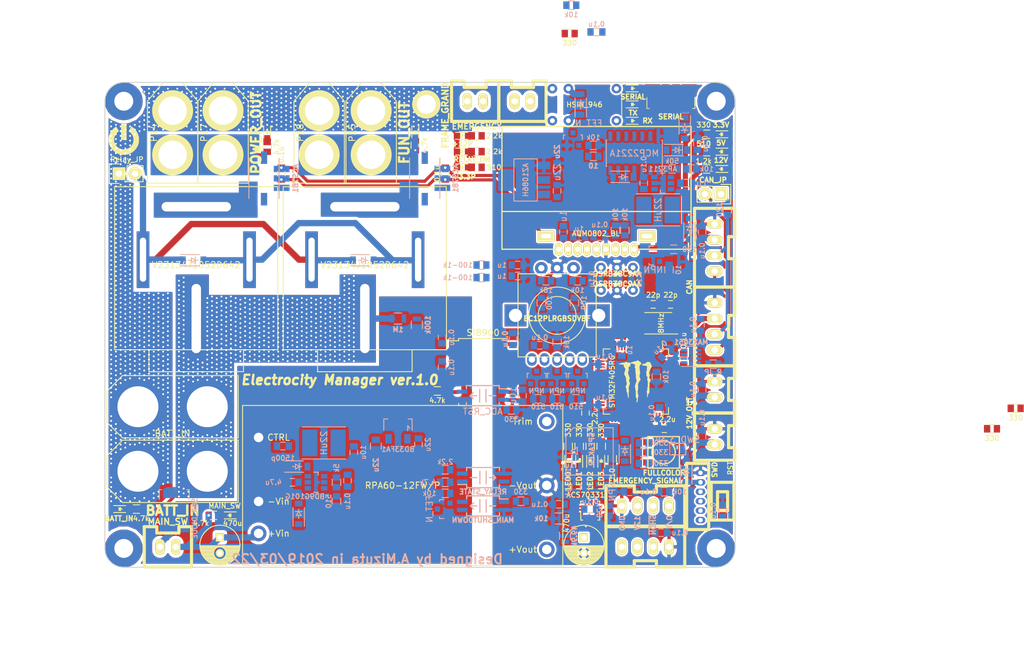
<source format=kicad_pcb>
(kicad_pcb (version 20171130) (host pcbnew "(5.0.2)-1")
  (layers (0 F.Cu signal) (31 B.Cu signal) (34 B.Paste user) (35 F.Paste user) (36 B.SilkS user) (37 F.SilkS user) (38 B.Mask user) (39 F.Mask user) (44 Edge.Cuts user))
  (net 0 "")
  (net 1 GND)
  (net 2 /OSC_IN)
  (net 3 +12V)
  (net 4 /~NRST)
  (net 5 +3.3V)
  (net 6 /OSC_OUT)
  (net 7 "Net-(C11-Pad1)")
  (net 8 "Net-(C13-Pad1)")
  (net 9 +5V)
  (net 10 "Net-(C20-Pad2)")
  (net 11 "Net-(C21-Pad2)")
  (net 12 "Net-(C21-Pad1)")
  (net 13 3V3)
  (net 14 GNDPWR)
  (net 15 "Net-(C23-Pad1)")
  (net 16 "Net-(C23-Pad2)")
  (net 17 +12C)
  (net 18 "Net-(C31-Pad1)")
  (net 19 /24V)
  (net 20 /ADC12_IN4)
  (net 21 "Net-(C35-Pad1)")
  (net 22 /Voltage)
  (net 23 /ADC12_IN5)
  (net 24 /ADC12_IN6)
  (net 25 "Net-(D1-Pad2)")
  (net 26 "Net-(D1-Pad1)")
  (net 27 "Net-(D2-Pad1)")
  (net 28 "Net-(D3-Pad1)")
  (net 29 "Net-(D4-Pad1)")
  (net 30 "Net-(D5-Pad1)")
  (net 31 "Net-(D6-Pad1)")
  (net 32 "Net-(D7-Pad1)")
  (net 33 "Net-(D8-Pad1)")
  (net 34 "Net-(D9-Pad1)")
  (net 35 +BATT)
  (net 36 "Net-(D10-Pad3)")
  (net 37 "Net-(D13-Pad1)")
  (net 38 "Net-(D14-Pad1)")
  (net 39 "Net-(D15-Pad1)")
  (net 40 "Net-(D16-Pad1)")
  (net 41 "Net-(D17-Pad1)")
  (net 42 "Net-(D18-Pad1)")
  (net 43 "Net-(D19-Pad1)")
  (net 44 "Net-(D20-Pad1)")
  (net 45 /Relay_Out)
  (net 46 "Net-(JP3-Pad1)")
  (net 47 /CAN_L)
  (net 48 /SWDIO)
  (net 49 /SWCLK)
  (net 50 /CAN_H)
  (net 51 /Relay_state)
  (net 52 /Fource_shutdown)
  (net 53 /USART1_TX)
  (net 54 /USART1_RX)
  (net 55 "Net-(P10-Pad2)")
  (net 56 /Coil)
  (net 57 POWER_Vdd)
  (net 58 FUN_Vdd)
  (net 59 "Net-(IC2-Pad3)")
  (net 60 "Net-(Q2-Pad2)")
  (net 61 "Net-(Q2-Pad1)")
  (net 62 "Net-(Q3-Pad1)")
  (net 63 "Net-(Q3-Pad2)")
  (net 64 "Net-(Q3-Pad3)")
  (net 65 /PB5)
  (net 66 "Net-(R8-Pad1)")
  (net 67 /MAIN_SW_Vdd)
  (net 68 "Net-(IC2-Pad4)")
  (net 69 /PC0)
  (net 70 "Net-(IC3-Pad2)")
  (net 71 "Net-(R12-Pad1)")
  (net 72 /PC1)
  (net 73 "Net-(IC2-Pad1)")
  (net 74 /PC3)
  (net 75 /PC4)
  (net 76 /PC5)
  (net 77 /TIM1_CH1)
  (net 78 "Net-(R21-Pad2)")
  (net 79 /TIM1_CH2)
  (net 80 /TIM1_CH3)
  (net 81 "Net-(R22-Pad2)")
  (net 82 "Net-(R23-Pad2)")
  (net 83 /TIM1_CH4)
  (net 84 "Net-(IC4-Pad2)")
  (net 85 /I2C2_SCL)
  (net 86 /I2C2_SDA)
  (net 87 /TIM8_CH1)
  (net 88 "Net-(IC4-Pad4)")
  (net 89 /FB)
  (net 90 "Net-(R47-Pad2)")
  (net 91 /CAN1_TX)
  (net 92 /CAN1_RX)
  (net 93 "Net-(U1-Pad5)")
  (net 94 "Net-(U2-Pad3)")
  (net 95 /PC2)
  (net 96 "Net-(U2-Pad14)")
  (net 97 /USART2_TX)
  (net 98 /USART2_RX)
  (net 99 "Net-(U2-Pad38)")
  (net 100 "Net-(U2-Pad39)")
  (net 101 "Net-(U2-Pad40)")
  (net 102 "Net-(U2-Pad45)")
  (net 103 "Net-(U2-Pad50)")
  (net 104 "Net-(U2-Pad51)")
  (net 105 "Net-(U2-Pad52)")
  (net 106 "Net-(U2-Pad53)")
  (net 107 "Net-(U2-Pad54)")
  (net 108 "Net-(U2-Pad55)")
  (net 109 "Net-(U2-Pad56)")
  (net 110 "Net-(U4-Pad1)")
  (net 111 "Net-(U6-Pad4)")
  (net 112 "Net-(U6-Pad5)")
  (net 113 "Net-(U6-Pad6)")
  (net 114 "Net-(U6-Pad11)")
  (net 115 "Net-(U6-Pad14)")
  (net 116 "Net-(U6-Pad15)")
  (net 117 "Net-(U11-Pad5)")
  (net 118 "Net-(U9-Pad4)")
  (net 119 "Net-(U12-Pad87)")
  (net 120 "Net-(P1-Pad6)")
  (net 121 "Net-(C25-Pad1)")
  (net 122 /ADC12_IN7)
  (net 123 /PB0)
  (net 124 /PC15)
  (net 125 /ADC12_IN1)
  (net 126 "Net-(P11-Pad2)")
  (net 127 "Net-(Q4-Pad3)")
  (net 128 "Net-(Q4-Pad2)")
  (net 129 /TIMx_CHx)
  (net 130 "Net-(Q5-Pad2)")
  (net 131 "Net-(Q5-Pad3)")
  (net 132 "Net-(Q6-Pad2)")
  (net 133 "Net-(Q6-Pad3)")
  (net 134 "Net-(R40-Pad2)")
  (net 135 "Net-(R44-Pad2)")
  (net 136 /PXx)
  (net 137 "Net-(R54-Pad1)")
  (net 138 "Net-(R55-Pad1)")
  (net 139 /PB2)
  (net 140 /PB1)
  (net 141 /PB15)
  (net 142 /PB14)
  (net 143 /PB13)
  (net 144 /PB12)
  (net 145 "Net-(D25-Pad1)")
  (net 146 "Net-(Q7-Pad1)")
  (net 147 "Net-(U19-Pad8)")
  (net 148 "Net-(D26-Pad2)")
  (net 149 "Net-(D27-Pad2)")
  (net 150 "Net-(D28-Pad2)")
  (net 151 "Net-(D29-Pad1)")
  (net 152 "Net-(R59-Pad2)")
  (net 153 "Net-(U19-Pad9)")
  (net 154 "Net-(U19-Pad10)")
  (net 155 /D-)
  (net 156 /D+)
  (net 157 "Net-(U22-Pad3)")
  (net 158 "Net-(J1-Pad6)")
  (net 159 "Net-(J1-Pad4)")
  (net 160 "Net-(R19-Pad2)")
  (net 161 "Net-(R51-Pad2)")
  (net 162 "Net-(R58-Pad2)")
  (net 163 "Net-(C30-Pad2)")
  (net 164 "Net-(C36-Pad1)")
  (net 165 "Net-(C36-Pad2)")
  (net 166 /PC13)
  (module Mizz_lib:SOD-123 (layer B.Cu) (at 140.75 121.25 90)
    (fp_text reference D12 hide)
    (fp_text value DIODE hide)
    (pad 1 smd rect (at -1.635 0 90) (size 0.91 1.22) (layers B.Cu B.Paste B.Mask) (net 3 +12V))
    (pad 2 smd rect (at 1.635 0 90) (size 0.91 1.22) (layers B.Cu B.Paste B.Mask) (net 121 "Net-(C25-Pad1)"))
  )
  (module Mizz_lib:R_0603 (layer B.Cu) (at 125.5 109.75 180)
    (fp_text reference R48 hide)
    (fp_text value 10 (at 0 -1.5 180) (layer B.SilkS) (effects (font (size 0.8 0.8) (thickness 0.2)) (justify mirror)))
    (pad 1 smd rect (at -0.78 0 180) (size 1 1.2) (layers B.Cu B.Paste B.Mask) (net 124 /PC15))
    (pad 2 smd rect (at 0.78 0 180) (size 1 1.2) (layers B.Cu B.Paste B.Mask) (net 146 "Net-(Q7-Pad1)"))
  )
  (module Mizz_lib:LED_0603 (layer F.Cu) (at 123.25 158.03 90)
    (fp_text reference D6 hide)
    (fp_text value LED1 (at -3.22 0 90) (layer F.SilkS) (effects (font (size 0.8 0.8) (thickness 0.2))))
    (pad 2 smd rect (at -0.88 0 270) (size 1 1.2) (layers F.Cu F.Paste F.Mask) (net 1 GND))
    (pad 1 smd rect (at 0.88 0 270) (size 1 1.2) (layers F.Cu F.Paste F.Mask) (net 31 "Net-(D6-Pad1)"))
  )
  (module Mizz_lib:C_0603 (layer B.Cu) (at 127.25 149.25)
    (fp_text reference C9 hide)
    (fp_text value 0.1u (at 0 -1.25) (layer B.SilkS) (effects (font (size 0.8 0.8)) (justify mirror)))
    (pad 2 smd rect (at 0.93 0) (size 1 1.2) (layers B.Cu B.Paste B.Mask) (net 5 +3.3V))
    (pad 1 smd rect (at -0.95 0) (size 1 1.2) (layers B.Cu B.Paste B.Mask) (net 1 GND))
  )
  (module Mizz_lib:UGCT7525AN4 (layer B.Cu) (at 125.25 156.25 180)
    (fp_text reference SP1 hide)
    (fp_text value SPEAKER (at 0 0 270) (layer B.SilkS) (effects (font (size 0.8 0.8) (thickness 0.2)) (justify mirror)))
    (pad 3 smd rect (at 3.6 -3.6 180) (size 2.3 2.3) (layers B.Cu B.Paste B.Mask))
    (pad 2 smd rect (at -3 -3.6 180) (size 2.3 2.3) (layers B.Cu B.Paste B.Mask) (net 34 "Net-(D9-Pad1)"))
    (pad 1 smd rect (at -3 3 180) (size 2.3 2.3) (layers B.Cu B.Paste B.Mask) (net 5 +3.3V))
  )
  (module Mizz_lib:C_0603 (layer B.Cu) (at 112.75 138.75 90)
    (fp_text reference C27 hide)
    (fp_text value 0.1u (at 0 -1.25 90) (layer B.SilkS) (effects (font (size 0.8 0.8) (thickness 0.2)) (justify mirror)))
    (pad 2 smd rect (at 0.93 0 90) (size 1 1.2) (layers B.Cu B.Paste B.Mask) (net 1 GND))
    (pad 1 smd rect (at -0.95 0 90) (size 1 1.2) (layers B.Cu B.Paste B.Mask) (net 5 +3.3V))
  )
  (module Mizz_lib:C_0603 (layer B.Cu) (at 120 165 180)
    (fp_text reference C44 hide)
    (fp_text value 0.1u (at 3 0 180) (layer B.SilkS) (effects (font (size 0.8 0.8)) (justify mirror)))
    (pad 1 smd rect (at -0.95 0 180) (size 1 1.2) (layers B.Cu B.Paste B.Mask) (net 125 /ADC12_IN1))
    (pad 2 smd rect (at 0.93 0 180) (size 1 1.2) (layers B.Cu B.Paste B.Mask) (net 1 GND))
  )
  (module Mizz_lib:R_0603 (layer B.Cu) (at 116.75 148.25)
    (fp_text reference R49 hide)
    (fp_text value 510 (at 0 1.25) (layer B.SilkS) (effects (font (size 0.8 0.8)) (justify mirror)))
    (pad 2 smd rect (at 0.78 0) (size 1 1.2) (layers B.Cu B.Paste B.Mask) (net 132 "Net-(Q6-Pad2)"))
    (pad 1 smd rect (at -0.78 0) (size 1 1.2) (layers B.Cu B.Paste B.Mask) (net 1 GND))
  )
  (module Mizz_lib:R_0603 (layer B.Cu) (at 119.75 139.25 270)
    (fp_text reference R50 hide)
    (fp_text value 10k (at 0 -1.5 270) (layer B.SilkS) (effects (font (size 0.8 0.8)) (justify mirror)))
    (pad 1 smd rect (at -0.78 0 270) (size 1 1.2) (layers B.Cu B.Paste B.Mask) (net 1 GND))
    (pad 2 smd rect (at 0.78 0 270) (size 1 1.2) (layers B.Cu B.Paste B.Mask) (net 136 /PXx))
  )
  (module Mizz_lib:R_0603 (layer B.Cu) (at 122.5 133 270)
    (fp_text reference R56 hide)
    (fp_text value 100 (at 0 -1.5 270) (layer B.SilkS) (effects (font (size 0.8 0.8)) (justify mirror)))
    (pad 1 smd rect (at -0.78 0 270) (size 1 1.2) (layers B.Cu B.Paste B.Mask) (net 138 "Net-(R55-Pad1)"))
    (pad 2 smd rect (at 0.78 0 270) (size 1 1.2) (layers B.Cu B.Paste B.Mask) (net 129 /TIMx_CHx))
  )
  (module Mizz_lib:SOT-23 (layer B.Cu) (at 122.25 107 180)
    (fp_text reference Q7 hide)
    (fp_text value FET_N (at -2.5 2.5 180) (layer B.SilkS) (effects (justify mirror)))
    (pad 1 smd rect (at -0.95 -1.00076 180) (size 0.8001 0.8001) (layers B.Cu B.Paste B.Mask) (net 146 "Net-(Q7-Pad1)"))
    (pad 2 smd rect (at 0.95 -1.00076 180) (size 0.8001 0.8001) (layers B.Cu B.Paste B.Mask) (net 1 GND))
    (pad 3 smd rect (at 0 0.99822 180) (size 0.8001 0.8001) (layers B.Cu B.Paste B.Mask) (net 145 "Net-(D25-Pad1)"))
  )
  (module Mizz_lib:EC12PLRGBSDVBF (layer F.Cu) (at 119.75 135 180)
    (fp_text reference U16 hide)
    (fp_text value EC12PLRGBSDVBF (at 0 -0.5 180) (layer F.SilkS) (effects (font (size 0.8 0.8) (thickness 0.2))))
    (pad 1 thru_hole oval (at -4 -7 180) (size 1.5 2) (drill 1) (layers *.Cu *.Mask) (net 127 "Net-(Q4-Pad3)"))
    (pad 2 thru_hole oval (at -2 -7 180) (size 1.5 2) (drill 1) (layers *.Cu *.Mask) (net 131 "Net-(Q5-Pad3)"))
    (pad 3 thru_hole oval (at 0 -7 180) (size 1.5 2) (drill 1) (layers *.Cu *.Mask) (net 136 /PXx))
    (pad 4 thru_hole oval (at 2 -7 180) (size 1.5 2) (drill 1) (layers *.Cu *.Mask) (net 133 "Net-(Q6-Pad3)"))
    (pad 5 thru_hole oval (at 4 -7 180) (size 1.5 2) (drill 1) (layers *.Cu *.Mask) (net 9 +5V))
    (pad 6 thru_hole circle (at -2.6 7.5 180) (size 2 2) (drill 1) (layers *.Cu *.Mask) (net 138 "Net-(R55-Pad1)"))
    (pad 7 thru_hole circle (at 0 7.5 180) (size 2 2) (drill 1) (layers *.Cu *.Mask) (net 1 GND))
    (pad 8 thru_hole circle (at 2.5 7.5 180) (size 2 2) (drill 1) (layers *.Cu *.Mask) (net 137 "Net-(R54-Pad1)"))
    (pad "" thru_hole rect (at -6.6 0 180) (size 3.5 3.5) (drill 2.1) (layers *.Cu *.Mask))
    (pad "" thru_hole rect (at 6.6 0 180) (size 3.5 3.5) (drill 2.1) (layers *.Cu *.Mask))
  )
  (module Mizz_lib:SOT-123 (layer B.Cu) (at 123.025 144.85 180)
    (fp_text reference Q4 hide)
    (fp_text value NPN (at 0 -2.125 180) (layer B.SilkS) (effects (font (size 0.8 0.8)) (justify mirror)))
    (pad 1 smd rect (at 0.95 -1.00076 180) (size 0.8001 0.8001) (layers B.Cu B.Paste B.Mask) (net 129 /TIMx_CHx))
    (pad 2 smd rect (at -0.95 -1.00076 180) (size 0.8001 0.8001) (layers B.Cu B.Paste B.Mask) (net 128 "Net-(Q4-Pad2)"))
    (pad 3 smd rect (at 0 0.99822 180) (size 0.8001 0.8001) (layers B.Cu B.Paste B.Mask) (net 127 "Net-(Q4-Pad3)"))
  )
  (module Mizz_lib:SOT-123 (layer B.Cu) (at 119.725 144.85 180)
    (fp_text reference Q5 hide)
    (fp_text value NPN (at 0 -2.15 180) (layer B.SilkS) (effects (font (size 0.8 0.8)) (justify mirror)))
    (pad 3 smd rect (at 0 0.99822 180) (size 0.8001 0.8001) (layers B.Cu B.Paste B.Mask) (net 131 "Net-(Q5-Pad3)"))
    (pad 2 smd rect (at -0.95 -1.00076 180) (size 0.8001 0.8001) (layers B.Cu B.Paste B.Mask) (net 130 "Net-(Q5-Pad2)"))
    (pad 1 smd rect (at 0.95 -1.00076 180) (size 0.8001 0.8001) (layers B.Cu B.Paste B.Mask) (net 129 /TIMx_CHx))
  )
  (module Mizz_lib:SOT-123 (layer B.Cu) (at 116.5 144.85 180)
    (fp_text reference Q6 hide)
    (fp_text value NPN (at 0 -2.15 180) (layer B.SilkS) (effects (font (size 0.8 0.8)) (justify mirror)))
    (pad 3 smd rect (at 0 0.99822 180) (size 0.8001 0.8001) (layers B.Cu B.Paste B.Mask) (net 133 "Net-(Q6-Pad3)"))
    (pad 2 smd rect (at -0.95 -1.00076 180) (size 0.8001 0.8001) (layers B.Cu B.Paste B.Mask) (net 132 "Net-(Q6-Pad2)"))
    (pad 1 smd rect (at 0.95 -1.00076 180) (size 0.8001 0.8001) (layers B.Cu B.Paste B.Mask) (net 129 /TIMx_CHx))
  )
  (module Mizz_lib:R_0603 (layer B.Cu) (at 123 129.5)
    (fp_text reference R55 hide)
    (fp_text value 10k (at 0 1.5) (layer B.SilkS) (effects (font (size 0.8 0.8)) (justify mirror)))
    (pad 1 smd rect (at -0.78 0) (size 1 1.2) (layers B.Cu B.Paste B.Mask) (net 138 "Net-(R55-Pad1)"))
    (pad 2 smd rect (at 0.78 0) (size 1 1.2) (layers B.Cu B.Paste B.Mask) (net 9 +5V))
  )
  (module Mizz_lib:R_0603 (layer B.Cu) (at 117.25 133 270)
    (fp_text reference R57 hide)
    (fp_text value 100 (at 0 -1.25 270) (layer B.SilkS) (effects (font (size 0.8 0.8)) (justify mirror)))
    (pad 2 smd rect (at 0.78 0 270) (size 1 1.2) (layers B.Cu B.Paste B.Mask) (net 129 /TIMx_CHx))
    (pad 1 smd rect (at -0.78 0 270) (size 1 1.2) (layers B.Cu B.Paste B.Mask) (net 137 "Net-(R54-Pad1)"))
  )
  (module Mizz_lib:R_0603 (layer B.Cu) (at 118 129.5)
    (fp_text reference R54 hide)
    (fp_text value 10k (at 0 1.5) (layer B.SilkS) (effects (font (size 0.8 0.8)) (justify mirror)))
    (pad 2 smd rect (at 0.78 0) (size 1 1.2) (layers B.Cu B.Paste B.Mask) (net 9 +5V))
    (pad 1 smd rect (at -0.78 0) (size 1 1.2) (layers B.Cu B.Paste B.Mask) (net 137 "Net-(R54-Pad1)"))
  )
  (module Mizz_lib:R_0603 (layer B.Cu) (at 146.75 118.25 90)
    (fp_text reference R6 hide)
    (fp_text value 120 (at 0 -1.25 90) (layer B.SilkS) (effects (font (size 0.8 0.8)) (justify mirror)))
    (pad 2 smd rect (at 0.78 0 90) (size 1 1.2) (layers B.Cu B.Paste B.Mask) (net 46 "Net-(JP3-Pad1)"))
    (pad 1 smd rect (at -0.78 0 90) (size 1 1.2) (layers B.Cu B.Paste B.Mask) (net 50 /CAN_H))
  )
  (module RP_KiCAD_Connector:XT60_F (layer F.Cu) (at 90.25 106 270)
    (fp_text reference P15 (at 0 3 270) (layer F.SilkS))
    (fp_text value FUN_OUT (at 0 -5.25 270) (layer F.SilkS) (effects (font (size 1.5 1.5) (thickness 0.375))))
    (pad 1 thru_hole circle (at -3.5 0 270) (size 6.5 6.5) (drill 4.5) (layers *.Cu *.Mask F.SilkS) (net 14 GNDPWR))
    (pad 2 thru_hole circle (at 3.5 0 270) (size 6.5 6.5) (drill 4.5) (layers *.Cu *.Mask F.SilkS) (net 58 FUN_Vdd))
  )
  (module RP_KiCAD_Connector:XT60_M (layer F.Cu) (at 66.75 106 270)
    (fp_text reference P17 (at 0 3 270) (layer F.SilkS))
    (fp_text value POWER_OUT (at 0 -5.25 270) (layer F.SilkS) (effects (font (size 1.5 1.5) (thickness 0.375))))
    (pad 2 thru_hole circle (at 3.5 0 270) (size 6.5 6.5) (drill 4.5) (layers *.Cu *.Mask F.SilkS) (net 57 POWER_Vdd))
    (pad 1 thru_hole circle (at -3.5 0 270) (size 6.5 6.5) (drill 4.5) (layers *.Cu *.Mask F.SilkS) (net 14 GNDPWR))
  )
  (module Mizz_lib:GS2 (layer B.Cu) (at 138.885 156.25 90)
    (fp_text reference JP2 hide)
    (fp_text value SWD_3.3V (at 1.524 0) (layer B.SilkS) (effects (justify mirror)))
    (pad 2 smd rect (at 0 -0.635 90) (size 1.27 0.9652) (layers B.Cu B.Paste B.Mask) (net 5 +3.3V))
    (pad 1 smd rect (at 0 0.635 90) (size 1.27 0.9652) (layers B.Cu B.Paste B.Mask) (net 25 "Net-(D1-Pad2)"))
  )
  (module Mizz_lib:C_0603 (layer B.Cu) (at 137 141 225)
    (fp_text reference C12 hide)
    (fp_text value 0.1u (at 0 1.25 225) (layer B.SilkS) (effects (font (size 0.8 0.8)) (justify mirror)))
    (pad 1 smd rect (at -0.949999 0 225) (size 1 1.2) (layers B.Cu B.Paste B.Mask) (net 1 GND))
    (pad 2 smd rect (at 0.93 0 225) (size 1 1.2) (layers B.Cu B.Paste B.Mask) (net 5 +3.3V))
  )
  (module Mizz_lib:C_0603 (layer B.Cu) (at 120.75 121.75 270)
    (fp_text reference C20 hide)
    (fp_text value 1u (at -2.5 0 270) (layer B.SilkS) (effects (justify mirror)))
    (pad 2 smd rect (at 0.93 0 270) (size 1 1.2) (layers B.Cu B.Paste B.Mask) (net 10 "Net-(C20-Pad2)"))
    (pad 1 smd rect (at -0.95 0 270) (size 1 1.2) (layers B.Cu B.Paste B.Mask) (net 5 +3.3V))
  )
  (module Mizz_lib:C_0603 (layer B.Cu) (at 133.5 114 270)
    (fp_text reference C23 hide)
    (fp_text value 0.1u (at -3 0 270) (layer B.SilkS) (effects (font (size 0.8 0.8)) (justify mirror)))
    (pad 1 smd rect (at -0.95 0 270) (size 1 1.2) (layers B.Cu B.Paste B.Mask) (net 15 "Net-(C23-Pad1)"))
    (pad 2 smd rect (at 0.93 0 270) (size 1 1.2) (layers B.Cu B.Paste B.Mask) (net 16 "Net-(C23-Pad2)"))
  )
  (module Mizz_lib:C_0603 (layer B.Cu) (at 119.75 115.25 90)
    (fp_text reference C24 hide)
    (fp_text value 22u (at 3 0 90) (layer B.SilkS) (effects (justify mirror)))
    (pad 1 smd rect (at -0.95 0 90) (size 1 1.2) (layers B.Cu B.Paste B.Mask) (net 9 +5V))
    (pad 2 smd rect (at 0.93 0 90) (size 1 1.2) (layers B.Cu B.Paste B.Mask) (net 1 GND))
  )
  (module Mizz_lib:C_0603 (layer B.Cu) (at 140.25 114)
    (fp_text reference C25 hide)
    (fp_text value 1u (at 2.5 0) (layer B.SilkS) (effects (justify mirror)))
    (pad 2 smd rect (at 0.93 0) (size 1 1.2) (layers B.Cu B.Paste B.Mask) (net 1 GND))
    (pad 1 smd rect (at -0.95 0) (size 1 1.2) (layers B.Cu B.Paste B.Mask) (net 121 "Net-(C25-Pad1)"))
  )
  (module Mizz_lib:C_0603 (layer B.Cu) (at 119.75 111.75 90)
    (fp_text reference C26 hide)
    (fp_text value 22u (at 2.75 0 90) (layer B.SilkS) (effects (font (size 0.8 0.8) (thickness 0.2)) (justify mirror)))
    (pad 1 smd rect (at -0.95 0 90) (size 1 1.2) (layers B.Cu B.Paste B.Mask) (net 5 +3.3V))
    (pad 2 smd rect (at 0.93 0 90) (size 1 1.2) (layers B.Cu B.Paste B.Mask) (net 1 GND))
  )
  (module Mizz_lib:C_0603 (layer B.Cu) (at 114.25 147.75 270)
    (fp_text reference C28 hide)
    (fp_text value 10u (at 0 1.5 270) (layer B.SilkS) (effects (justify mirror)))
    (pad 2 smd rect (at 0.93 0 270) (size 1 1.2) (layers B.Cu B.Paste B.Mask) (net 1 GND))
    (pad 1 smd rect (at -0.95 0 270) (size 1 1.2) (layers B.Cu B.Paste B.Mask) (net 5 +3.3V))
  )
  (module Capacitors_ThroughHole:C_Radial_D6.3_L11.2_P2.5 (layer F.Cu) (at 66.25 170.25 270)
    (fp_text reference C32 hide)
    (fp_text value 470u (at -2.25 -2) (layer F.SilkS) (effects (font (size 0.8 0.8))))
    (pad 2 thru_hole circle (at 2.5 0 270) (size 1.3 1.3) (drill 0.8) (layers *.Cu *.Mask F.SilkS) (net 14 GNDPWR))
    (pad 1 thru_hole rect (at 0 0 270) (size 1.3 1.3) (drill 0.8) (layers *.Cu *.Mask F.SilkS) (net 19 /24V))
  )
  (module Mizz_lib:C_0603 (layer F.Cu) (at 102 112.5 270)
    (fp_text reference C34 hide)
    (fp_text value 0.1u (at 0 1.25 270) (layer F.SilkS) (effects (font (size 0.8 0.8))))
    (pad 1 smd rect (at -0.95 0 270) (size 1 1.2) (layers F.Cu F.Paste F.Mask) (net 5 +3.3V))
    (pad 2 smd rect (at 0.93 0 270) (size 1 1.2) (layers F.Cu F.Paste F.Mask) (net 1 GND))
  )
  (module Capacitors_ThroughHole:C_Radial_D6.3_L11.2_P2.5 (layer F.Cu) (at 124 170.25 270)
    (fp_text reference C35 hide)
    (fp_text value 470u (at -2.25 2.75 90) (layer F.SilkS) (effects (font (size 0.8 0.8))))
    (pad 1 thru_hole rect (at 0 0 270) (size 1.3 1.3) (drill 0.8) (layers *.Cu *.Mask F.SilkS) (net 21 "Net-(C35-Pad1)"))
    (pad 2 thru_hole circle (at 2.5 0 270) (size 1.3 1.3) (drill 0.8) (layers *.Cu *.Mask F.SilkS) (net 1 GND))
  )
  (module Mizz_lib:SOD-123 (layer B.Cu) (at 140.25 159.75 90)
    (fp_text reference D1 hide)
    (fp_text value DIODE hide)
    (pad 2 smd rect (at 1.635 0 90) (size 0.91 1.22) (layers B.Cu B.Paste B.Mask) (net 25 "Net-(D1-Pad2)"))
    (pad 1 smd rect (at -1.635 0 90) (size 0.91 1.22) (layers B.Cu B.Paste B.Mask) (net 26 "Net-(D1-Pad1)"))
  )
  (module Mizz_lib:SOD-123 (layer B.Cu) (at 130.5 156.5 90)
    (fp_text reference D9 hide)
    (fp_text value DIODE hide)
    (pad 1 smd rect (at -1.635 0 90) (size 0.91 1.22) (layers B.Cu B.Paste B.Mask) (net 34 "Net-(D9-Pad1)"))
    (pad 2 smd rect (at 1.635 0 90) (size 0.91 1.22) (layers B.Cu B.Paste B.Mask) (net 5 +3.3V))
  )
  (module Mizz_lib:SOD-123 (layer B.Cu) (at 130.25 113)
    (fp_text reference D11 hide)
    (fp_text value DIODE hide)
    (pad 2 smd rect (at 1.635 0) (size 0.91 1.22) (layers B.Cu B.Paste B.Mask) (net 15 "Net-(C23-Pad1)"))
    (pad 1 smd rect (at -1.635 0) (size 0.91 1.22) (layers B.Cu B.Paste B.Mask) (net 1 GND))
  )
  (module Mizz_lib:SOD-123 (layer B.Cu) (at 138.75 108.75)
    (fp_text reference D13 hide)
    (fp_text value DIODE hide)
    (pad 2 smd rect (at 1.635 0) (size 0.91 1.22) (layers B.Cu B.Paste B.Mask) (net 9 +5V))
    (pad 1 smd rect (at -1.635 0) (size 0.91 1.22) (layers B.Cu B.Paste B.Mask) (net 37 "Net-(D13-Pad1)"))
  )
  (module Mizz_lib:SOD-123 (layer B.Cu) (at 78.75 166.5 90)
    (fp_text reference D21 hide)
    (fp_text value DIODE hide)
    (pad 1 smd rect (at -1.635 0 90) (size 0.91 1.22) (layers B.Cu B.Paste B.Mask) (net 19 /24V))
    (pad 2 smd rect (at 1.635 0 90) (size 0.91 1.22) (layers B.Cu B.Paste B.Mask) (net 18 "Net-(C31-Pad1)"))
  )
  (module Mizz_lib:Pin_Header_Straight_1x02 (layer F.Cu) (at 145.75 115.75 270)
    (fp_text reference JP3 hide)
    (fp_text value CAN_JP (at -2.25 1.25) (layer F.SilkS) (effects (font (size 0.8 0.8) (thickness 0.2))))
    (pad 1 thru_hole rect (at 0 0 270) (size 2.032 2.032) (drill 1.016) (layers *.Cu *.Mask F.SilkS) (net 46 "Net-(JP3-Pad1)"))
    (pad 2 thru_hole oval (at 0 2.54 270) (size 2.032 2.032) (drill 1.016) (layers *.Cu *.Mask F.SilkS) (net 47 /CAN_L))
  )
  (module Mizz_lib:XA_4T (layer F.Cu) (at 144.75 128 90)
    (fp_text reference P3 hide)
    (fp_text value CAN)
    (pad 4 thru_hole oval (at 0 0 90) (size 1.5 2.5) (drill 1) (layers *.Cu *.Mask F.SilkS) (net 47 /CAN_L))
    (pad 3 thru_hole oval (at 2.5 0 90) (size 1.5 2.5) (drill 1) (layers *.Cu *.Mask F.SilkS) (net 50 /CAN_H))
    (pad 2 thru_hole oval (at 5 0 90) (size 1.5 2.5) (drill 1) (layers *.Cu *.Mask F.SilkS) (net 3 +12V))
    (pad 1 thru_hole oval (at 7.5 0 90) (size 1.5 2.5) (drill 1) (layers *.Cu *.Mask F.SilkS) (net 1 GND))
  )
  (module Mizz_lib:XA_2T (layer F.Cu) (at 59.25 171.75 180)
    (fp_text reference P9 hide)
    (fp_text value MAIN_SW (at 1.25 4 180) (layer F.SilkS) (effects (font (thickness 0.2))))
    (pad 2 thru_hole oval (at 0 0 180) (size 1.5 2.5) (drill 1) (layers *.Cu *.Mask F.SilkS) (net 19 /24V))
    (pad 1 thru_hole oval (at 2.5 0 180) (size 1.5 2.5) (drill 1) (layers *.Cu *.Mask F.SilkS) (net 36 "Net-(D10-Pad3)"))
  )
  (module Mizz_lib:XT90PB (layer F.Cu) (at 58.75 159.75 180)
    (fp_text reference P13 hide)
    (fp_text value BATT_IN (at 0 -6.25 180) (layer F.SilkS) (effects (font (size 1.5 1.5) (thickness 0.375))))
    (pad 1 thru_hole circle (at 5.5 0 180) (size 8.5 8.5) (drill 6.5) (layers *.Cu *.Mask) (net 14 GNDPWR))
    (pad 2 thru_hole circle (at -5.5 0 180) (size 8.5 8.5) (drill 6.5) (layers *.Cu *.Mask) (net 35 +BATT))
  )
  (module RP_KiCAD_Connector:XT60_F (layer F.Cu) (at 58.75 106 270)
    (fp_text reference P14 (at 0 3 270) (layer F.SilkS))
    (fp_text value POWER_OUT)
    (pad 2 thru_hole circle (at 3.5 0 270) (size 6.5 6.5) (drill 4.5) (layers *.Cu *.Mask F.SilkS) (net 57 POWER_Vdd))
    (pad 1 thru_hole circle (at -3.5 0 270) (size 6.5 6.5) (drill 4.5) (layers *.Cu *.Mask F.SilkS) (net 14 GNDPWR))
  )
  (module Mizz_lib:XT90PB (layer F.Cu) (at 58.75 149.5 180)
    (fp_text reference P16 hide)
    (fp_text value BATT_IN (at 0 -4.25 180) (layer F.SilkS))
    (pad 2 thru_hole circle (at -5.5 0 180) (size 8.5 8.5) (drill 6.5) (layers *.Cu *.Mask) (net 35 +BATT))
    (pad 1 thru_hole circle (at 5.5 0 180) (size 8.5 8.5) (drill 6.5) (layers *.Cu *.Mask) (net 14 GNDPWR))
  )
  (module RP_KiCAD_Connector:XT60_M (layer F.Cu) (at 82 106 270)
    (fp_text reference P18 (at 0 3 270) (layer F.SilkS))
    (fp_text value FUN_OUT)
    (pad 1 thru_hole circle (at -3.5 0 270) (size 6.5 6.5) (drill 4.5) (layers *.Cu *.Mask F.SilkS) (net 14 GNDPWR))
    (pad 2 thru_hole circle (at 3.5 0 270) (size 6.5 6.5) (drill 4.5) (layers *.Cu *.Mask F.SilkS) (net 58 FUN_Vdd))
  )
  (module Mizz_lib:SW_SPST_CK_RS282G05A3 (layer F.Cu) (at 146 164.5 270)
    (fp_text reference SW1 hide)
    (fp_text value RST (at -5.25 -1.25 270) (layer F.SilkS) (effects (font (size 0.8 0.8))))
    (pad 2 smd rect (at -2.8 0 270) (size 2.6 1.5) (layers F.Cu F.Paste F.Mask) (net 1 GND))
    (pad 1 smd rect (at 2.8 0 270) (size 2.6 1.5) (layers F.Cu F.Paste F.Mask) (net 4 /~NRST))
  )
  (module Mizz_lib:TSOT-6-MK06A (layer B.Cu) (at 136.5 114 90)
    (fp_text reference U5 hide)
    (fp_text value AP3211 (at 2.25 0 180) (layer B.SilkS) (effects (font (size 0.8 0.8)) (justify mirror)))
    (pad 6 smd rect (at -0.94996 1.30048 90) (size 0.69088 1.00076) (layers B.Cu B.Paste B.Mask) (net 15 "Net-(C23-Pad1)"))
    (pad 5 smd rect (at 0 1.30048 90) (size 0.69088 1.00076) (layers B.Cu B.Paste B.Mask) (net 121 "Net-(C25-Pad1)"))
    (pad 4 smd rect (at 0.94996 1.30048 90) (size 0.69088 1.00076) (layers B.Cu B.Paste B.Mask) (net 121 "Net-(C25-Pad1)"))
    (pad 3 smd rect (at 0.94996 -1.30048 90) (size 0.69088 1.00076) (layers B.Cu B.Paste B.Mask) (net 89 /FB))
    (pad 2 smd rect (at 0 -1.30048 90) (size 0.69088 1.00076) (layers B.Cu B.Paste B.Mask) (net 1 GND))
    (pad 1 smd rect (at -0.94996 -1.30048 90) (size 0.69088 1.00076) (layers B.Cu B.Paste B.Mask) (net 16 "Net-(C23-Pad2)"))
  )
  (module Mizz_lib:AZ1086H (layer B.Cu) (at 114.75 113.5 270)
    (fp_text reference U7 hide)
    (fp_text value AZ1086H (at 0 0 270) (layer B.SilkS) (effects (font (size 0.8 0.8)) (justify mirror)))
    (pad 2 smd rect (at 0 -2.9 270) (size 1.2 2) (layers B.Cu B.Paste B.Mask) (net 5 +3.3V))
    (pad 1 smd rect (at -2.3 -2.9 270) (size 1.2 2) (layers B.Cu B.Paste B.Mask) (net 1 GND))
    (pad 3 smd rect (at 2.3 -2.9 270) (size 1.2 2) (layers B.Cu B.Paste B.Mask) (net 9 +5V))
    (pad 2 smd rect (at 0 3.1 270) (size 3.5 2.5) (layers B.Cu B.Paste B.Mask) (net 5 +3.3V))
  )
  (module Mizz_lib:V23134J1052D642 (layer F.Cu) (at 62.5 127.5)
    (fp_text reference U8 hide)
    (fp_text value V23134J1052D642 (at 0 -0.5) (layer F.SilkS))
    (pad 30 thru_hole rect (at 0 8) (size 3 13) (drill oval 1.5 11) (layers *.Cu *.Mask) (net 35 +BATT))
    (pad 86 thru_hole rect (at -8.45 -1.35) (size 2 9) (drill oval 1 7) (layers *.Cu *.Mask) (net 45 /Relay_Out))
    (pad 85 thru_hole rect (at 8.45 -1.35) (size 2 9) (drill oval 1 7) (layers *.Cu *.Mask) (net 56 /Coil))
    (pad 87 thru_hole rect (at 0 -9.75 90) (size 3 13) (drill oval 1.5 11) (layers *.Cu *.Mask) (net 117 "Net-(U11-Pad5)"))
  )
  (module Mizz_lib:V23134J1052D642 (layer F.Cu) (at 89.25 127.5)
    (fp_text reference U12 hide)
    (fp_text value V23134J1052D642 (at 0 -0.5) (layer F.SilkS))
    (pad 87 thru_hole rect (at 0 -9.75 90) (size 3 13) (drill oval 1.5 11) (layers *.Cu *.Mask) (net 119 "Net-(U12-Pad87)"))
    (pad 85 thru_hole rect (at 8.45 -1.35) (size 2 9) (drill oval 1 7) (layers *.Cu *.Mask) (net 56 /Coil))
    (pad 86 thru_hole rect (at -8.45 -1.35) (size 2 9) (drill oval 1 7) (layers *.Cu *.Mask) (net 45 /Relay_Out))
    (pad 30 thru_hole rect (at 0 8) (size 3 13) (drill oval 1.5 11) (layers *.Cu *.Mask) (net 35 +BATT))
  )
  (module Mizz_lib:ACS781 (layer B.Cu) (at 98.75 113.25 270)
    (fp_text reference U14 hide)
    (fp_text value ACS781 (at 0 -4.9 270) (layer B.SilkS) (effects (font (size 0.8 0.8) (thickness 0.2)) (justify mirror)))
    (pad "" smd rect (at 3.3 0 270) (size 2 1) (layers B.Cu B.Paste B.Mask))
    (pad "" smd rect (at -3.3 0 270) (size 2 1) (layers B.Cu B.Paste B.Mask))
    (pad 3 smd rect (at 1.5 -2.8 270) (size 1 2.5) (layers B.Cu B.Paste B.Mask) (net 135 "Net-(R44-Pad2)"))
    (pad 2 smd rect (at 0 -2.8 270) (size 1 2.5) (layers B.Cu B.Paste B.Mask) (net 1 GND))
    (pad 1 smd rect (at -1.5 -2.8 270) (size 1 2.5) (layers B.Cu B.Paste B.Mask) (net 5 +3.3V))
    (pad 5 smd rect (at 1.5 2.7 270) (size 1.8 2.5) (layers B.Cu B.Paste B.Mask) (net 119 "Net-(U12-Pad87)"))
    (pad 6 smd rect (at -1.5 2.7 270) (size 1.8 2.5) (layers B.Cu B.Paste B.Mask) (net 58 FUN_Vdd))
  )
  (module Mizz_lib:SOIJ-4_5.3x5.3mm_Pitch1.27mm (layer B.Cu) (at 108 165.25 180)
    (fp_text reference IC2 hide)
    (fp_text value MAIN_SHUTDOWN (at 0 -2.25 180) (layer B.SilkS) (effects (font (size 0.8 0.8) (thickness 0.2)) (justify mirror)))
    (pad 1 smd rect (at -3.3 0.635 180) (size 1.7 0.65) (layers B.Cu B.Paste B.Mask) (net 73 "Net-(IC2-Pad1)"))
    (pad 2 smd rect (at -3.3 -0.635 180) (size 1.7 0.65) (layers B.Cu B.Paste B.Mask) (net 1 GND))
    (pad 3 smd rect (at 3.3 -0.635 180) (size 1.7 0.65) (layers B.Cu B.Paste B.Mask) (net 59 "Net-(IC2-Pad3)"))
    (pad 4 smd rect (at 3.3 0.635 180) (size 1.7 0.65) (layers B.Cu B.Paste B.Mask) (net 68 "Net-(IC2-Pad4)"))
  )
  (module Mizz_lib:SOIJ-4_5.3x5.3mm_Pitch1.27mm (layer B.Cu) (at 108 160.75)
    (fp_text reference IC3 hide)
    (fp_text value RELAY_STATE (at 0 2.25) (layer B.SilkS) (effects (font (size 0.8 0.8) (thickness 0.2)) (justify mirror)))
    (pad 4 smd rect (at 3.3 0.635) (size 1.7 0.65) (layers B.Cu B.Paste B.Mask) (net 51 /Relay_state))
    (pad 3 smd rect (at 3.3 -0.635) (size 1.7 0.65) (layers B.Cu B.Paste B.Mask) (net 1 GND))
    (pad 2 smd rect (at -3.3 -0.635) (size 1.7 0.65) (layers B.Cu B.Paste B.Mask) (net 70 "Net-(IC3-Pad2)"))
    (pad 1 smd rect (at -3.3 0.635) (size 1.7 0.65) (layers B.Cu B.Paste B.Mask) (net 17 +12C))
  )
  (module Mizz_lib:SOIJ-4_5.3x5.3mm_Pitch1.27mm (layer B.Cu) (at 107.96 147.75 180)
    (fp_text reference IC4 hide)
    (fp_text value ADC_RST (at 0 -2.5 180) (layer B.SilkS) (effects (justify mirror)))
    (pad 4 smd rect (at 3.3 0.635 180) (size 1.7 0.65) (layers B.Cu B.Paste B.Mask) (net 88 "Net-(IC4-Pad4)"))
    (pad 3 smd rect (at 3.3 -0.635 180) (size 1.7 0.65) (layers B.Cu B.Paste B.Mask) (net 14 GNDPWR))
    (pad 2 smd rect (at -3.3 -0.635 180) (size 1.7 0.65) (layers B.Cu B.Paste B.Mask) (net 84 "Net-(IC4-Pad2)"))
    (pad 1 smd rect (at -3.3 0.635 180) (size 1.7 0.65) (layers B.Cu B.Paste B.Mask) (net 139 /PB2))
  )
  (module Mizz_lib:ZH_6T (layer F.Cu) (at 142.5 160 270)
    (fp_text reference P1 hide)
    (fp_text value SWD (at -0.5 -2.25 270) (layer F.SilkS) (effects (font (size 0.8 0.8) (thickness 0.2))))
    (pad 1 thru_hole oval (at 0 0 270) (size 1 1.524) (drill 0.7) (layers *.Cu *.Mask) (net 1 GND))
    (pad 2 thru_hole oval (at 1.5 0 270) (size 1 1.524) (drill 0.7) (layers *.Cu *.Mask) (net 26 "Net-(D1-Pad1)"))
    (pad 3 thru_hole oval (at 3 0 270) (size 1 1.524) (drill 0.7) (layers *.Cu *.Mask) (net 49 /SWCLK))
    (pad 4 thru_hole oval (at 4.5 0 270) (size 1 1.524) (drill 0.7) (layers *.Cu *.Mask) (net 48 /SWDIO))
    (pad 5 thru_hole oval (at 6 0 270) (size 1 1.524) (drill 0.7) (layers *.Cu *.Mask) (net 4 /~NRST))
    (pad 6 thru_hole oval (at 7.5 0 270) (size 1 1.524) (drill 0.7) (layers *.Cu *.Mask) (net 120 "Net-(P1-Pad6)"))
  )
  (module Mizz_lib:C_0603 (layer F.Cu) (at 137.75 133.25 180)
    (fp_text reference C1 hide)
    (fp_text value 22p (at 0 1.5 180) (layer F.SilkS) (effects (font (size 0.8 0.8))))
    (pad 1 smd rect (at -0.95 0 180) (size 1 1.2) (layers F.Cu F.Paste F.Mask) (net 2 /OSC_IN))
    (pad 2 smd rect (at 0.93 0 180) (size 1 1.2) (layers F.Cu F.Paste F.Mask) (net 1 GND))
  )
  (module Mizz_lib:C_0603 (layer B.Cu) (at 142.5 136.5 270)
    (fp_text reference C2 hide)
    (fp_text value 0.1u (at 0 1.25 270) (layer B.SilkS) (effects (font (size 0.8 0.8)) (justify mirror)))
    (pad 1 smd rect (at -0.95 0 270) (size 1 1.2) (layers B.Cu B.Paste B.Mask) (net 3 +12V))
    (pad 2 smd rect (at 0.93 0 270) (size 1 1.2) (layers B.Cu B.Paste B.Mask) (net 1 GND))
  )
  (module Mizz_lib:C_0603 (layer B.Cu) (at 146 166 90)
    (fp_text reference C3 hide)
    (fp_text value 0.1u (at 0 -1.5 90) (layer B.SilkS) (effects (font (size 0.8 0.8)) (justify mirror)))
    (pad 1 smd rect (at -0.95 0 90) (size 1 1.2) (layers B.Cu B.Paste B.Mask) (net 4 /~NRST))
    (pad 2 smd rect (at 0.93 0 90) (size 1 1.2) (layers B.Cu B.Paste B.Mask) (net 1 GND))
  )
  (module Mizz_lib:C_0603 (layer F.Cu) (at 139.825 142 270)
    (fp_text reference C4 hide)
    (fp_text value 0.1u (at -3 0 270) (layer F.SilkS) (effects (font (size 0.8 0.8))))
    (pad 1 smd rect (at -0.95 0 270) (size 1 1.2) (layers F.Cu F.Paste F.Mask) (net 5 +3.3V))
    (pad 2 smd rect (at 0.93 0 270) (size 1 1.2) (layers F.Cu F.Paste F.Mask) (net 1 GND))
  )
  (module Mizz_lib:C_0603 (layer F.Cu) (at 135 133.25)
    (fp_text reference C5 hide)
    (fp_text value 22p (at 0 -1.5) (layer F.SilkS) (effects (font (size 0.8 0.8))))
    (pad 1 smd rect (at -0.95 0) (size 1 1.2) (layers F.Cu F.Paste F.Mask) (net 6 /OSC_OUT))
    (pad 2 smd rect (at 0.93 0) (size 1 1.2) (layers F.Cu F.Paste F.Mask) (net 1 GND))
  )
  (module Mizz_lib:C_0603 (layer B.Cu) (at 142.75 121.75 90)
    (fp_text reference C6 hide)
    (fp_text value 0.1u (at -3 0 90) (layer B.SilkS) (effects (font (size 0.8 0.8)) (justify mirror)))
    (pad 2 smd rect (at 0.93 0 90) (size 1 1.2) (layers B.Cu B.Paste B.Mask) (net 1 GND))
    (pad 1 smd rect (at -0.95 0 90) (size 1 1.2) (layers B.Cu B.Paste B.Mask) (net 3 +12V))
  )
  (module Mizz_lib:C_0603 (layer B.Cu) (at 136.25 169.5)
    (fp_text reference C7 hide)
    (fp_text value 0.1u (at 3 0) (layer B.SilkS) (effects (font (size 0.8 0.8)) (justify mirror)))
    (pad 2 smd rect (at 0.93 0) (size 1 1.2) (layers B.Cu B.Paste B.Mask) (net 1 GND))
    (pad 1 smd rect (at -0.95 0) (size 1 1.2) (layers B.Cu B.Paste B.Mask) (net 3 +12V))
  )
  (module Mizz_lib:C_0603 (layer B.Cu) (at 127.25 142.75)
    (fp_text reference C8 hide)
    (fp_text value 0.1u (at 0 -1.25) (layer B.SilkS) (effects (font (size 0.8 0.8)) (justify mirror)))
    (pad 1 smd rect (at -0.95 0) (size 1 1.2) (layers B.Cu B.Paste B.Mask) (net 1 GND))
    (pad 2 smd rect (at 0.93 0) (size 1 1.2) (layers B.Cu B.Paste B.Mask) (net 5 +3.3V))
  )
  (module Mizz_lib:C_0603 (layer B.Cu) (at 136 150.5 90)
    (fp_text reference C10 hide)
    (fp_text value 0.1u (at 0 -1.25 90) (layer B.SilkS) (effects (font (size 0.8 0.8)) (justify mirror)))
    (pad 2 smd rect (at 0.93 0 90) (size 1 1.2) (layers B.Cu B.Paste B.Mask) (net 5 +3.3V))
    (pad 1 smd rect (at -0.95 0 90) (size 1 1.2) (layers B.Cu B.Paste B.Mask) (net 1 GND))
  )
  (module Mizz_lib:C_0603 (layer F.Cu) (at 124.25 150.5 270)
    (fp_text reference C11 hide)
    (fp_text value 2.2u (at 0.5 -1.5 270) (layer F.SilkS) (effects (font (size 0.8 0.8))))
    (pad 1 smd rect (at -0.95 0 270) (size 1 1.2) (layers F.Cu F.Paste F.Mask) (net 7 "Net-(C11-Pad1)"))
    (pad 2 smd rect (at 0.93 0 270) (size 1 1.2) (layers F.Cu F.Paste F.Mask) (net 1 GND))
  )
  (module Mizz_lib:C_0603 (layer F.Cu) (at 136.75 153)
    (fp_text reference C13 hide)
    (fp_text value 2.2u (at 0.5 -1.5) (layer F.SilkS) (effects (font (size 0.8 0.8))))
    (pad 2 smd rect (at 0.93 0) (size 1 1.2) (layers F.Cu F.Paste F.Mask) (net 1 GND))
    (pad 1 smd rect (at -0.95 0) (size 1 1.2) (layers F.Cu F.Paste F.Mask) (net 8 "Net-(C13-Pad1)"))
  )
  (module Mizz_lib:C_0603 (layer B.Cu) (at 131.25 163 180)
    (fp_text reference C14 hide)
    (fp_text value 0.1u (at -3 0 180) (layer B.SilkS) (effects (font (size 0.8 0.8)) (justify mirror)))
    (pad 2 smd rect (at 0.93 0 180) (size 1 1.2) (layers B.Cu B.Paste B.Mask) (net 1 GND))
    (pad 1 smd rect (at -0.95 0 180) (size 1 1.2) (layers B.Cu B.Paste B.Mask) (net 3 +12V))
  )
  (module Mizz_lib:C_0603 (layer B.Cu) (at 130 140.5 270)
    (fp_text reference C15 hide)
    (fp_text value 1u (at 0 -1.25 270) (layer B.SilkS) (effects (font (size 0.8 0.8)) (justify mirror)))
    (pad 2 smd rect (at 0.93 0 270) (size 1 1.2) (layers B.Cu B.Paste B.Mask) (net 5 +3.3V))
    (pad 1 smd rect (at -0.95 0 270) (size 1 1.2) (layers B.Cu B.Paste B.Mask) (net 1 GND))
  )
  (module Mizz_lib:C_0603 (layer B.Cu) (at 142.75 154.25 90)
    (fp_text reference C16 hide)
    (fp_text value 0.1u (at 3 0 90) (layer B.SilkS) (effects (font (size 0.8 0.8)) (justify mirror)))
    (pad 2 smd rect (at 0.93 0 90) (size 1 1.2) (layers B.Cu B.Paste B.Mask) (net 1 GND))
    (pad 1 smd rect (at -0.95 0 90) (size 1 1.2) (layers B.Cu B.Paste B.Mask) (net 3 +12V))
  )
  (module Mizz_lib:C_0603 (layer B.Cu) (at 142.75 146.8 90)
    (fp_text reference C17 hide)
    (fp_text value 0.1u (at 0.05 -1.5 90) (layer B.SilkS) (effects (font (size 0.8 0.8)) (justify mirror)))
    (pad 1 smd rect (at -0.95 0 90) (size 1 1.2) (layers B.Cu B.Paste B.Mask) (net 3 +12V))
    (pad 2 smd rect (at 0.93 0 90) (size 1 1.2) (layers B.Cu B.Paste B.Mask) (net 1 GND))
  )
  (module Mizz_lib:C_0603 (layer B.Cu) (at 126 90)
    (fp_text reference C18 hide)
    (fp_text value 0.1u (at 0 -1.25) (layer B.SilkS) (effects (font (size 0.8 0.8)) (justify mirror)))
    (pad 1 smd rect (at -0.95 0) (size 1 1.2) (layers B.Cu B.Paste B.Mask) (net 1 GND))
    (pad 2 smd rect (at 0.93 0) (size 1 1.2) (layers B.Cu B.Paste B.Mask) (net 5 +3.3V))
  )
  (module Mizz_lib:C_0603 (layer B.Cu) (at 126.5 122.5)
    (fp_text reference C19 hide)
    (fp_text value 0.1u (at 0 -1.9) (layer B.SilkS) (effects (font (size 0.8 0.8)) (justify mirror)))
    (pad 1 smd rect (at -0.95 0) (size 1 1.2) (layers B.Cu B.Paste B.Mask) (net 5 +3.3V))
    (pad 2 smd rect (at 0.93 0) (size 1 1.2) (layers B.Cu B.Paste B.Mask) (net 1 GND))
  )
  (module Mizz_lib:C_0603 (layer B.Cu) (at 123.25 122.5 180)
    (fp_text reference C21 hide)
    (fp_text value 1u (at 0 1.25 180) (layer B.SilkS) (effects (font (size 0.8 0.8)) (justify mirror)))
    (pad 2 smd rect (at 0.93 0 180) (size 1 1.2) (layers B.Cu B.Paste B.Mask) (net 11 "Net-(C21-Pad2)"))
    (pad 1 smd rect (at -0.95 0 180) (size 1 1.2) (layers B.Cu B.Paste B.Mask) (net 12 "Net-(C21-Pad1)"))
  )
  (module Mizz_lib:C_0603 (layer B.Cu) (at 142 107.75 90)
    (fp_text reference C29 hide)
    (fp_text value 0.1u (at 0 1.25 90) (layer B.SilkS) (effects (font (size 0.8 0.8)) (justify mirror)))
    (pad 2 smd rect (at 0.93 0 90) (size 1 1.2) (layers B.Cu B.Paste B.Mask) (net 1 GND))
    (pad 1 smd rect (at -0.95 0 90) (size 1 1.2) (layers B.Cu B.Paste B.Mask) (net 9 +5V))
  )
  (module Mizz_lib:C_0603 (layer B.Cu) (at 86.5 161.25 270)
    (fp_text reference C30 hide)
    (fp_text value 0.1u (at 3.25 0 270) (layer B.SilkS) (effects (font (size 0.8 0.8)) (justify mirror)))
    (pad 1 smd rect (at -0.95 0 270) (size 1 1.2) (layers B.Cu B.Paste B.Mask) (net 17 +12C))
    (pad 2 smd rect (at 0.93 0 270) (size 1 1.2) (layers B.Cu B.Paste B.Mask) (net 163 "Net-(C30-Pad2)"))
  )
  (module Mizz_lib:C_0603 (layer B.Cu) (at 77.75 161.5 180)
    (fp_text reference C31 hide)
    (fp_text value 4.7u (at 3 0 180) (layer B.SilkS) (effects (font (size 0.8 0.8)) (justify mirror)))
    (pad 2 smd rect (at 0.93 0 180) (size 1 1.2) (layers B.Cu B.Paste B.Mask) (net 14 GNDPWR))
    (pad 1 smd rect (at -0.95 0 180) (size 1 1.2) (layers B.Cu B.Paste B.Mask) (net 18 "Net-(C31-Pad1)"))
  )
  (module Mizz_lib:C_0603 (layer B.Cu) (at 113.5 127)
    (fp_text reference C33 hide)
    (fp_text value 1u (at -2.5 0) (layer B.SilkS) (effects (font (size 0.8 0.8)) (justify mirror)))
    (pad 2 smd rect (at 0.93 0) (size 1 1.2) (layers B.Cu B.Paste B.Mask) (net 1 GND))
    (pad 1 smd rect (at -0.95 0) (size 1 1.2) (layers B.Cu B.Paste B.Mask) (net 20 /ADC12_IN4))
  )
  (module Mizz_lib:C_0603 (layer B.Cu) (at 101.5 143.25 270)
    (fp_text reference C38 hide)
    (fp_text value 0.1u (at 0 -1.5 270) (layer B.SilkS) (effects (font (size 0.8 0.8)) (justify mirror)))
    (pad 1 smd rect (at -0.95 0 270) (size 1 1.2) (layers B.Cu B.Paste B.Mask) (net 22 /Voltage))
    (pad 2 smd rect (at 0.93 0 270) (size 1 1.2) (layers B.Cu B.Paste B.Mask) (net 14 GNDPWR))
  )
  (module Mizz_lib:C_0603 (layer B.Cu) (at 113.5 128.75)
    (fp_text reference C39 hide)
    (fp_text value 1u (at -2.5 0) (layer B.SilkS) (effects (font (size 0.8 0.8)) (justify mirror)))
    (pad 1 smd rect (at -0.95 0) (size 1 1.2) (layers B.Cu B.Paste B.Mask) (net 23 /ADC12_IN5))
    (pad 2 smd rect (at 0.93 0) (size 1 1.2) (layers B.Cu B.Paste B.Mask) (net 1 GND))
  )
  (module Mizz_lib:C_0603 (layer F.Cu) (at 76 112.5 270)
    (fp_text reference C40 hide)
    (fp_text value 0.1u (at -3 0 270) (layer F.SilkS) (effects (font (size 0.8 0.8))))
    (pad 2 smd rect (at 0.93 0 270) (size 1 1.2) (layers F.Cu F.Paste F.Mask) (net 1 GND))
    (pad 1 smd rect (at -0.95 0 270) (size 1 1.2) (layers F.Cu F.Paste F.Mask) (net 5 +3.3V))
  )
  (module Mizz_lib:C_0603 (layer B.Cu) (at 125 165.75)
    (fp_text reference C41 hide)
    (fp_text value 0.1u (at 0 -1.25) (layer B.SilkS) (effects (font (size 0.8 0.8)) (justify mirror)))
    (pad 2 smd rect (at 0.93 0) (size 1 1.2) (layers B.Cu B.Paste B.Mask) (net 1 GND))
    (pad 1 smd rect (at -0.95 0) (size 1 1.2) (layers B.Cu B.Paste B.Mask) (net 5 +3.3V))
  )
  (module Mizz_lib:C_0603 (layer B.Cu) (at 121.75 157.5 180)
    (fp_text reference C42 hide)
    (fp_text value 1u (at 0 -1.25 180) (layer B.SilkS) (effects (font (size 0.8 0.8)) (justify mirror)))
    (pad 1 smd rect (at -0.95 0 180) (size 1 1.2) (layers B.Cu B.Paste B.Mask) (net 24 /ADC12_IN6))
    (pad 2 smd rect (at 0.93 0 180) (size 1 1.2) (layers B.Cu B.Paste B.Mask) (net 1 GND))
  )
  (module Mizz_lib:C_0603 (layer B.Cu) (at 97.75 155.5 90)
    (fp_text reference C43 hide)
    (fp_text value 22u (at 0 1.5 90) (layer B.SilkS) (effects (font (size 0.8 0.8)) (justify mirror)))
    (pad 1 smd rect (at -0.95 0 90) (size 1 1.2) (layers B.Cu B.Paste B.Mask) (net 14 GNDPWR))
    (pad 2 smd rect (at 0.93 0 90) (size 1 1.2) (layers B.Cu B.Paste B.Mask) (net 13 3V3))
  )
  (module Mizz_lib:LED_0603 (layer F.Cu) (at 145.75 111.75 180)
    (fp_text reference D2 hide)
    (fp_text value 12V (at 0 1.4 180) (layer F.SilkS) (effects (font (size 0.8 0.8) (thickness 0.2))))
    (pad 1 smd rect (at 0.88 0) (size 1 1.2) (layers F.Cu F.Paste F.Mask) (net 27 "Net-(D2-Pad1)"))
    (pad 2 smd rect (at -0.88 0) (size 1 1.2) (layers F.Cu F.Paste F.Mask) (net 1 GND))
  )
  (module Mizz_lib:LED_0603 (layer F.Cu) (at 145.75 109 180)
    (fp_text reference D3 hide)
    (fp_text value 5V (at 0 1.4 180) (layer F.SilkS) (effects (font (size 0.8 0.8) (thickness 0.2))))
    (pad 2 smd rect (at -0.88 0) (size 1 1.2) (layers F.Cu F.Paste F.Mask) (net 1 GND))
    (pad 1 smd rect (at 0.88 0) (size 1 1.2) (layers F.Cu F.Paste F.Mask) (net 28 "Net-(D3-Pad1)"))
  )
  (module Mizz_lib:LED_0603 (layer F.Cu) (at 145.75 106.25 180)
    (fp_text reference D4 hide)
    (fp_text value 3.3V (at 0 1.5 180) (layer F.SilkS) (effects (font (size 0.8 0.8) (thickness 0.2))))
    (pad 1 smd rect (at 0.88 0) (size 1 1.2) (layers F.Cu F.Paste F.Mask) (net 29 "Net-(D4-Pad1)"))
    (pad 2 smd rect (at -0.88 0) (size 1 1.2) (layers F.Cu F.Paste F.Mask) (net 1 GND))
  )
  (module Mizz_lib:LED_0603 (layer F.Cu) (at 121.5 158.03 90)
    (fp_text reference D5 hide)
    (fp_text value LED0 (at -3.22 0 90) (layer F.SilkS) (effects (font (size 0.8 0.8) (thickness 0.2))))
    (pad 1 smd rect (at 0.88 0 270) (size 1 1.2) (layers F.Cu F.Paste F.Mask) (net 30 "Net-(D5-Pad1)"))
    (pad 2 smd rect (at -0.88 0 270) (size 1 1.2) (layers F.Cu F.Paste F.Mask) (net 1 GND))
  )
  (module Mizz_lib:LED_0603 (layer F.Cu) (at 125 158.03 90)
    (fp_text reference D7 hide)
    (fp_text value LED2 (at -3.22 0 90) (layer F.SilkS) (effects (font (size 0.8 0.8) (thickness 0.2))))
    (pad 1 smd rect (at 0.88 0 270) (size 1 1.2) (layers F.Cu F.Paste F.Mask) (net 32 "Net-(D7-Pad1)"))
    (pad 2 smd rect (at -0.88 0 270) (size 1 1.2) (layers F.Cu F.Paste F.Mask) (net 1 GND))
  )
  (module Mizz_lib:LED_0603 (layer F.Cu) (at 126.75 158.03 90)
    (fp_text reference D8 hide)
    (fp_text value LED3 (at -3.22 0 90) (layer F.SilkS) (effects (font (size 0.8 0.8) (thickness 0.2))))
    (pad 2 smd rect (at -0.88 0 270) (size 1 1.2) (layers F.Cu F.Paste F.Mask) (net 1 GND))
    (pad 1 smd rect (at 0.88 0 270) (size 1 1.2) (layers F.Cu F.Paste F.Mask) (net 33 "Net-(D8-Pad1)"))
  )
  (module TO_SOT_Packages_SMD:TO-277A (layer B.Cu) (at 59 166)
    (fp_text reference D10 hide)
    (fp_text value SBR_DIODE (at 3.25 1.25 90) (layer B.SilkS) (effects (font (size 0.8 0.8)) (justify mirror)))
    (pad 1 smd rect (at 1.04 -2.765) (size 1.4 1.27) (layers B.Cu B.Paste B.Mask) (net 35 +BATT))
    (pad 3 smd rect (at 0 1.04) (size 4.72 4.8) (layers B.Cu B.Paste B.Mask) (net 36 "Net-(D10-Pad3)"))
    (pad 2 smd rect (at -1.04 -2.765) (size 1.4 1.27) (layers B.Cu B.Paste B.Mask) (net 35 +BATT))
  )
  (module Mizz_lib:LED_0603 (layer F.Cu) (at 50.5 165.75)
    (fp_text reference D14 hide)
    (fp_text value BATT_IN (at -0.25 1.5) (layer F.SilkS) (effects (font (size 0.8 0.8) (thickness 0.2))))
    (pad 1 smd rect (at 0.88 0 180) (size 1 1.2) (layers F.Cu F.Paste F.Mask) (net 38 "Net-(D14-Pad1)"))
    (pad 2 smd rect (at -0.88 0 180) (size 1 1.2) (layers F.Cu F.Paste F.Mask) (net 14 GNDPWR))
  )
  (module Mizz_lib:LED_0603 (layer F.Cu) (at 67.75 166.75 180)
    (fp_text reference D15 hide)
    (fp_text value MAIN_SW (at 0.75 1.5 180) (layer F.SilkS) (effects (font (size 0.8 0.8))))
    (pad 1 smd rect (at 0.88 0) (size 1 1.2) (layers F.Cu F.Paste F.Mask) (net 39 "Net-(D15-Pad1)"))
    (pad 2 smd rect (at -0.88 0) (size 1 1.2) (layers F.Cu F.Paste F.Mask) (net 14 GNDPWR))
  )
  (module Mizz_lib:LED_0603 (layer F.Cu) (at 73.75 106 270)
    (fp_text reference D16 hide)
    (fp_text value POWER_OUT)
    (pad 2 smd rect (at -0.88 0 90) (size 1 1.2) (layers F.Cu F.Paste F.Mask) (net 14 GNDPWR))
    (pad 1 smd rect (at 0.88 0 90) (size 1 1.2) (layers F.Cu F.Paste F.Mask) (net 40 "Net-(D16-Pad1)"))
  )
  (module Mizz_lib:LED_0603 (layer F.Cu) (at 97.25 106 270)
    (fp_text reference D17 hide)
    (fp_text value FUN_OUT)
    (pad 1 smd rect (at 0.88 0 90) (size 1 1.2) (layers F.Cu F.Paste F.Mask) (net 41 "Net-(D17-Pad1)"))
    (pad 2 smd rect (at -0.88 0 90) (size 1 1.2) (layers F.Cu F.Paste F.Mask) (net 14 GNDPWR))
  )
  (module Mizz_lib:LED_0603 (layer F.Cu) (at 104.74 108.99)
    (fp_text reference D18 hide)
    (fp_text value RELAY_ON (at 1.5 1.25) (layer F.SilkS) (effects (font (size 0.8 0.8) (thickness 0.2))))
    (pad 2 smd rect (at -0.88 0 180) (size 1 1.2) (layers F.Cu F.Paste F.Mask) (net 14 GNDPWR))
    (pad 1 smd rect (at 0.88 0 180) (size 1 1.2) (layers F.Cu F.Paste F.Mask) (net 42 "Net-(D18-Pad1)"))
  )
  (module Mizz_lib:LED_0603 (layer F.Cu) (at 104.74 106.49)
    (fp_text reference D19 hide)
    (fp_text value +12P (at 0 1.25) (layer F.SilkS) (effects (font (size 0.8 0.8) (thickness 0.2))))
    (pad 2 smd rect (at -0.88 0 180) (size 1 1.2) (layers F.Cu F.Paste F.Mask) (net 14 GNDPWR))
    (pad 1 smd rect (at 0.88 0 180) (size 1 1.2) (layers F.Cu F.Paste F.Mask) (net 43 "Net-(D19-Pad1)"))
  )
  (module Mizz_lib:LED_0603 (layer F.Cu) (at 104.74 111.49)
    (fp_text reference D20 hide)
    (fp_text value +3.3P (at 0.25 1.5) (layer F.SilkS) (effects (font (size 0.8 0.8) (thickness 0.2))))
    (pad 2 smd rect (at -0.88 0 180) (size 1 1.2) (layers F.Cu F.Paste F.Mask) (net 14 GNDPWR))
    (pad 1 smd rect (at 0.88 0 180) (size 1 1.2) (layers F.Cu F.Paste F.Mask) (net 44 "Net-(D20-Pad1)"))
  )
  (module Mizz_lib:Pin_Header_Straight_1x02 (layer F.Cu) (at 50.25 112.5 90)
    (fp_text reference JP1 hide)
    (fp_text value Relay_JP (at 2.25 1.25 -180) (layer F.SilkS) (effects (font (size 0.8 0.8))))
    (pad 1 thru_hole rect (at 0 0 90) (size 2.032 2.032) (drill 1.016) (layers *.Cu *.Mask F.SilkS) (net 14 GNDPWR))
    (pad 2 thru_hole oval (at 0 2.54 90) (size 2.032 2.032) (drill 1.016) (layers *.Cu *.Mask F.SilkS) (net 45 /Relay_Out))
  )
  (module Mizz_lib:Inductor_Taiyo-Yuden_NR-50xx_HandSoldering (layer B.Cu) (at 135.75 118.25 180)
    (fp_text reference L1 hide)
    (fp_text value 22uH (at 0 0 90) (layer B.SilkS) (effects (justify mirror)))
    (pad 2 smd rect (at 2.25 0 180) (size 2.4 4.2) (layers B.Cu B.Paste B.Mask) (net 37 "Net-(D13-Pad1)"))
    (pad 1 smd rect (at -2.25 0 180) (size 2.4 4.2) (layers B.Cu B.Paste B.Mask) (net 15 "Net-(C23-Pad1)"))
  )
  (module Mizz_lib:Inductor_Taiyo-Yuden_NR-50xx_HandSoldering (layer B.Cu) (at 82.75 155.25)
    (fp_text reference L2 hide)
    (fp_text value 22uH (at 0 0 -90) (layer B.SilkS) (effects (justify mirror)))
    (pad 1 smd rect (at -2.25 0) (size 2.4 4.2) (layers B.Cu B.Paste B.Mask) (net 165 "Net-(C36-Pad2)"))
    (pad 2 smd rect (at 2.25 0) (size 2.4 4.2) (layers B.Cu B.Paste B.Mask) (net 17 +12C))
  )
  (module Mizz_lib:XA_4T (layer F.Cu) (at 137.5 165.25 180)
    (fp_text reference P5 hide)
    (fp_text value EMERGENCY_SIGNAL (at 3.75 4 180) (layer F.SilkS) (effects (font (size 0.8 0.8) (thickness 0.2))))
    (pad 4 thru_hole oval (at 0 0 180) (size 1.5 2.5) (drill 1) (layers *.Cu *.Mask F.SilkS) (net 51 /Relay_state))
    (pad 3 thru_hole oval (at 2.5 0 180) (size 1.5 2.5) (drill 1) (layers *.Cu *.Mask F.SilkS) (net 52 /Fource_shutdown))
    (pad 2 thru_hole oval (at 5 0 180) (size 1.5 2.5) (drill 1) (layers *.Cu *.Mask F.SilkS) (net 3 +12V))
    (pad 1 thru_hole oval (at 7.5 0 180) (size 1.5 2.5) (drill 1) (layers *.Cu *.Mask F.SilkS) (net 1 GND))
  )
  (module Mizz_lib:XA_2T (layer F.Cu) (at 144.75 155.5 90)
    (fp_text reference P6 hide)
    (fp_text value 12V_OUT (at 5 -4 90) (layer F.SilkS) (effects (font (size 0.8 0.8) (thickness 0.2))))
    (pad 1 thru_hole oval (at 2.5 0 90) (size 1.5 2.5) (drill 1) (layers *.Cu *.Mask F.SilkS) (net 1 GND))
    (pad 2 thru_hole oval (at 0 0 90) (size 1.5 2.5) (drill 1) (layers *.Cu *.Mask F.SilkS) (net 3 +12V))
  )
  (module Mizz_lib:XA_2T (layer F.Cu) (at 144.75 148 90)
    (fp_text reference P7 hide)
    (fp_text value 12V_OUT hide)
    (pad 2 thru_hole oval (at 0 0 90) (size 1.5 2.5) (drill 1) (layers *.Cu *.Mask F.SilkS) (net 3 +12V))
    (pad 1 thru_hole oval (at 2.5 0 90) (size 1.5 2.5) (drill 1) (layers *.Cu *.Mask F.SilkS) (net 1 GND))
  )
  (module Mizz_lib:XA_2T (layer F.Cu) (at 108 101 180)
    (fp_text reference P10 hide)
    (fp_text value EMERGENCY hide)
    (pad 2 thru_hole oval (at 0 0 180) (size 1.5 2.5) (drill 1) (layers *.Cu *.Mask F.SilkS) (net 55 "Net-(P10-Pad2)"))
    (pad 1 thru_hole oval (at 2.5 0 180) (size 1.5 2.5) (drill 1) (layers *.Cu *.Mask F.SilkS) (net 17 +12C))
  )
  (module Mizz_lib:XA_2T (layer F.Cu) (at 115.5 101 180)
    (fp_text reference P11 hide)
    (fp_text value EMERGENCY (at 8.5 -4) (layer F.SilkS) (effects (font (size 0.9 0.9) (thickness 0.2))))
    (pad 1 thru_hole oval (at 2.5 0 180) (size 1.5 2.5) (drill 1) (layers *.Cu *.Mask F.SilkS) (net 55 "Net-(P10-Pad2)"))
    (pad 2 thru_hole oval (at 0 0 180) (size 1.5 2.5) (drill 1) (layers *.Cu *.Mask F.SilkS) (net 126 "Net-(P11-Pad2)"))
  )
  (module Mizz_lib:SolderWirePad_single_3mmDrill (layer F.Cu) (at 99 101.5 90)
    (fp_text reference P12 hide)
    (fp_text value FRAME_GRAND (at -1.75 3 90) (layer F.SilkS) (effects (font (thickness 0.25))))
    (pad 1 thru_hole circle (at 0 0 90) (size 4.50088 4.50088) (drill 3) (layers *.Cu *.Mask F.SilkS) (net 14 GNDPWR))
  )
  (module Mizz_lib:SOT-23 (layer B.Cu) (at 101.75 165.75 270)
    (fp_text reference Q1 hide)
    (fp_text value FET_N (at 0 2.25 270) (layer B.SilkS) (effects (justify mirror)))
    (pad 1 smd rect (at -0.95 -1.00076 270) (size 0.8001 0.8001) (layers B.Cu B.Paste B.Mask) (net 59 "Net-(IC2-Pad3)"))
    (pad 2 smd rect (at 0.95 -1.00076 270) (size 0.8001 0.8001) (layers B.Cu B.Paste B.Mask) (net 14 GNDPWR))
    (pad 3 smd rect (at 0 0.99822 270) (size 0.8001 0.8001) (layers B.Cu B.Paste B.Mask) (net 45 /Relay_Out))
  )
  (module Mizz_lib:SOT-123 (layer B.Cu) (at 126.25 162.75 180)
    (fp_text reference Q2 hide)
    (fp_text value NPN (at -2.25 -0.25 270) (layer B.SilkS) (effects (justify mirror)))
    (pad 3 smd rect (at 0 0.99822 180) (size 0.8001 0.8001) (layers B.Cu B.Paste B.Mask) (net 34 "Net-(D9-Pad1)"))
    (pad 2 smd rect (at -0.95 -1.00076 180) (size 0.8001 0.8001) (layers B.Cu B.Paste B.Mask) (net 60 "Net-(Q2-Pad2)"))
    (pad 1 smd rect (at 0.95 -1.00076 180) (size 0.8001 0.8001) (layers B.Cu B.Paste B.Mask) (net 61 "Net-(Q2-Pad1)"))
  )
  (module Mizz_lib:SOT-123 (layer B.Cu) (at 135 125.5 270)
    (fp_text reference Q3 hide)
    (fp_text value NPN (at 2.25 0) (layer B.SilkS) (effects (justify mirror)))
    (pad 1 smd rect (at 0.95 -1.00076 270) (size 0.8001 0.8001) (layers B.Cu B.Paste B.Mask) (net 62 "Net-(Q3-Pad1)"))
    (pad 2 smd rect (at -0.95 -1.00076 270) (size 0.8001 0.8001) (layers B.Cu B.Paste B.Mask) (net 63 "Net-(Q3-Pad2)"))
    (pad 3 smd rect (at 0 0.99822 270) (size 0.8001 0.8001) (layers B.Cu B.Paste B.Mask) (net 64 "Net-(Q3-Pad3)"))
  )
  (module Mizz_lib:R_0603 (layer B.Cu) (at 122.75 148.25)
    (fp_text reference R1 hide)
    (fp_text value 510 (at 0 1.25) (layer B.SilkS) (effects (font (size 0.8 0.8)) (justify mirror)))
    (pad 1 smd rect (at -0.78 0) (size 1 1.2) (layers B.Cu B.Paste B.Mask) (net 1 GND))
    (pad 2 smd rect (at 0.78 0) (size 1 1.2) (layers B.Cu B.Paste B.Mask) (net 128 "Net-(Q4-Pad2)"))
  )
  (module Mizz_lib:R_0603 (layer F.Cu) (at 143.5 111.75 180)
    (fp_text reference R2 hide)
    (fp_text value 1.2k (at 0.5 1.25 180) (layer F.SilkS) (effects (font (size 0.8 0.8))))
    (pad 2 smd rect (at 0.78 0 180) (size 1 1.2) (layers F.Cu F.Paste F.Mask) (net 3 +12V))
    (pad 1 smd rect (at -0.78 0 180) (size 1 1.2) (layers F.Cu F.Paste F.Mask) (net 27 "Net-(D2-Pad1)"))
  )
  (module Mizz_lib:R_0603 (layer F.Cu) (at 143.5 109 180)
    (fp_text reference R3 hide)
    (fp_text value 510 (at 0.5 1.25 180) (layer F.SilkS) (effects (font (size 0.8 0.8) (thickness 0.2))))
    (pad 1 smd rect (at -0.78 0 180) (size 1 1.2) (layers F.Cu F.Paste F.Mask) (net 28 "Net-(D3-Pad1)"))
    (pad 2 smd rect (at 0.78 0 180) (size 1 1.2) (layers F.Cu F.Paste F.Mask) (net 9 +5V))
  )
  (module Mizz_lib:R_0603 (layer F.Cu) (at 143.5 106.25 180)
    (fp_text reference R4 hide)
    (fp_text value 330 (at 0.5 1.5 180) (layer F.SilkS) (effects (font (size 0.8 0.8))))
    (pad 2 smd rect (at 0.78 0 180) (size 1 1.2) (layers F.Cu F.Paste F.Mask) (net 5 +3.3V))
    (pad 1 smd rect (at -0.78 0 180) (size 1 1.2) (layers F.Cu F.Paste F.Mask) (net 29 "Net-(D4-Pad1)"))
  )
  (module Mizz_lib:R_0603 (layer B.Cu) (at 119.75 148.25)
    (fp_text reference R5 hide)
    (fp_text value 510 (at 0 1.25) (layer B.SilkS) (effects (font (size 0.8 0.8)) (justify mirror)))
    (pad 2 smd rect (at 0.78 0) (size 1 1.2) (layers B.Cu B.Paste B.Mask) (net 130 "Net-(Q5-Pad2)"))
    (pad 1 smd rect (at -0.78 0) (size 1 1.2) (layers B.Cu B.Paste B.Mask) (net 1 GND))
  )
  (module Mizz_lib:R_0603 (layer B.Cu) (at 102 163.25)
    (fp_text reference R7 hide)
    (fp_text value 10k (at -2.5 0) (layer B.SilkS) (effects (font (size 0.8 0.8)) (justify mirror)))
    (pad 1 smd rect (at -0.78 0) (size 1 1.2) (layers B.Cu B.Paste B.Mask) (net 14 GNDPWR))
    (pad 2 smd rect (at 0.78 0) (size 1 1.2) (layers B.Cu B.Paste B.Mask) (net 59 "Net-(IC2-Pad3)"))
  )
  (module Mizz_lib:R_0603 (layer B.Cu) (at 135.5 144.75 270)
    (fp_text reference R8 hide)
    (fp_text value 10k (at 0 -1.5 270) (layer B.SilkS) (effects (font (size 0.8 0.8)) (justify mirror)))
    (pad 2 smd rect (at 0.78 0 270) (size 1 1.2) (layers B.Cu B.Paste B.Mask) (net 1 GND))
    (pad 1 smd rect (at -0.78 0 270) (size 1 1.2) (layers B.Cu B.Paste B.Mask) (net 66 "Net-(R8-Pad1)"))
  )
  (module Mizz_lib:R_0603 (layer B.Cu) (at 102 161.5)
    (fp_text reference R9 hide)
    (fp_text value 4.7k (at -2.75 0) (layer B.SilkS) (effects (font (size 0.8 0.8)) (justify mirror)))
    (pad 2 smd rect (at 0.78 0) (size 1 1.2) (layers B.Cu B.Paste B.Mask) (net 68 "Net-(IC2-Pad4)"))
    (pad 1 smd rect (at -0.78 0) (size 1 1.2) (layers B.Cu B.Paste B.Mask) (net 67 /MAIN_SW_Vdd))
  )
  (module Mizz_lib:R_0603 (layer F.Cu) (at 121.5 155.78 270)
    (fp_text reference R10 hide)
    (fp_text value 330 (at -2.58 0 270) (layer F.SilkS) (effects (font (size 0.8 0.8))))
    (pad 2 smd rect (at 0.78 0 270) (size 1 1.2) (layers F.Cu F.Paste F.Mask) (net 30 "Net-(D5-Pad1)"))
    (pad 1 smd rect (at -0.78 0 270) (size 1 1.2) (layers F.Cu F.Paste F.Mask) (net 144 /PB12))
  )
  (module Mizz_lib:R_0603 (layer B.Cu) (at 102 159.5)
    (fp_text reference R11 hide)
    (fp_text value 2.2k (at 0 -1.25) (layer B.SilkS) (effects (font (size 0.8 0.8)) (justify mirror)))
    (pad 1 smd rect (at -0.78 0) (size 1 1.2) (layers B.Cu B.Paste B.Mask) (net 14 GNDPWR))
    (pad 2 smd rect (at 0.78 0) (size 1 1.2) (layers B.Cu B.Paste B.Mask) (net 70 "Net-(IC3-Pad2)"))
  )
  (module Mizz_lib:R_0603 (layer B.Cu) (at 144.5 142.75)
    (fp_text reference R12 hide)
    (fp_text value R_JP (at 0 1.25) (layer B.SilkS) (effects (font (size 0.8 0.8)) (justify mirror)))
    (pad 2 smd rect (at 0.78 0) (size 1 1.2) (layers B.Cu B.Paste B.Mask) (net 1 GND))
    (pad 1 smd rect (at -0.78 0) (size 1 1.2) (layers B.Cu B.Paste B.Mask) (net 71 "Net-(R12-Pad1)"))
  )
  (module Mizz_lib:R_0603 (layer F.Cu) (at 123.25 155.78 270)
    (fp_text reference R13 hide)
    (fp_text value 330 (at -2.58 0 270) (layer F.SilkS) (effects (font (size 0.8 0.8))))
    (pad 1 smd rect (at -0.78 0 270) (size 1 1.2) (layers F.Cu F.Paste F.Mask) (net 143 /PB13))
    (pad 2 smd rect (at 0.78 0 270) (size 1 1.2) (layers F.Cu F.Paste F.Mask) (net 31 "Net-(D6-Pad1)"))
  )
  (module Mizz_lib:R_0603 (layer F.Cu) (at 125 155.78 270)
    (fp_text reference R14 hide)
    (fp_text value 330 (at -2.58 0 270) (layer F.SilkS) (effects (font (size 0.8 0.8))))
    (pad 2 smd rect (at 0.78 0 270) (size 1 1.2) (layers F.Cu F.Paste F.Mask) (net 32 "Net-(D7-Pad1)"))
    (pad 1 smd rect (at -0.78 0 270) (size 1 1.2) (layers F.Cu F.Paste F.Mask) (net 142 /PB14))
  )
  (module Mizz_lib:R_0603 (layer B.Cu) (at 114 164.5)
    (fp_text reference R15 hide)
    (fp_text value 330 (at 0 -1.5) (layer B.SilkS) (effects (font (size 0.8 0.8)) (justify mirror)))
    (pad 2 smd rect (at 0.78 0) (size 1 1.2) (layers B.Cu B.Paste B.Mask) (net 52 /Fource_shutdown))
    (pad 1 smd rect (at -0.78 0) (size 1 1.2) (layers B.Cu B.Paste B.Mask) (net 73 "Net-(IC2-Pad1)"))
  )
  (module Mizz_lib:R_0603 (layer F.Cu) (at 126.75 155.78 270)
    (fp_text reference R16 hide)
    (fp_text value 330 (at -2.53 0 270) (layer F.SilkS) (effects (font (size 0.8 0.8))))
    (pad 1 smd rect (at -0.78 0 270) (size 1 1.2) (layers F.Cu F.Paste F.Mask) (net 141 /PB15))
    (pad 2 smd rect (at 0.78 0 270) (size 1 1.2) (layers F.Cu F.Paste F.Mask) (net 33 "Net-(D8-Pad1)"))
  )
  (module Mizz_lib:R_0603 (layer B.Cu) (at 136.75 163 180)
    (fp_text reference R17 hide)
    (fp_text value 10k (at -2.5 0 180) (layer B.SilkS) (effects (font (size 0.8 0.8)) (justify mirror)))
    (pad 2 smd rect (at 0.78 0 180) (size 1 1.2) (layers B.Cu B.Paste B.Mask) (net 3 +12V))
    (pad 1 smd rect (at -0.78 0 180) (size 1 1.2) (layers B.Cu B.Paste B.Mask) (net 51 /Relay_state))
  )
  (module Mizz_lib:R_0603 (layer F.Cu) (at 128.5 157.75 90)
    (fp_text reference R20 hide)
    (fp_text value 10 (at -2.25 0 90) (layer F.SilkS) (effects (font (size 0.8 0.8))))
    (pad 1 smd rect (at -0.78 0 90) (size 1 1.2) (layers F.Cu F.Paste F.Mask) (net 61 "Net-(Q2-Pad1)"))
    (pad 2 smd rect (at 0.78 0 90) (size 1 1.2) (layers F.Cu F.Paste F.Mask) (net 77 /TIM1_CH1))
  )
  (module Mizz_lib:R_0603 (layer B.Cu) (at 133.5 155.25)
    (fp_text reference R21 hide)
    (fp_text value 330 (at 2.75 0) (layer B.SilkS) (effects (font (size 0.8 0.8)) (justify mirror)))
    (pad 2 smd rect (at 0.78 0) (size 1 1.2) (layers B.Cu B.Paste B.Mask) (net 78 "Net-(R21-Pad2)"))
    (pad 1 smd rect (at -0.78 0) (size 1 1.2) (layers B.Cu B.Paste B.Mask) (net 83 /TIM1_CH4))
  )
  (module Mizz_lib:R_0603 (layer B.Cu) (at 133.5 156.75)
    (fp_text reference R22 hide)
    (fp_text value 330 (at 2.75 0) (layer B.SilkS) (effects (font (size 0.8 0.8)) (justify mirror)))
    (pad 1 smd rect (at -0.78 0) (size 1 1.2) (layers B.Cu B.Paste B.Mask) (net 80 /TIM1_CH3))
    (pad 2 smd rect (at 0.78 0) (size 1 1.2) (layers B.Cu B.Paste B.Mask) (net 81 "Net-(R22-Pad2)"))
  )
  (module Mizz_lib:R_0603 (layer B.Cu) (at 133.5 158.5)
    (fp_text reference R23 hide)
    (fp_text value 330 (at 2.75 0) (layer B.SilkS) (effects (font (size 0.8 0.8)) (justify mirror)))
    (pad 2 smd rect (at 0.78 0) (size 1 1.2) (layers B.Cu B.Paste B.Mask) (net 82 "Net-(R23-Pad2)"))
    (pad 1 smd rect (at -0.78 0) (size 1 1.2) (layers B.Cu B.Paste B.Mask) (net 79 /TIM1_CH2))
  )
  (module Mizz_lib:R_0603 (layer B.Cu) (at 128 166 90)
    (fp_text reference R24 hide)
    (fp_text value 120 (at 0 -1.5 90) (layer B.SilkS) (effects (font (size 0.8 0.8)) (justify mirror)))
    (pad 1 smd rect (at -0.78 0 90) (size 1 1.2) (layers B.Cu B.Paste B.Mask) (net 1 GND))
    (pad 2 smd rect (at 0.78 0 90) (size 1 1.2) (layers B.Cu B.Paste B.Mask) (net 60 "Net-(Q2-Pad2)"))
  )
  (module Mizz_lib:R_0603 (layer B.Cu) (at 112.5 150 180)
    (fp_text reference R25 hide)
    (fp_text value 330 (at 0 -1.5 180) (layer B.SilkS) (effects (font (size 0.8 0.8)) (justify mirror)))
    (pad 1 smd rect (at -0.78 0 180) (size 1 1.2) (layers B.Cu B.Paste B.Mask) (net 1 GND))
    (pad 2 smd rect (at 0.78 0 180) (size 1 1.2) (layers B.Cu B.Paste B.Mask) (net 84 "Net-(IC4-Pad2)"))
  )
  (module Mizz_lib:R_0603 (layer B.Cu) (at 130.5 121.5 90)
    (fp_text reference R26 hide)
    (fp_text value 10k (at 2.5 0 90) (layer B.SilkS) (effects (font (size 0.8 0.8)) (justify mirror)))
    (pad 2 smd rect (at 0.78 0 90) (size 1 1.2) (layers B.Cu B.Paste B.Mask) (net 5 +3.3V))
    (pad 1 smd rect (at -0.78 0 90) (size 1 1.2) (layers B.Cu B.Paste B.Mask) (net 85 /I2C2_SCL))
  )
  (module Mizz_lib:R_0603 (layer B.Cu) (at 129 121.5 90)
    (fp_text reference R27 hide)
    (fp_text value 10k (at 2.5 0 90) (layer B.SilkS) (effects (font (size 0.8 0.8)) (justify mirror)))
    (pad 1 smd rect (at -0.78 0 90) (size 1 1.2) (layers B.Cu B.Paste B.Mask) (net 86 /I2C2_SDA))
    (pad 2 smd rect (at 0.78 0 90) (size 1 1.2) (layers B.Cu B.Paste B.Mask) (net 5 +3.3V))
  )
  (module Mizz_lib:R_0603 (layer B.Cu) (at 137.5 127.75 270)
    (fp_text reference R28 hide)
    (fp_text value 10 (at 0 -1.5 270) (layer B.SilkS) (effects (font (size 0.8 0.8)) (justify mirror)))
    (pad 2 smd rect (at 0.78 0 270) (size 1 1.2) (layers B.Cu B.Paste B.Mask) (net 166 /PC13))
    (pad 1 smd rect (at -0.78 0 270) (size 1 1.2) (layers B.Cu B.Paste B.Mask) (net 62 "Net-(Q3-Pad1)"))
  )
  (module Mizz_lib:R_0603 (layer B.Cu) (at 138.25 124.5 180)
    (fp_text reference R29 hide)
    (fp_text value 120 (at -2.5 0 180) (layer B.SilkS) (effects (font (size 0.8 0.8)) (justify mirror)))
    (pad 2 smd rect (at 0.78 0 180) (size 1 1.2) (layers B.Cu B.Paste B.Mask) (net 63 "Net-(Q3-Pad2)"))
    (pad 1 smd rect (at -0.78 0 180) (size 1 1.2) (layers B.Cu B.Paste B.Mask) (net 1 GND))
  )
  (module Mizz_lib:R_0603 (layer F.Cu) (at 100.75 147)
    (fp_text reference R30 hide)
    (fp_text value 4.7k (at 0 1.5) (layer F.SilkS) (effects (font (size 0.8 0.8))))
    (pad 2 smd rect (at 0.78 0) (size 1 1.2) (layers F.Cu F.Paste F.Mask) (net 88 "Net-(IC4-Pad4)"))
    (pad 1 smd rect (at -0.78 0) (size 1 1.2) (layers F.Cu F.Paste F.Mask) (net 13 3V3))
  )
  (module Mizz_lib:R_0603 (layer B.Cu) (at 138 111.75 180)
    (fp_text reference R31 hide)
    (fp_text value 50k (at 0 1.25 180) (layer B.SilkS) (effects (font (size 0.8 0.8)) (justify mirror)))
    (pad 2 smd rect (at 0.78 0 180) (size 1 1.2) (layers B.Cu B.Paste B.Mask) (net 37 "Net-(D13-Pad1)"))
    (pad 1 smd rect (at -0.78 0 180) (size 1 1.2) (layers B.Cu B.Paste B.Mask) (net 89 /FB))
  )
  (module Mizz_lib:R_0603 (layer B.Cu) (at 141 111.75 180)
    (fp_text reference R32 hide)
    (fp_text value 10k (at -2.5 0 180) (layer B.SilkS) (effects (font (size 0.8 0.8)) (justify mirror)))
    (pad 1 smd rect (at -0.78 0 180) (size 1 1.2) (layers B.Cu B.Paste B.Mask) (net 1 GND))
    (pad 2 smd rect (at 0.78 0 180) (size 1 1.2) (layers B.Cu B.Paste B.Mask) (net 89 /FB))
  )
  (module Mizz_lib:R_0603 (layer F.Cu) (at 53 165.75)
    (fp_text reference R33 hide)
    (fp_text value 4.7k (at 0.75 1.5) (layer F.SilkS) (effects (font (size 0.8 0.8))))
    (pad 1 smd rect (at -0.78 0) (size 1 1.2) (layers F.Cu F.Paste F.Mask) (net 38 "Net-(D14-Pad1)"))
    (pad 2 smd rect (at 0.78 0) (size 1 1.2) (layers F.Cu F.Paste F.Mask) (net 35 +BATT))
  )
  (module Mizz_lib:R_0603 (layer F.Cu) (at 65.25 166.75 180)
    (fp_text reference R34 hide)
    (fp_text value 4.7k (at 2 -1.25 180) (layer F.SilkS) (effects (font (size 0.8 0.8))))
    (pad 2 smd rect (at 0.78 0 180) (size 1 1.2) (layers F.Cu F.Paste F.Mask) (net 19 /24V))
    (pad 1 smd rect (at -0.78 0 180) (size 1 1.2) (layers F.Cu F.Paste F.Mask) (net 39 "Net-(D15-Pad1)"))
  )
  (module Mizz_lib:R_0603 (layer F.Cu) (at 73.75 108.25 270)
    (fp_text reference R35 hide)
    (fp_text value 4.7k (at 0 -1.5 270) (layer F.SilkS) (effects (font (size 0.8 0.8))))
    (pad 1 smd rect (at -0.78 0 270) (size 1 1.2) (layers F.Cu F.Paste F.Mask) (net 40 "Net-(D16-Pad1)"))
    (pad 2 smd rect (at 0.78 0 270) (size 1 1.2) (layers F.Cu F.Paste F.Mask) (net 57 POWER_Vdd))
  )
  (module Mizz_lib:R_0603 (layer F.Cu) (at 97.25 108 270)
    (fp_text reference R36 hide)
    (fp_text value 4.7k (at 0 -1.5 270) (layer F.SilkS) (effects (font (size 0.8 0.8))))
    (pad 2 smd rect (at 0.78 0 270) (size 1 1.2) (layers F.Cu F.Paste F.Mask) (net 58 FUN_Vdd))
    (pad 1 smd rect (at -0.78 0 270) (size 1 1.2) (layers F.Cu F.Paste F.Mask) (net 41 "Net-(D17-Pad1)"))
  )
  (module Mizz_lib:R_0603 (layer F.Cu) (at 107 108.99)
    (fp_text reference R37 hide)
    (fp_text value 2.2k (at 2.75 0) (layer F.SilkS) (effects (font (size 0.8 0.8))))
    (pad 1 smd rect (at -0.78 0) (size 1 1.2) (layers F.Cu F.Paste F.Mask) (net 42 "Net-(D18-Pad1)"))
    (pad 2 smd rect (at 0.78 0) (size 1 1.2) (layers F.Cu F.Paste F.Mask) (net 56 /Coil))
  )
  (module Mizz_lib:R_0603 (layer F.Cu) (at 107 106.49)
    (fp_text reference R38 hide)
    (fp_text value 2.2k (at 2.75 0) (layer F.SilkS) (effects (font (size 0.8 0.8))))
    (pad 2 smd rect (at 0.78 0) (size 1 1.2) (layers F.Cu F.Paste F.Mask) (net 17 +12C))
    (pad 1 smd rect (at -0.78 0) (size 1 1.2) (layers F.Cu F.Paste F.Mask) (net 43 "Net-(D19-Pad1)"))
  )
  (module Mizz_lib:R_0603 (layer F.Cu) (at 107 111.49)
    (fp_text reference R39 hide)
    (fp_text value 510 (at 2.75 0) (layer F.SilkS) (effects (font (size 0.8 0.8))))
    (pad 2 smd rect (at 0.78 0) (size 1 1.2) (layers F.Cu F.Paste F.Mask) (net 13 3V3))
    (pad 1 smd rect (at -0.78 0) (size 1 1.2) (layers F.Cu F.Paste F.Mask) (net 44 "Net-(D20-Pad1)"))
  )
  (module Mizz_lib:R_0603 (layer B.Cu) (at 107.75 127)
    (fp_text reference R40 hide)
    (fp_text value 100-1k (at -3.75 0) (layer B.SilkS) (effects (font (size 0.8 0.8)) (justify mirror)))
    (pad 1 smd rect (at -0.78 0) (size 1 1.2) (layers B.Cu B.Paste B.Mask) (net 20 /ADC12_IN4))
    (pad 2 smd rect (at 0.78 0) (size 1 1.2) (layers B.Cu B.Paste B.Mask) (net 134 "Net-(R40-Pad2)"))
  )
  (module Mizz_lib:R_0603 (layer B.Cu) (at 84.75 161.5 270)
    (fp_text reference R41 hide)
    (fp_text value 5k (at -2.25 0 270) (layer B.SilkS) (effects (font (size 0.8 0.8)) (justify mirror)))
    (pad 1 smd rect (at -0.78 0 270) (size 1 1.2) (layers B.Cu B.Paste B.Mask) (net 17 +12C))
    (pad 2 smd rect (at 0.78 0 270) (size 1 1.2) (layers B.Cu B.Paste B.Mask) (net 163 "Net-(C30-Pad2)"))
  )
  (module Mizz_lib:R_0603 (layer B.Cu) (at 84.75 164.5 90)
    (fp_text reference R42 hide)
    (fp_text value 510 (at 0 -1.25 90) (layer B.SilkS) (effects (font (size 0.8 0.8)) (justify mirror)))
    (pad 2 smd rect (at 0.78 0 90) (size 1 1.2) (layers B.Cu B.Paste B.Mask) (net 163 "Net-(C30-Pad2)"))
    (pad 1 smd rect (at -0.78 0 90) (size 1 1.2) (layers B.Cu B.Paste B.Mask) (net 14 GNDPWR))
  )
  (module Mizz_lib:R_0603 (layer B.Cu) (at 107.75 129)
    (fp_text reference R44 hide)
    (fp_text value 100-1k (at -3.75 0) (layer B.SilkS) (effects (font (size 0.8 0.8)) (justify mirror)))
    (pad 1 smd rect (at -0.78 0) (size 1 1.2) (layers B.Cu B.Paste B.Mask) (net 23 /ADC12_IN5))
    (pad 2 smd rect (at 0.78 0) (size 1 1.2) (layers B.Cu B.Paste B.Mask) (net 135 "Net-(R44-Pad2)"))
  )
  (module Mizz_lib:R_0603 (layer B.Cu) (at 122.75 162.25 270)
    (fp_text reference R47 hide)
    (fp_text value 100-1k (at -0.75 1.25 270) (layer B.SilkS) (effects (font (size 0.8 0.8)) (justify mirror)))
    (pad 1 smd rect (at -0.78 0 270) (size 1 1.2) (layers B.Cu B.Paste B.Mask) (net 24 /ADC12_IN6))
    (pad 2 smd rect (at 0.78 0 270) (size 1 1.2) (layers B.Cu B.Paste B.Mask) (net 90 "Net-(R47-Pad2)"))
  )
  (module Housings_QFP:TQFP-64_10x10mm_Pitch0.5mm (layer F.Cu) (at 132.25 145.5 270)
    (fp_text reference U2 hide)
    (fp_text value STM32F405RG (at 0 3.774999 270) (layer F.SilkS) (effects (font (size 0.8 0.8))))
    (pad 64 smd rect (at -3.75 -5.7) (size 1.5 0.3) (layers F.Cu F.Paste F.Mask) (net 5 +3.3V))
    (pad 63 smd rect (at -3.25 -5.7) (size 1.5 0.3) (layers F.Cu F.Paste F.Mask) (net 1 GND))
    (pad 62 smd rect (at -2.75 -5.7) (size 1.5 0.3) (layers F.Cu F.Paste F.Mask) (net 91 /CAN1_TX))
    (pad 61 smd rect (at -2.25 -5.7) (size 1.5 0.3) (layers F.Cu F.Paste F.Mask) (net 92 /CAN1_RX))
    (pad 60 smd rect (at -1.75 -5.7) (size 1.5 0.3) (layers F.Cu F.Paste F.Mask) (net 66 "Net-(R8-Pad1)"))
    (pad 59 smd rect (at -1.25 -5.7) (size 1.5 0.3) (layers F.Cu F.Paste F.Mask) (net 54 /USART1_RX))
    (pad 58 smd rect (at -0.75 -5.7) (size 1.5 0.3) (layers F.Cu F.Paste F.Mask) (net 53 /USART1_TX))
    (pad 57 smd rect (at -0.25 -5.7) (size 1.5 0.3) (layers F.Cu F.Paste F.Mask) (net 65 /PB5))
    (pad 56 smd rect (at 0.25 -5.7) (size 1.5 0.3) (layers F.Cu F.Paste F.Mask) (net 109 "Net-(U2-Pad56)"))
    (pad 55 smd rect (at 0.75 -5.7) (size 1.5 0.3) (layers F.Cu F.Paste F.Mask) (net 108 "Net-(U2-Pad55)"))
    (pad 54 smd rect (at 1.25 -5.7) (size 1.5 0.3) (layers F.Cu F.Paste F.Mask) (net 107 "Net-(U2-Pad54)"))
    (pad 53 smd rect (at 1.75 -5.7) (size 1.5 0.3) (layers F.Cu F.Paste F.Mask) (net 106 "Net-(U2-Pad53)"))
    (pad 52 smd rect (at 2.25 -5.7) (size 1.5 0.3) (layers F.Cu F.Paste F.Mask) (net 105 "Net-(U2-Pad52)"))
    (pad 51 smd rect (at 2.75 -5.7) (size 1.5 0.3) (layers F.Cu F.Paste F.Mask) (net 104 "Net-(U2-Pad51)"))
    (pad 50 smd rect (at 3.25 -5.7) (size 1.5 0.3) (layers F.Cu F.Paste F.Mask) (net 103 "Net-(U2-Pad50)"))
    (pad 49 smd rect (at 3.75 -5.7) (size 1.5 0.3) (layers F.Cu F.Paste F.Mask) (net 49 /SWCLK))
    (pad 48 smd rect (at 5.7 -3.75 270) (size 1.5 0.3) (layers F.Cu F.Paste F.Mask) (net 5 +3.3V))
    (pad 47 smd rect (at 5.7 -3.25 270) (size 1.5 0.3) (layers F.Cu F.Paste F.Mask) (net 8 "Net-(C13-Pad1)"))
    (pad 46 smd rect (at 5.7 -2.75 270) (size 1.5 0.3) (layers F.Cu F.Paste F.Mask) (net 48 /SWDIO))
    (pad 45 smd rect (at 5.7 -2.25 270) (size 1.5 0.3) (layers F.Cu F.Paste F.Mask) (net 102 "Net-(U2-Pad45)"))
    (pad 44 smd rect (at 5.7 -1.75 270) (size 1.5 0.3) (layers F.Cu F.Paste F.Mask) (net 83 /TIM1_CH4))
    (pad 43 smd rect (at 5.7 -1.25 270) (size 1.5 0.3) (layers F.Cu F.Paste F.Mask) (net 80 /TIM1_CH3))
    (pad 42 smd rect (at 5.7 -0.75 270) (size 1.5 0.3) (layers F.Cu F.Paste F.Mask) (net 79 /TIM1_CH2))
    (pad 41 smd rect (at 5.7 -0.25 270) (size 1.5 0.3) (layers F.Cu F.Paste F.Mask) (net 77 /TIM1_CH1))
    (pad 40 smd rect (at 5.7 0.25 270) (size 1.5 0.3) (layers F.Cu F.Paste F.Mask) (net 101 "Net-(U2-Pad40)"))
    (pad 39 smd rect (at 5.7 0.75 270) (size 1.5 0.3) (layers F.Cu F.Paste F.Mask) (net 100 "Net-(U2-Pad39)"))
    (pad 38 smd rect (at 5.7 1.25 270) (size 1.5 0.3) (layers F.Cu F.Paste F.Mask) (net 99 "Net-(U2-Pad38)"))
    (pad 37 smd rect (at 5.7 1.75 270) (size 1.5 0.3) (layers F.Cu F.Paste F.Mask) (net 87 /TIM8_CH1))
    (pad 36 smd rect (at 5.7 2.25 270) (size 1.5 0.3) (layers F.Cu F.Paste F.Mask) (net 141 /PB15))
    (pad 35 smd rect (at 5.7 2.75 270) (size 1.5 0.3) (layers F.Cu F.Paste F.Mask) (net 142 /PB14))
    (pad 34 smd rect (at 5.7 3.25 270) (size 1.5 0.3) (layers F.Cu F.Paste F.Mask) (net 143 /PB13))
    (pad 33 smd rect (at 5.7 3.75 270) (size 1.5 0.3) (layers F.Cu F.Paste F.Mask) (net 144 /PB12))
    (pad 32 smd rect (at 3.75 5.7) (size 1.5 0.3) (layers F.Cu F.Paste F.Mask) (net 5 +3.3V))
    (pad 31 smd rect (at 3.25 5.7) (size 1.5 0.3) (layers F.Cu F.Paste F.Mask) (net 7 "Net-(C11-Pad1)"))
    (pad 30 smd rect (at 2.75 5.7) (size 1.5 0.3) (layers F.Cu F.Paste F.Mask) (net 86 /I2C2_SDA))
    (pad 29 smd rect (at 2.25 5.7) (size 1.5 0.3) (layers F.Cu F.Paste F.Mask) (net 85 /I2C2_SCL))
    (pad 28 smd rect (at 1.75 5.7) (size 1.5 0.3) (layers F.Cu F.Paste F.Mask) (net 139 /PB2))
    (pad 27 smd rect (at 1.25 5.7) (size 1.5 0.3) (layers F.Cu F.Paste F.Mask) (net 140 /PB1))
    (pad 26 smd rect (at 0.75 5.7) (size 1.5 0.3) (layers F.Cu F.Paste F.Mask) (net 123 /PB0))
    (pad 25 smd rect (at 0.25 5.7) (size 1.5 0.3) (layers F.Cu F.Paste F.Mask) (net 76 /PC5))
    (pad 24 smd rect (at -0.25 5.7) (size 1.5 0.3) (layers F.Cu F.Paste F.Mask) (net 75 /PC4))
    (pad 23 smd rect (at -0.75 5.7) (size 1.5 0.3) (layers F.Cu F.Paste F.Mask) (net 122 /ADC12_IN7))
    (pad 22 smd rect (at -1.25 5.7) (size 1.5 0.3) (layers F.Cu F.Paste F.Mask) (net 24 /ADC12_IN6))
    (pad 21 smd rect (at -1.75 5.7) (size 1.5 0.3) (layers F.Cu F.Paste F.Mask) (net 23 /ADC12_IN5))
    (pad 20 smd rect (at -2.25 5.7) (size 1.5 0.3) (layers F.Cu F.Paste F.Mask) (net 20 /ADC12_IN4))
    (pad 19 smd rect (at -2.75 5.7) (size 1.5 0.3) (layers F.Cu F.Paste F.Mask) (net 5 +3.3V))
    (pad 18 smd rect (at -3.25 5.7) (size 1.5 0.3) (layers F.Cu F.Paste F.Mask) (net 1 GND))
    (pad 17 smd rect (at -3.75 5.7) (size 1.5 0.3) (layers F.Cu F.Paste F.Mask) (net 98 /USART2_RX))
    (pad 16 smd rect (at -5.7 3.75 270) (size 1.5 0.3) (layers F.Cu F.Paste F.Mask) (net 97 /USART2_TX))
    (pad 15 smd rect (at -5.7 3.25 270) (size 1.5 0.3) (layers F.Cu F.Paste F.Mask) (net 125 /ADC12_IN1))
    (pad 14 smd rect (at -5.7 2.75 270) (size 1.5 0.3) (layers F.Cu F.Paste F.Mask) (net 96 "Net-(U2-Pad14)"))
    (pad 13 smd rect (at -5.7 2.25 270) (size 1.5 0.3) (layers F.Cu F.Paste F.Mask) (net 5 +3.3V))
    (pad 12 smd rect (at -5.7 1.75 270) (size 1.5 0.3) (layers F.Cu F.Paste F.Mask) (net 1 GND))
    (pad 11 smd rect (at -5.7 1.25 270) (size 1.5 0.3) (layers F.Cu F.Paste F.Mask) (net 74 /PC3))
    (pad 10 smd rect (at -5.7 0.75 270) (size 1.5 0.3) (layers F.Cu F.Paste F.Mask) (net 95 /PC2))
    (pad 9 smd rect (at -5.7 0.25 270) (size 1.5 0.3) (layers F.Cu F.Paste F.Mask) (net 72 /PC1))
    (pad 8 smd rect (at -5.7 -0.25 270) (size 1.5 0.3) (layers F.Cu F.Paste F.Mask) (net 69 /PC0))
    (pad 7 smd rect (at -5.7 -0.75 270) (size 1.5 0.3) (layers F.Cu F.Paste F.Mask) (net 4 /~NRST))
    (pad 6 smd rect (at -5.7 -1.25 270) (size 1.5 0.3) (layers F.Cu F.Paste F.Mask) (net 6 /OSC_OUT))
    (pad 5 smd rect (at -5.7 -1.75 270) (size 1.5 0.3) (layers F.Cu F.Paste F.Mask) (net 2 /OSC_IN))
    (pad 4 smd rect (at -5.7 -2.25 270) (size 1.5 0.3) (layers F.Cu F.Paste F.Mask) (net 124 /PC15))
    (pad 3 smd rect (at -5.7 -2.75 270) (size 1.5 0.3) (layers F.Cu F.Paste F.Mask) (net 94 "Net-(U2-Pad3)"))
    (pad 2 smd rect (at -5.7 -3.25 270) (size 1.5 0.3) (layers F.Cu F.Paste F.Mask) (net 166 /PC13))
    (pad 1 smd rect (at -5.7 -3.75 270) (size 1.5 0.3) (layers F.Cu F.Paste F.Mask) (net 5 +3.3V))
  )
  (module Mizz_lib:OSTBABS4C2B (layer F.Cu) (at 136.75 156.75 270)
    (fp_text reference U3 hide)
    (fp_text value FULLCOLOR (at 3.25 0) (layer F.SilkS) (effects (font (size 0.8 0.8) (thickness 0.2))))
    (pad 6 smd rect (at -1.6 -2.4 270) (size 1 1.5) (layers F.Cu F.Paste F.Mask) (net 1 GND))
    (pad 5 smd rect (at 0 -2.4 270) (size 1 1.5) (layers F.Cu F.Paste F.Mask) (net 1 GND))
    (pad 4 smd rect (at 1.6 -2.4 270) (size 1 1.5) (layers F.Cu F.Paste F.Mask) (net 1 GND))
    (pad 3 smd rect (at 1.6 2.6 270) (size 1 1.5) (layers F.Cu F.Paste F.Mask) (net 82 "Net-(R23-Pad2)"))
    (pad 2 smd rect (at 0 2.6 270) (size 1 1.5) (layers F.Cu F.Paste F.Mask) (net 81 "Net-(R22-Pad2)"))
    (pad 1 smd rect (at -1.6 2.6 270) (size 1 1.5) (layers F.Cu F.Paste F.Mask) (net 78 "Net-(R21-Pad2)"))
  )
  (module Mizz_lib:ACS781 (layer B.Cu) (at 73.25 113.25 270)
    (fp_text reference U11 hide)
    (fp_text value ACS781 (at 0 -5 270) (layer B.SilkS) (effects (font (size 0.8 0.8) (thickness 0.2)) (justify mirror)))
    (pad "" smd rect (at 3.3 0 270) (size 2 1) (layers B.Cu B.Paste B.Mask))
    (pad "" smd rect (at -3.3 0 270) (size 2 1) (layers B.Cu B.Paste B.Mask))
    (pad 3 smd rect (at 1.5 -2.8 270) (size 1 2.5) (layers B.Cu B.Paste B.Mask) (net 134 "Net-(R40-Pad2)"))
    (pad 2 smd rect (at 0 -2.8 270) (size 1 2.5) (layers B.Cu B.Paste B.Mask) (net 1 GND))
    (pad 1 smd rect (at -1.5 -2.8 270) (size 1 2.5) (layers B.Cu B.Paste B.Mask) (net 5 +3.3V))
    (pad 5 smd rect (at 1.5 2.7 270) (size 1.8 2.5) (layers B.Cu B.Paste B.Mask) (net 117 "Net-(U11-Pad5)"))
    (pad 6 smd rect (at -1.5 2.7 270) (size 1.8 2.5) (layers B.Cu B.Paste B.Mask) (net 57 POWER_Vdd))
  )
  (module Mizz_lib:Crystal_SMD_5032_2Pads (layer F.Cu) (at 136.25 136.25 180)
    (fp_text reference X1 hide)
    (fp_text value 8MHz (at 0 0 -90) (layer F.SilkS) (effects (font (size 0.8 0.8))))
    (pad 2 smd rect (at 2.05 0 180) (size 2 2.4) (layers F.Cu F.Paste F.Mask) (net 6 /OSC_OUT))
    (pad 1 smd rect (at -2.05 0 180) (size 2 2.4) (layers F.Cu F.Paste F.Mask) (net 2 /OSC_IN))
  )
  (module Mizz_lib:XA_4T (layer F.Cu) (at 144.75 140.5 90)
    (fp_text reference P2 hide)
    (fp_text value CAN (at 10 -4 90) (layer F.SilkS) (effects (font (size 0.8 0.8) (thickness 0.2))))
    (pad 4 thru_hole oval (at 0 0 90) (size 1.5 2.5) (drill 1) (layers *.Cu *.Mask F.SilkS) (net 47 /CAN_L))
    (pad 3 thru_hole oval (at 2.5 0 90) (size 1.5 2.5) (drill 1) (layers *.Cu *.Mask F.SilkS) (net 50 /CAN_H))
    (pad 2 thru_hole oval (at 5 0 90) (size 1.5 2.5) (drill 1) (layers *.Cu *.Mask F.SilkS) (net 3 +12V))
    (pad 1 thru_hole oval (at 7.5 0 90) (size 1.5 2.5) (drill 1) (layers *.Cu *.Mask F.SilkS) (net 1 GND))
  )
  (module Mizz_lib:C_0603 (layer B.Cu) (at 101.5 138.5 270)
    (fp_text reference C22 hide)
    (fp_text value 0.1u (at 0 -1.5 270) (layer B.SilkS) (effects (font (size 0.8 0.8)) (justify mirror)))
    (pad 1 smd rect (at -0.95 0 270) (size 1 1.2) (layers B.Cu B.Paste B.Mask) (net 14 GNDPWR))
    (pad 2 smd rect (at 0.93 0 270) (size 1 1.2) (layers B.Cu B.Paste B.Mask) (net 13 3V3))
  )
  (module Mizz_lib:SOD-123 (layer B.Cu) (at 62 126.25)
    (fp_text reference D22 hide)
    (fp_text value DIODE hide)
    (pad 2 smd rect (at 1.635 0) (size 0.91 1.22) (layers B.Cu B.Paste B.Mask) (net 56 /Coil))
    (pad 1 smd rect (at -1.635 0) (size 0.91 1.22) (layers B.Cu B.Paste B.Mask) (net 45 /Relay_Out))
  )
  (module Mizz_lib:SOD-123 (layer B.Cu) (at 89 126.25)
    (fp_text reference D23 hide)
    (fp_text value DIODE hide)
    (pad 1 smd rect (at -1.635 0) (size 0.91 1.22) (layers B.Cu B.Paste B.Mask) (net 45 /Relay_Out))
    (pad 2 smd rect (at 1.635 0) (size 0.91 1.22) (layers B.Cu B.Paste B.Mask) (net 56 /Coil))
  )
  (module Mizz_lib:ALLEGRO_ACS70331EESATR-005U3 (layer F.Cu) (at 125 166 90)
    (fp_text reference U13 hide)
    (fp_text value ACS70331 (at 2.5 -0.75) (layer F.SilkS) (effects (font (size 0.8 0.8))))
    (pad 4 smd rect (at -1.35 0.7 90) (size 1.3 0.4) (layers F.Cu F.Paste F.Mask) (net 3 +12V))
    (pad 2 smd rect (at -1.35 -0.3 90) (size 1.3 0.4) (layers F.Cu F.Paste F.Mask) (net 21 "Net-(C35-Pad1)"))
    (pad 12 smd rect (at 0.15 -1.45) (size 0.85 0.3) (layers F.Cu F.Paste F.Mask) (net 5 +3.3V))
    (pad 11 smd rect (at 0.65 -1.45) (size 0.85 0.3) (layers F.Cu F.Paste F.Mask))
    (pad 10 smd rect (at 1.35 -0.75 270) (size 0.85 0.3) (layers F.Cu F.Paste F.Mask) (net 90 "Net-(R47-Pad2)"))
    (pad 9 smd rect (at 1.35 -0.25 270) (size 0.85 0.3) (layers F.Cu F.Paste F.Mask))
    (pad 8 smd rect (at 1.35 0.25 270) (size 0.85 0.3) (layers F.Cu F.Paste F.Mask))
    (pad 7 smd rect (at 1.35 0.75 270) (size 0.85 0.3) (layers F.Cu F.Paste F.Mask))
    (pad 6 smd rect (at 0.65 1.45) (size 0.85 0.3) (layers F.Cu F.Paste F.Mask))
    (pad 5 smd rect (at 0.15 1.45) (size 0.85 0.3) (layers F.Cu F.Paste F.Mask) (net 1 GND))
    (pad 3 smd rect (at -1.35 0.3 90) (size 1.3 0.4) (layers F.Cu F.Paste F.Mask) (net 3 +12V))
    (pad 1 smd rect (at -1.35 -0.7 90) (size 1.3 0.4) (layers F.Cu F.Paste F.Mask) (net 21 "Net-(C35-Pad1)"))
  )
  (module Mizz_lib:RPA60-24xxSFW (layer F.Cu) (at 95.25 162)
    (fp_text reference U9 hide)
    (fp_text value RPA60-12FW/P (at 0 0) (layer F.SilkS))
    (fp_text user +Vout (at 19.05 10.16) (layer F.SilkS))
    (fp_text user -Vout (at 19.05 0) (layer F.SilkS))
    (fp_text user Trim (at 19.05 -10.16) (layer F.SilkS))
    (fp_text user CTRL (at -19.685 -7.62) (layer F.SilkS))
    (fp_text user -Vin (at -19.685 2.54) (layer F.SilkS))
    (fp_text user +Vin (at -19.685 7.62) (layer F.SilkS))
    (pad 4 thru_hole circle (at 22.86 -10.16) (size 2.5 2.5) (drill 1.5) (layers *.Cu *.Mask) (net 118 "Net-(U9-Pad4)"))
    (pad 5 thru_hole circle (at 22.86 0) (size 2.5 2.5) (drill 1.5) (layers *.Cu *.Mask) (net 1 GND))
    (pad 6 thru_hole circle (at 22.86 10.16) (size 2.5 2.5) (drill 1.5) (layers *.Cu *.Mask) (net 21 "Net-(C35-Pad1)"))
    (pad 3 thru_hole circle (at -22.86 -7.62) (size 2.5 2.5) (drill 1.5) (layers *.Cu *.Mask) (net 14 GNDPWR))
    (pad 2 thru_hole circle (at -22.86 2.54) (size 2.5 2.5) (drill 1.5) (layers *.Cu *.Mask) (net 14 GNDPWR))
    (pad 1 thru_hole circle (at -22.86 7.62) (size 2.5 2.5) (drill 1.5) (layers *.Cu *.Mask) (net 19 /24V))
  )
  (module Mizz_lib:R_0805 (layer B.Cu) (at 94.5 135.5 180)
    (fp_text reference R45 hide)
    (fp_text value 1M (at 0 -1.75 180) (layer B.SilkS) (effects (font (size 0.8 0.8) (thickness 0.2)) (justify mirror)))
    (pad 2 smd rect (at 0.95 0 180) (size 0.7 1.3) (layers B.Cu B.Paste B.Mask) (net 35 +BATT))
    (pad 1 smd rect (at -0.95 0 180) (size 0.7 1.3) (layers B.Cu B.Paste B.Mask) (net 22 /Voltage))
  )
  (module Mizz_lib:R_0805 (layer B.Cu) (at 97.5 136.5 90)
    (fp_text reference R46 hide)
    (fp_text value 100k (at 0 1.75 90) (layer B.SilkS) (effects (font (size 0.8 0.8) (thickness 0.2)) (justify mirror)))
    (pad 1 smd rect (at -0.95 0 90) (size 0.7 1.3) (layers B.Cu B.Paste B.Mask) (net 14 GNDPWR))
    (pad 2 smd rect (at 0.95 0 90) (size 0.7 1.3) (layers B.Cu B.Paste B.Mask) (net 22 /Voltage))
  )
  (module Mizz_lib:SOIC-16_7.5x10.3mm_Pitch1.27mm (layer F.Cu) (at 108 144)
    (fp_text reference U6 hide)
    (fp_text value SI8900 (at 0 -6.25) (layer F.SilkS))
    (pad 1 smd rect (at -4.65 -4.445) (size 1.5 0.6) (layers F.Cu F.Paste F.Mask) (net 13 3V3))
    (pad 2 smd rect (at -4.65 -3.175) (size 1.5 0.6) (layers F.Cu F.Paste F.Mask) (net 13 3V3))
    (pad 3 smd rect (at -4.65 -1.905) (size 1.5 0.6) (layers F.Cu F.Paste F.Mask) (net 22 /Voltage))
    (pad 4 smd rect (at -4.65 -0.635) (size 1.5 0.6) (layers F.Cu F.Paste F.Mask) (net 111 "Net-(U6-Pad4)"))
    (pad 5 smd rect (at -4.65 0.635) (size 1.5 0.6) (layers F.Cu F.Paste F.Mask) (net 112 "Net-(U6-Pad5)"))
    (pad 6 smd rect (at -4.65 1.905) (size 1.5 0.6) (layers F.Cu F.Paste F.Mask) (net 113 "Net-(U6-Pad6)"))
    (pad 7 smd rect (at -4.65 3.175) (size 1.5 0.6) (layers F.Cu F.Paste F.Mask) (net 88 "Net-(IC4-Pad4)"))
    (pad 8 smd rect (at -4.65 4.445) (size 1.5 0.6) (layers F.Cu F.Paste F.Mask) (net 14 GNDPWR))
    (pad 9 smd rect (at 4.65 4.445) (size 1.5 0.6) (layers F.Cu F.Paste F.Mask) (net 1 GND))
    (pad 10 smd rect (at 4.65 3.175) (size 1.5 0.6) (layers F.Cu F.Paste F.Mask) (net 5 +3.3V))
    (pad 11 smd rect (at 4.65 1.905) (size 1.5 0.6) (layers F.Cu F.Paste F.Mask) (net 114 "Net-(U6-Pad11)"))
    (pad 12 smd rect (at 4.65 0.635) (size 1.5 0.6) (layers F.Cu F.Paste F.Mask) (net 98 /USART2_RX))
    (pad 13 smd rect (at 4.65 -0.635) (size 1.5 0.6) (layers F.Cu F.Paste F.Mask) (net 97 /USART2_TX))
    (pad 14 smd rect (at 4.65 -1.905) (size 1.5 0.6) (layers F.Cu F.Paste F.Mask) (net 115 "Net-(U6-Pad14)"))
    (pad 15 smd rect (at 4.65 -3.175) (size 1.5 0.6) (layers F.Cu F.Paste F.Mask) (net 116 "Net-(U6-Pad15)"))
    (pad 16 smd rect (at 4.65 -4.445) (size 1.5 0.6) (layers F.Cu F.Paste F.Mask) (net 5 +3.3V))
  )
  (module Mizz_lib:SOT89-3_Housing (layer B.Cu) (at 94.5 152.7507 180)
    (fp_text reference U15 hide)
    (fp_text value BD33FA1 (at 0 -3.5 180) (layer B.SilkS) (effects (font (size 0.8 0.8)) (justify mirror)))
    (pad 1 smd rect (at -1.50114 -1.85166 180) (size 1.00076 1.50114) (layers B.Cu B.Paste B.Mask) (net 13 3V3))
    (pad 2 smd rect (at 0 -1.85166 180) (size 1.00076 1.50114) (layers B.Cu B.Paste B.Mask) (net 14 GNDPWR))
    (pad 3 smd rect (at 1.50114 -1.85166 180) (size 1.00076 1.50114) (layers B.Cu B.Paste B.Mask) (net 17 +12C))
    (pad 2 smd rect (at 0 1.09982 180) (size 1.99898 2.99974) (layers B.Cu B.Paste B.Mask) (net 14 GNDPWR))
    (pad 2 smd trapezoid (at 0 -0.7493) (size 1.50114 0.7493) (rect_delta 0 -0.50038) (layers B.Cu B.Paste B.Mask) (net 14 GNDPWR))
  )
  (module Mizz_lib:C_0805 (layer B.Cu) (at 91 155.75 90)
    (fp_text reference C37 hide)
    (fp_text value 22u (at -3 0 90) (layer B.SilkS) (effects (font (size 0.8 0.8) (thickness 0.2)) (justify mirror)))
    (pad 1 smd rect (at -1 0 90) (size 1 1.25) (layers B.Cu B.Paste B.Mask) (net 14 GNDPWR))
    (pad 2 smd rect (at 1 0 90) (size 1 1.25) (layers B.Cu B.Paste B.Mask) (net 17 +12C))
  )
  (module Mizz_lib:AQM0802_BackLight (layer F.Cu) (at 111 105)
    (fp_text reference U4 hide)
    (fp_text value AQM0802_BL (at 14.9 17) (layer F.SilkS) (effects (font (size 0.8 0.8))))
    (pad 9 thru_hole oval (at 21 19.5) (size 1.2 2) (drill 0.8) (layers *.Cu *.Mask F.SilkS) (net 5 +3.3V))
    (pad 8 thru_hole oval (at 19.5 19.5) (size 1.2 2) (drill 0.8) (layers *.Cu *.Mask F.SilkS) (net 85 /I2C2_SCL))
    (pad 7 thru_hole oval (at 18 19.5) (size 1.2 2) (drill 0.8) (layers *.Cu *.Mask F.SilkS) (net 86 /I2C2_SDA))
    (pad 6 thru_hole oval (at 16.5 19.5) (size 1.2 2) (drill 0.8) (layers *.Cu *.Mask F.SilkS) (net 1 GND))
    (pad 5 thru_hole oval (at 15 19.5) (size 1.2 2) (drill 0.8) (layers *.Cu *.Mask F.SilkS) (net 5 +3.3V))
    (pad 4 thru_hole oval (at 13.5 19.5) (size 1.2 2) (drill 0.8) (layers *.Cu *.Mask F.SilkS) (net 12 "Net-(C21-Pad1)"))
    (pad 3 thru_hole oval (at 12 19.5) (size 1.2 2) (drill 0.8) (layers *.Cu *.Mask F.SilkS) (net 11 "Net-(C21-Pad2)"))
    (pad 2 thru_hole oval (at 10.5 19.5) (size 1.2 2) (drill 0.8) (layers *.Cu *.Mask F.SilkS) (net 10 "Net-(C20-Pad2)"))
    (pad 1 thru_hole oval (at 9 19.5) (size 1.2 2) (drill 0.8) (layers *.Cu *.Mask F.SilkS) (net 110 "Net-(U4-Pad1)"))
    (pad 11 thru_hole rect (at 23 17.4) (size 2.6 1.7) (drill oval 1.6 0.7) (layers *.Cu *.Mask F.SilkS) (net 64 "Net-(Q3-Pad3)"))
    (pad 10 thru_hole rect (at 7 17.4) (size 2.6 1.7) (drill oval 1.6 0.7) (layers *.Cu *.Mask F.SilkS) (net 5 +3.3V))
  )
  (module Mizz_lib:R_0805 (layer B.Cu) (at 121 170 270)
    (fp_text reference R52 hide)
    (fp_text value 49.9k (at 0 -1.5 270) (layer B.SilkS) (effects (font (size 0.8 0.8) (thickness 0.2)) (justify mirror)))
    (pad 2 smd rect (at 0.95 0 270) (size 0.7 1.3) (layers B.Cu B.Paste B.Mask) (net 21 "Net-(C35-Pad1)"))
    (pad 1 smd rect (at -0.95 0 270) (size 0.7 1.3) (layers B.Cu B.Paste B.Mask) (net 125 /ADC12_IN1))
  )
  (module Mizz_lib:R_0805 (layer B.Cu) (at 120 167.25)
    (fp_text reference R53 hide)
    (fp_text value 10k (at -2.75 0) (layer B.SilkS) (effects (font (size 0.8 0.8) (thickness 0.2)) (justify mirror)))
    (pad 1 smd rect (at -0.95 0) (size 0.7 1.3) (layers B.Cu B.Paste B.Mask) (net 1 GND))
    (pad 2 smd rect (at 0.95 0) (size 0.7 1.3) (layers B.Cu B.Paste B.Mask) (net 125 /ADC12_IN1))
  )
  (module Mizz_lib:XA_4T (layer F.Cu) (at 130 171.75)
    (fp_text reference P4 hide)
    (fp_text value EMERGENCY_SIGNAL)
    (pad 4 thru_hole oval (at 0 0) (size 1.5 2.5) (drill 1) (layers *.Cu *.Mask F.SilkS) (net 51 /Relay_state))
    (pad 3 thru_hole oval (at 2.5 0) (size 1.5 2.5) (drill 1) (layers *.Cu *.Mask F.SilkS) (net 52 /Fource_shutdown))
    (pad 2 thru_hole oval (at 5 0) (size 1.5 2.5) (drill 1) (layers *.Cu *.Mask F.SilkS) (net 3 +12V))
    (pad 1 thru_hole oval (at 7.5 0) (size 1.5 2.5) (drill 1) (layers *.Cu *.Mask F.SilkS) (net 1 GND))
  )
  (module Package_TO_SOT_SMD:SOT-23-8 (layer B.Cu) (at 141 141.5)
    (fp_text reference U1 hide)
    (fp_text value MAX3051 (at 0 -2.25) (layer B.SilkS) (effects (font (size 0.8 0.8) (thickness 0.2)) (justify mirror)))
    (pad 1 smd rect (at -1.1 0.98) (size 1.06 0.4) (layers B.Cu B.Paste B.Mask) (net 91 /CAN1_TX))
    (pad 2 smd rect (at -1.1 0.33) (size 1.06 0.4) (layers B.Cu B.Paste B.Mask) (net 1 GND))
    (pad 3 smd rect (at -1.1 -0.33) (size 1.06 0.4) (layers B.Cu B.Paste B.Mask) (net 5 +3.3V))
    (pad 4 smd rect (at -1.1 -0.98) (size 1.06 0.4) (layers B.Cu B.Paste B.Mask) (net 92 /CAN1_RX))
    (pad 5 smd rect (at 1.1 -0.98) (size 1.06 0.4) (layers B.Cu B.Paste B.Mask) (net 93 "Net-(U1-Pad5)"))
    (pad 6 smd rect (at 1.1 -0.33) (size 1.06 0.4) (layers B.Cu B.Paste B.Mask) (net 47 /CAN_L))
    (pad 7 smd rect (at 1.1 0.33) (size 1.06 0.4) (layers B.Cu B.Paste B.Mask) (net 50 /CAN_H))
    (pad 8 smd rect (at 1.1 0.98) (size 1.06 0.4) (layers B.Cu B.Paste B.Mask) (net 71 "Net-(R12-Pad1)"))
  )
  (module Mizz_lib:C_0603 (layer B.Cu) (at 117 139.75)
    (fp_text reference C45 hide)
    (fp_text value 0.1u (at 0 -1.25) (layer B.SilkS) (effects (font (size 0.8 0.8)) (justify mirror)))
    (pad 2 smd rect (at 0.93 0) (size 1 1.2) (layers B.Cu B.Paste B.Mask) (net 1 GND))
    (pad 1 smd rect (at -0.95 0) (size 1 1.2) (layers B.Cu B.Paste B.Mask) (net 9 +5V))
  )
  (module Mizz_lib:Mini_Monster (layer F.Cu) (at 132.25 145.5)
    (fp_text reference U18 hide)
    (fp_text value LOGO hide)
  )
  (module Mizz_lib:Power_logo_Silk_5x5 (layer F.Cu) (at 51 107)
    (fp_text reference U17 hide)
    (fp_text value LOGO hide)
  )
  (module Mizz_lib:C_0603 (layer B.Cu) (at 130.55 129.25 180)
    (fp_text reference C47 hide)
    (fp_text value 0.1u (at -2.2 0 270) (layer B.SilkS) (effects (font (size 0.8 0.8)) (justify mirror)))
    (pad 2 smd rect (at 0.93 0 180) (size 1 1.2) (layers B.Cu B.Paste B.Mask) (net 1 GND))
    (pad 1 smd rect (at -0.95 0 180) (size 1 1.2) (layers B.Cu B.Paste B.Mask) (net 9 +5V))
  )
  (module Mizz_lib:C_0603 (layer B.Cu) (at 127.5 129.25)
    (fp_text reference C48 hide)
    (fp_text value 0.1u (at -2.25 0 270) (layer B.SilkS) (effects (font (size 0.8 0.8)) (justify mirror)))
    (pad 2 smd rect (at 0.93 0) (size 1 1.2) (layers B.Cu B.Paste B.Mask) (net 1 GND))
    (pad 1 smd rect (at -0.95 0) (size 1 1.2) (layers B.Cu B.Paste B.Mask) (net 9 +5V))
  )
  (module Mizz_lib:SOD-123 (layer B.Cu) (at 123.5 101.5 90)
    (fp_text reference D25 hide)
    (fp_text value DIODE hide)
    (pad 1 smd rect (at -1.635 0 90) (size 0.91 1.22) (layers B.Cu B.Paste B.Mask) (net 145 "Net-(D25-Pad1)"))
    (pad 2 smd rect (at 1.635 0 90) (size 0.91 1.22) (layers B.Cu B.Paste B.Mask) (net 9 +5V))
  )
  (module Mizz_lib:R_0603 (layer B.Cu) (at 125.5 108 180)
    (fp_text reference R18 hide)
    (fp_text value 10k (at 0 1.25 180) (layer B.SilkS) (effects (font (size 0.8 0.8)) (justify mirror)))
    (pad 1 smd rect (at -0.78 0 180) (size 1 1.2) (layers B.Cu B.Paste B.Mask) (net 1 GND))
    (pad 2 smd rect (at 0.78 0 180) (size 1 1.2) (layers B.Cu B.Paste B.Mask) (net 146 "Net-(Q7-Pad1)"))
  )
  (module Mizz_lib:LED_0603 (layer F.Cu) (at 131.8 104.1)
    (fp_text reference D26 hide)
    (fp_text value RX (at 2.3 0) (layer F.SilkS) (effects (font (size 0.8 0.8) (thickness 0.2))))
    (pad 2 smd rect (at -0.88 0 180) (size 1 1.2) (layers F.Cu F.Paste F.Mask) (net 148 "Net-(D26-Pad2)"))
    (pad 1 smd rect (at 0.88 0 180) (size 1 1.2) (layers F.Cu F.Paste F.Mask) (net 5 +3.3V))
  )
  (module Mizz_lib:LED_0603 (layer F.Cu) (at 131.8 101.5)
    (fp_text reference D27 hide)
    (fp_text value TX (at 0 1.35) (layer F.SilkS) (effects (font (size 0.8 0.8) (thickness 0.2))))
    (pad 1 smd rect (at 0.88 0 180) (size 1 1.2) (layers F.Cu F.Paste F.Mask) (net 5 +3.3V))
    (pad 2 smd rect (at -0.88 0 180) (size 1 1.2) (layers F.Cu F.Paste F.Mask) (net 149 "Net-(D27-Pad2)"))
  )
  (module Mizz_lib:LED_0603 (layer F.Cu) (at 131.8 98.95)
    (fp_text reference D28 hide)
    (fp_text value SERIAL (at 0 1.35) (layer F.SilkS) (effects (font (size 0.8 0.8) (thickness 0.2))))
    (pad 2 smd rect (at -0.88 0 180) (size 1 1.2) (layers F.Cu F.Paste F.Mask) (net 150 "Net-(D28-Pad2)"))
    (pad 1 smd rect (at 0.88 0 180) (size 1 1.2) (layers F.Cu F.Paste F.Mask) (net 5 +3.3V))
  )
  (module Mizz_lib:SOD-123 (layer B.Cu) (at 140 105.25 270)
    (fp_text reference D29 hide)
    (fp_text value DIODE hide)
    (pad 1 smd rect (at -1.635 0 270) (size 0.91 1.22) (layers B.Cu B.Paste B.Mask) (net 151 "Net-(D29-Pad1)"))
    (pad 2 smd rect (at 1.635 0 270) (size 0.91 1.22) (layers B.Cu B.Paste B.Mask) (net 9 +5V))
  )
  (module Mizz_lib:R_0603 (layer F.Cu) (at 192.5 149.75)
    (fp_text reference R19 hide)
    (fp_text value 330 (at 0 1.5) (layer F.SilkS) (effects (font (size 0.8 0.8))))
    (pad 1 smd rect (at -0.78 0) (size 1 1.2) (layers F.Cu F.Paste F.Mask) (net 148 "Net-(D26-Pad2)"))
    (pad 2 smd rect (at 0.78 0) (size 1 1.2) (layers F.Cu F.Paste F.Mask) (net 160 "Net-(R19-Pad2)"))
  )
  (module Mizz_lib:R_0603 (layer F.Cu) (at 121.75 90.25)
    (fp_text reference R51 hide)
    (fp_text value 330 (at 0 1.5) (layer F.SilkS) (effects (font (size 0.8 0.8))))
    (pad 2 smd rect (at 0.78 0) (size 1 1.2) (layers F.Cu F.Paste F.Mask) (net 161 "Net-(R51-Pad2)"))
    (pad 1 smd rect (at -0.78 0) (size 1 1.2) (layers F.Cu F.Paste F.Mask) (net 149 "Net-(D27-Pad2)"))
  )
  (module Mizz_lib:R_0603 (layer F.Cu) (at 188.75 153)
    (fp_text reference R58 hide)
    (fp_text value 330 (at 0 1.5) (layer F.SilkS) (effects (font (size 0.8 0.8))))
    (pad 1 smd rect (at -0.78 0) (size 1 1.2) (layers F.Cu F.Paste F.Mask) (net 150 "Net-(D28-Pad2)"))
    (pad 2 smd rect (at 0.78 0) (size 1 1.2) (layers F.Cu F.Paste F.Mask) (net 162 "Net-(R58-Pad2)"))
  )
  (module Mizz_lib:R_0603 (layer B.Cu) (at 122 85.75 180)
    (fp_text reference R59 hide)
    (fp_text value 10k (at 0 -1.5 180) (layer B.SilkS) (effects (font (size 0.8 0.8)) (justify mirror)))
    (pad 2 smd rect (at 0.78 0 180) (size 1 1.2) (layers B.Cu B.Paste B.Mask) (net 152 "Net-(R59-Pad2)"))
    (pad 1 smd rect (at -0.78 0 180) (size 1 1.2) (layers B.Cu B.Paste B.Mask) (net 5 +3.3V))
  )
  (module Mizz_lib:SOIC-14_3.9x8.7mm_Pitch1.27mm (layer B.Cu) (at 132 109.25 90)
    (fp_text reference U19 hide)
    (fp_text value MCP2221A (at 0 0 180) (layer B.SilkS) (effects (justify mirror)))
    (pad 1 smd rect (at -2.7 3.81 90) (size 1.5 0.6) (layers B.Cu B.Paste B.Mask) (net 5 +3.3V))
    (pad 2 smd rect (at -2.7 2.54 90) (size 1.5 0.6) (layers B.Cu B.Paste B.Mask) (net 160 "Net-(R19-Pad2)"))
    (pad 3 smd rect (at -2.7 1.27 90) (size 1.5 0.6) (layers B.Cu B.Paste B.Mask) (net 161 "Net-(R51-Pad2)"))
    (pad 4 smd rect (at -2.7 0 90) (size 1.5 0.6) (layers B.Cu B.Paste B.Mask) (net 152 "Net-(R59-Pad2)"))
    (pad 5 smd rect (at -2.7 -1.27 90) (size 1.5 0.6) (layers B.Cu B.Paste B.Mask) (net 53 /USART1_TX))
    (pad 6 smd rect (at -2.7 -2.54 90) (size 1.5 0.6) (layers B.Cu B.Paste B.Mask) (net 54 /USART1_RX))
    (pad 7 smd rect (at -2.7 -3.81 90) (size 1.5 0.6) (layers B.Cu B.Paste B.Mask) (net 162 "Net-(R58-Pad2)"))
    (pad 8 smd rect (at 2.7 -3.81 90) (size 1.5 0.6) (layers B.Cu B.Paste B.Mask) (net 147 "Net-(U19-Pad8)"))
    (pad 9 smd rect (at 2.7 -2.54 90) (size 1.5 0.6) (layers B.Cu B.Paste B.Mask) (net 153 "Net-(U19-Pad9)"))
    (pad 10 smd rect (at 2.7 -1.27 90) (size 1.5 0.6) (layers B.Cu B.Paste B.Mask) (net 154 "Net-(U19-Pad10)"))
    (pad 11 smd rect (at 2.7 0 90) (size 1.5 0.6) (layers B.Cu B.Paste B.Mask) (net 5 +3.3V))
    (pad 12 smd rect (at 2.7 1.27 90) (size 1.5 0.6) (layers B.Cu B.Paste B.Mask) (net 155 /D-))
    (pad 13 smd rect (at 2.7 2.54 90) (size 1.5 0.6) (layers B.Cu B.Paste B.Mask) (net 156 /D+))
    (pad 14 smd rect (at 2.7 3.81 90) (size 1.5 0.6) (layers B.Cu B.Paste B.Mask) (net 1 GND))
  )
  (module Mizz_lib:relay_HSINDA_Y14H (layer F.Cu) (at 119 99)
    (fp_text reference U22 hide)
    (fp_text value HSIN_946 (at 5.08 2.54) (layer F.SilkS) (effects (font (size 0.8 0.8))))
    (pad 1 thru_hole circle (at 10.16 0) (size 1.524 1.524) (drill 0.762) (layers *.Cu *.Mask) (net 126 "Net-(P11-Pad2)"))
    (pad 1 thru_hole circle (at 10.16 5.08) (size 1.524 1.524) (drill 0.762) (layers *.Cu *.Mask) (net 126 "Net-(P11-Pad2)"))
    (pad 5 thru_hole circle (at 2.54 0) (size 1.524 1.524) (drill 0.762) (layers *.Cu *.Mask) (net 9 +5V))
    (pad 2 thru_hole circle (at 2.54 5.08) (size 1.524 1.524) (drill 0.762) (layers *.Cu *.Mask) (net 145 "Net-(D25-Pad1)"))
    (pad 3 thru_hole circle (at 0 5.08) (size 1.524 1.524) (drill 0.762) (layers *.Cu *.Mask) (net 157 "Net-(U22-Pad3)"))
    (pad 4 thru_hole circle (at 0 0) (size 1.524 1.524) (drill 0.762) (layers *.Cu *.Mask) (net 56 /Coil))
  )
  (module Mizz_lib:USB_Micro-B_Molex_47346-0001 (layer F.Cu) (at 137.8 100.45 180)
    (fp_text reference J1 hide)
    (fp_text value SERIAL (at 0 -3) (layer F.SilkS) (effects (font (size 0.8 0.8) (thickness 0.2))))
    (pad 6 smd rect (at 0.84 1.2 180) (size 1.175 1.9) (layers F.Cu F.Paste F.Mask) (net 158 "Net-(J1-Pad6)"))
    (pad 6 smd rect (at -0.84 1.2 180) (size 1.175 1.9) (layers F.Cu F.Paste F.Mask) (net 158 "Net-(J1-Pad6)"))
    (pad 6 smd rect (at 2.91 1.2 180) (size 2.375 1.9) (layers F.Cu F.Paste F.Mask) (net 158 "Net-(J1-Pad6)"))
    (pad 6 smd rect (at -2.91 1.2 180) (size 2.375 1.9) (layers F.Cu F.Paste F.Mask) (net 158 "Net-(J1-Pad6)"))
    (pad 6 smd rect (at 2.4625 -1.1 180) (size 1.475 2.1) (layers F.Cu F.Paste F.Mask) (net 158 "Net-(J1-Pad6)"))
    (pad 6 smd rect (at -2.4625 -1.1 180) (size 1.475 2.1) (layers F.Cu F.Paste F.Mask) (net 158 "Net-(J1-Pad6)"))
    (pad 5 smd rect (at 1.3 -1.46 180) (size 0.45 1.38) (layers F.Cu F.Paste F.Mask) (net 1 GND))
    (pad 4 smd rect (at 0.65 -1.46 180) (size 0.45 1.38) (layers F.Cu F.Paste F.Mask) (net 159 "Net-(J1-Pad4)"))
    (pad 3 smd rect (at 0 -1.46 180) (size 0.45 1.38) (layers F.Cu F.Paste F.Mask) (net 156 /D+))
    (pad 2 smd rect (at -0.65 -1.46 180) (size 0.45 1.38) (layers F.Cu F.Paste F.Mask) (net 155 /D-))
    (pad 1 smd rect (at -1.3 -1.46 180) (size 0.45 1.38) (layers F.Cu F.Paste F.Mask) (net 151 "Net-(D29-Pad1)"))
  )
  (module Mizz_lib:OSRB38C9AA (layer F.Cu) (at 129.25 131)
    (fp_text reference U20 hide)
    (fp_text value OSRB38C9AA (at 0 -2.6) (layer F.SilkS) (effects (font (size 0.8 0.8) (thickness 0.2))))
    (pad 3 thru_hole circle (at 2.54 0) (size 1.524 1.524) (drill 0.762) (layers *.Cu *.Mask) (net 9 +5V))
    (pad 2 thru_hole circle (at 0 0) (size 1.524 1.524) (drill 0.762) (layers *.Cu *.Mask) (net 1 GND))
    (pad 1 thru_hole circle (at -2.54 0) (size 1.524 1.524) (drill 0.762) (layers *.Cu *.Mask) (net 72 /PC1))
  )
  (module Mizz_lib:OSRB38C9AA (layer F.Cu) (at 129.25 127.4 180)
    (fp_text reference U21 hide)
    (fp_text value OSRB38C9AA (at 0 -2.6 180) (layer F.SilkS) (effects (font (size 0.8 0.8) (thickness 0.2))))
    (pad 1 thru_hole circle (at -2.54 0 180) (size 1.524 1.524) (drill 0.762) (layers *.Cu *.Mask) (net 69 /PC0))
    (pad 2 thru_hole circle (at 0 0 180) (size 1.524 1.524) (drill 0.762) (layers *.Cu *.Mask) (net 1 GND))
    (pad 3 thru_hole circle (at 2.54 0 180) (size 1.524 1.524) (drill 0.762) (layers *.Cu *.Mask) (net 9 +5V))
  )
  (module Mizz_lib:C_0603 (layer B.Cu) (at 76.25 155.75 180)
    (fp_text reference C36 hide)
    (fp_text value 1500p (at 0 -1.9 180) (layer B.SilkS) (effects (font (size 0.8 0.8)) (justify mirror)))
    (pad 1 smd rect (at -0.95 0 180) (size 1 1.2) (layers B.Cu B.Paste B.Mask) (net 164 "Net-(C36-Pad1)"))
    (pad 2 smd rect (at 0.93 0 180) (size 1 1.2) (layers B.Cu B.Paste B.Mask) (net 165 "Net-(C36-Pad2)"))
  )
  (module Mizz_lib:C_0603 (layer B.Cu) (at 87.5 156.75 270)
    (fp_text reference C46 hide)
    (fp_text value 10u (at 0 -1.5 270) (layer B.SilkS) (effects (font (size 0.8 0.8)) (justify mirror)))
    (pad 2 smd rect (at 0.93 0 270) (size 1 1.2) (layers B.Cu B.Paste B.Mask) (net 14 GNDPWR))
    (pad 1 smd rect (at -0.95 0 270) (size 1 1.2) (layers B.Cu B.Paste B.Mask) (net 17 +12C))
  )
  (module Mizz_lib:TSOT-6-MK06A (layer B.Cu) (at 81.5 161.5 270)
    (fp_text reference U10 hide)
    (fp_text value BD9G101G (at 2.25 1.75 180) (layer B.SilkS) (effects (font (size 0.8 0.8)) (justify mirror)))
    (pad 6 smd rect (at -0.94996 1.30048 270) (size 0.69088 1.00076) (layers B.Cu B.Paste B.Mask) (net 165 "Net-(C36-Pad2)"))
    (pad 5 smd rect (at 0 1.30048 270) (size 0.69088 1.00076) (layers B.Cu B.Paste B.Mask) (net 18 "Net-(C31-Pad1)"))
    (pad 4 smd rect (at 0.94996 1.30048 270) (size 0.69088 1.00076) (layers B.Cu B.Paste B.Mask) (net 18 "Net-(C31-Pad1)"))
    (pad 3 smd rect (at 0.94996 -1.30048 270) (size 0.69088 1.00076) (layers B.Cu B.Paste B.Mask) (net 163 "Net-(C30-Pad2)"))
    (pad 2 smd rect (at 0 -1.30048 270) (size 0.69088 1.00076) (layers B.Cu B.Paste B.Mask) (net 14 GNDPWR))
    (pad 1 smd rect (at -0.94996 -1.30048 270) (size 0.69088 1.00076) (layers B.Cu B.Paste B.Mask) (net 164 "Net-(C36-Pad1)"))
  )
  (module Mizz_lib:SOD-123 (layer B.Cu) (at 78.5 159)
    (fp_text reference D24 hide)
    (fp_text value DIODE hide)
    (pad 1 smd rect (at -1.635 0) (size 0.91 1.22) (layers B.Cu B.Paste B.Mask) (net 14 GNDPWR))
    (pad 2 smd rect (at 1.635 0) (size 0.91 1.22) (layers B.Cu B.Paste B.Mask) (net 165 "Net-(C36-Pad2)"))
  )
  (gr_text "Electrocity Manager ver.1.0" (at 85.25 145.25) (layer F.SilkS) (effects (font (size 1.5 1.5) (thickness 0.375) italic)))
  (gr_text "Designed by A.Mizuta in 2019/03/22." (at 89.275 173.7) (layer B.SilkS) (effects (font (size 1.5 1.5) (thickness 0.3)) (justify mirror)))
  (gr_arc (start 51 172) (end 48 172) (angle -90) (layer Edge.Cuts) (width 0.15))
  (gr_arc (start 51 101) (end 51 98) (angle -90) (layer Edge.Cuts) (width 0.15))
  (gr_line (start 48 172) (end 48 101) (layer Edge.Cuts) (width 0.15))
  (gr_line (start 145 175) (end 51 175) (layer Edge.Cuts) (width 0.15))
  (gr_line (start 148 101) (end 148 172) (layer Edge.Cuts) (width 0.15))
  (gr_line (start 51 98) (end 145 98) (layer Edge.Cuts) (width 0.15))
  (gr_arc (start 145 172) (end 145 175) (angle -90) (layer Edge.Cuts) (width 0.15))
  (gr_arc (start 145 101) (end 148 101) (angle -90) (layer Edge.Cuts) (width 0.2))
  (gr_text GND (at 130 168 270) (layer B.SilkS) (effects (font (size 0.8 0.8) (thickness 0.2)) (justify mirror)))
  (gr_text 12V (at 132.5 168 90) (layer B.SilkS) (effects (font (size 0.8 0.8) (thickness 0.2)) (justify mirror)))
  (gr_text I/O (at 137.5 167.75 270) (layer B.SilkS) (effects (font (size 0.8 0.8) (thickness 0.2)) (justify mirror)))
  (gr_text ~SHDN (at 135 168.25 90) (layer B.SilkS) (effects (font (size 0.8 0.8) (thickness 0.2)) (justify mirror)))
  (via (at 51 172) (size 6) (drill 3) (layers F.Cu B.Cu) (net 0))
  (via (at 145 101) (size 6) (drill 3) (layers F.Cu B.Cu) (net 0))
  (via (at 145 172) (size 6) (drill 3) (layers F.Cu B.Cu) (net 0))
  (via (at 51 101) (size 6) (drill 3) (layers F.Cu B.Cu) (net 0))
  (via (at 97.75 105.5) (size 0.5) (drill 0.3) (layers F.Cu B.Cu) (net 14))
  (via (at 97.75 104.75) (size 0.5) (drill 0.3) (layers F.Cu B.Cu) (net 14))
  (via (at 97 105) (size 0.5) (drill 0.3) (layers F.Cu B.Cu) (net 14))
  (via (at 76 113.43) (size 0.8) (drill 0.4) (layers F.Cu B.Cu) (net 1))
  (segment (start 77.1 113.43) (end 77.11 113.44) (width 0.5) (layer F.Cu) (net 1))
  (segment (start 76 113.43) (end 77.1 113.43) (width 0.5) (layer F.Cu) (net 1))
  (segment (start 77.11 113.44) (end 78.72 113.44) (width 0.5) (layer F.Cu) (net 1))
  (segment (start 78.72 113.44) (end 79.72 114.44) (width 0.5) (layer F.Cu) (net 1))
  (segment (start 79.72 114.44) (end 99.24 114.44) (width 0.5) (layer F.Cu) (net 1))
  (segment (start 100.25 113.43) (end 102 113.43) (width 0.5) (layer F.Cu) (net 1))
  (segment (start 99.24 114.44) (end 100.25 113.43) (width 0.5) (layer F.Cu) (net 1))
  (via (at 102 113.43) (size 0.8) (drill 0.4) (layers F.Cu B.Cu) (net 1))
  (segment (start 102.990037 113.43) (end 103.050037 113.49) (width 0.5) (layer F.Cu) (net 1))
  (segment (start 102 113.43) (end 102.990037 113.43) (width 0.5) (layer F.Cu) (net 1))
  (segment (start 103.050037 113.49) (end 109.8 113.49) (width 0.5) (layer F.Cu) (net 1))
  (segment (start 144.75 123) (end 143.91 123) (width 1) (layer F.Cu) (net 3))
  (segment (start 141.18 125.73) (end 141.18 126.6) (width 1) (layer F.Cu) (net 3))
  (segment (start 141.18 125.73) (end 141.18 114.69) (width 0.8) (layer F.Cu) (net 3))
  (segment (start 142.72 111.75) (end 142.66 111.75) (width 0.8) (layer F.Cu) (net 3))
  (segment (start 141.18 113.23) (end 141.18 114.69) (width 0.8) (layer F.Cu) (net 3))
  (segment (start 142.66 111.75) (end 141.18 113.23) (width 0.8) (layer F.Cu) (net 3))
  (segment (start 141.18 137.02) (end 141.18 137.5) (width 0.8) (layer F.Cu) (net 3))
  (segment (start 142.7 135.5) (end 141.18 137.02) (width 0.8) (layer F.Cu) (net 3))
  (segment (start 144.75 135.5) (end 142.7 135.5) (width 0.8) (layer F.Cu) (net 3))
  (segment (start 141.18 137.5) (end 141.18 126.6) (width 1) (layer F.Cu) (net 3))
  (segment (start 141.18 149.52) (end 141.18 150) (width 0.8) (layer F.Cu) (net 3))
  (segment (start 141.18 155.62) (end 141.18 150) (width 1) (layer F.Cu) (net 3))
  (segment (start 142.75 147.75) (end 142.52 147.75) (width 0.8) (layer B.Cu) (net 3))
  (via (at 141.18 148.76) (size 0.8) (drill 0.4) (layers F.Cu B.Cu) (net 3))
  (segment (start 142.19 147.75) (end 141.18 148.76) (width 1) (layer B.Cu) (net 3))
  (segment (start 142.75 147.75) (end 142.19 147.75) (width 1) (layer B.Cu) (net 3))
  (segment (start 141.18 150) (end 141.18 148.76) (width 1) (layer F.Cu) (net 3))
  (segment (start 141.18 148.76) (end 141.18 137.5) (width 1) (layer F.Cu) (net 3))
  (segment (start 144.5 147.75) (end 144.75 148) (width 1) (layer B.Cu) (net 3))
  (segment (start 142.75 147.75) (end 144.5 147.75) (width 1) (layer B.Cu) (net 3))
  (segment (start 144.45 155.2) (end 144.75 155.5) (width 1) (layer B.Cu) (net 3))
  (segment (start 142.75 155.2) (end 144.45 155.2) (width 1) (layer B.Cu) (net 3))
  (via (at 141.18 156.25) (size 0.8) (drill 0.4) (layers F.Cu B.Cu) (net 3))
  (segment (start 142.23 155.2) (end 141.18 156.25) (width 1) (layer B.Cu) (net 3))
  (segment (start 142.75 155.2) (end 142.23 155.2) (width 1) (layer B.Cu) (net 3))
  (segment (start 141.18 156.25) (end 141.18 155.62) (width 1) (layer F.Cu) (net 3))
  (segment (start 140.65 161.11) (end 140.65 157.78) (width 1) (layer F.Cu) (net 3))
  (segment (start 140.65 156.78) (end 141.18 156.25) (width 1) (layer F.Cu) (net 3))
  (segment (start 140.65 157.78) (end 140.65 156.78) (width 1) (layer F.Cu) (net 3))
  (segment (start 138.7 163.06) (end 140.65 161.11) (width 1) (layer F.Cu) (net 3))
  (via (at 141.18 125.73) (size 0.8) (drill 0.4) (layers F.Cu B.Cu) (net 3))
  (segment (start 141.18 123.315) (end 140.75 122.885) (width 1) (layer B.Cu) (net 3))
  (segment (start 141.18 125.73) (end 141.18 123.315) (width 1) (layer B.Cu) (net 3))
  (segment (start 141.18 124.27) (end 142.75 122.7) (width 1) (layer B.Cu) (net 3))
  (segment (start 141.18 125.73) (end 141.18 124.27) (width 1) (layer B.Cu) (net 3))
  (segment (start 144.45 122.7) (end 144.75 123) (width 1) (layer B.Cu) (net 3))
  (segment (start 142.75 122.7) (end 144.45 122.7) (width 1) (layer B.Cu) (net 3))
  (segment (start 129 120.72) (end 130.5 120.72) (width 0.8) (layer B.Cu) (net 5))
  (segment (start 135.44 124.25) (end 132 124.25) (width 0.8) (layer F.Cu) (net 5))
  (segment (start 138 124.25) (end 135.44 124.25) (width 0.8) (layer F.Cu) (net 5))
  (segment (start 140.1 122.15) (end 138 124.25) (width 0.8) (layer F.Cu) (net 5))
  (segment (start 140.1 107.57) (end 140.1 122.15) (width 0.8) (layer F.Cu) (net 5))
  (segment (start 141.42 106.25) (end 140.1 107.57) (width 0.8) (layer F.Cu) (net 5))
  (segment (start 142.72 106.25) (end 141.42 106.25) (width 0.8) (layer F.Cu) (net 5))
  (segment (start 100.9 111.55) (end 98.76 113.69) (width 0.5) (layer F.Cu) (net 5))
  (segment (start 102 111.55) (end 100.9 111.55) (width 0.5) (layer F.Cu) (net 5))
  (segment (start 98.76 113.69) (end 80.15 113.69) (width 0.5) (layer F.Cu) (net 5))
  (segment (start 78.01 111.55) (end 76 111.55) (width 0.5) (layer F.Cu) (net 5))
  (segment (start 80.15 113.69) (end 78.01 111.55) (width 0.5) (layer F.Cu) (net 5))
  (via (at 102 111.55) (size 0.8) (drill 0.4) (layers F.Cu B.Cu) (net 5))
  (via (at 76 111.55) (size 0.8) (drill 0.4) (layers F.Cu B.Cu) (net 5))
  (segment (start 117.55 122.15) (end 118 122.15) (width 0.5) (layer F.Cu) (net 5))
  (segment (start 114.75 119.35) (end 117.55 122.15) (width 0.5) (layer F.Cu) (net 5))
  (segment (start 114.75 117.25) (end 114.75 119.35) (width 0.5) (layer F.Cu) (net 5))
  (segment (start 102.1 111.55) (end 103.34 112.79) (width 0.5) (layer F.Cu) (net 5))
  (segment (start 102 111.55) (end 102.1 111.55) (width 0.5) (layer F.Cu) (net 5))
  (segment (start 110.29 112.79) (end 110.82 113.32) (width 0.5) (layer F.Cu) (net 5))
  (segment (start 103.34 112.79) (end 110.29 112.79) (width 0.5) (layer F.Cu) (net 5))
  (segment (start 110.82 113.32) (end 114.75 117.25) (width 0.5) (layer F.Cu) (net 5))
  (segment (start 122.405 99.865) (end 121.54 99) (width 1) (layer B.Cu) (net 9))
  (segment (start 123.5 99.865) (end 122.405 99.865) (width 1) (layer B.Cu) (net 9))
  (segment (start 122.82 124.07) (end 123 124.25) (width 0.5) (layer B.Cu) (net 11))
  (segment (start 124.7 124.05) (end 124.5 124.25) (width 0.5) (layer B.Cu) (net 12))
  (via (at 51.25 156) (size 0.5) (drill 0.3) (layers F.Cu B.Cu) (net 14))
  (via (at 58 145) (size 0.5) (drill 0.3) (layers F.Cu B.Cu) (net 14))
  (via (at 58 145.75) (size 0.5) (drill 0.3) (layers F.Cu B.Cu) (net 14))
  (via (at 58 146.5) (size 0.5) (drill 0.3) (layers F.Cu B.Cu) (net 14))
  (via (at 58 147.25) (size 0.5) (drill 0.3) (layers F.Cu B.Cu) (net 14))
  (via (at 58 148) (size 0.5) (drill 0.3) (layers F.Cu B.Cu) (net 14))
  (via (at 58 148.75) (size 0.5) (drill 0.3) (layers F.Cu B.Cu) (net 14))
  (via (at 58 149.5) (size 0.5) (drill 0.3) (layers F.Cu B.Cu) (net 14))
  (via (at 58 150.25) (size 0.5) (drill 0.3) (layers F.Cu B.Cu) (net 14))
  (via (at 58 151) (size 0.5) (drill 0.3) (layers F.Cu B.Cu) (net 14))
  (via (at 58 151.75) (size 0.5) (drill 0.3) (layers F.Cu B.Cu) (net 14))
  (via (at 58 152.5) (size 0.5) (drill 0.3) (layers F.Cu B.Cu) (net 14))
  (via (at 58 153.25) (size 0.5) (drill 0.3) (layers F.Cu B.Cu) (net 14))
  (via (at 58 154) (size 0.5) (drill 0.3) (layers F.Cu B.Cu) (net 14))
  (via (at 58 154.75) (size 0.5) (drill 0.3) (layers F.Cu B.Cu) (net 14))
  (via (at 58 155.5) (size 0.5) (drill 0.3) (layers F.Cu B.Cu) (net 14))
  (via (at 58 156.25) (size 0.5) (drill 0.3) (layers F.Cu B.Cu) (net 14))
  (via (at 58 157) (size 0.5) (drill 0.3) (layers F.Cu B.Cu) (net 14))
  (via (at 58 157.75) (size 0.5) (drill 0.3) (layers F.Cu B.Cu) (net 14))
  (via (at 58 158.5) (size 0.5) (drill 0.3) (layers F.Cu B.Cu) (net 14))
  (via (at 58 159.25) (size 0.5) (drill 0.3) (layers F.Cu B.Cu) (net 14))
  (via (at 58 160) (size 0.5) (drill 0.3) (layers F.Cu B.Cu) (net 14))
  (via (at 58 160.75) (size 0.5) (drill 0.3) (layers F.Cu B.Cu) (net 14))
  (via (at 58 161.5) (size 0.5) (drill 0.3) (layers F.Cu B.Cu) (net 14))
  (via (at 57.25 161.75) (size 0.5) (drill 0.3) (layers F.Cu B.Cu) (net 14))
  (via (at 57.25 158) (size 0.5) (drill 0.3) (layers F.Cu B.Cu) (net 14))
  (via (at 57.25 157.25) (size 0.5) (drill 0.3) (layers F.Cu B.Cu) (net 14))
  (via (at 57.25 156.5) (size 0.5) (drill 0.3) (layers F.Cu B.Cu) (net 14))
  (via (at 57.25 155.75) (size 0.5) (drill 0.3) (layers F.Cu B.Cu) (net 14))
  (via (at 57.25 155) (size 0.5) (drill 0.3) (layers F.Cu B.Cu) (net 14))
  (via (at 57.25 154.25) (size 0.5) (drill 0.3) (layers F.Cu B.Cu) (net 14))
  (via (at 57.25 153.5) (size 0.5) (drill 0.3) (layers F.Cu B.Cu) (net 14))
  (via (at 57.25 152.75) (size 0.5) (drill 0.3) (layers F.Cu B.Cu) (net 14))
  (via (at 57.25 152) (size 0.5) (drill 0.3) (layers F.Cu B.Cu) (net 14))
  (via (at 57.25 147.5) (size 0.5) (drill 0.3) (layers F.Cu B.Cu) (net 14))
  (via (at 57.25 146.75) (size 0.5) (drill 0.3) (layers F.Cu B.Cu) (net 14))
  (via (at 57.25 146) (size 0.5) (drill 0.3) (layers F.Cu B.Cu) (net 14))
  (via (at 57.25 145.25) (size 0.5) (drill 0.3) (layers F.Cu B.Cu) (net 14))
  (via (at 56.5 145) (size 0.5) (drill 0.3) (layers F.Cu B.Cu) (net 14))
  (via (at 56.5 145.75) (size 0.5) (drill 0.3) (layers F.Cu B.Cu) (net 14))
  (via (at 56.5 146.5) (size 0.5) (drill 0.3) (layers F.Cu B.Cu) (net 14))
  (via (at 56.5 144.25) (size 0.5) (drill 0.3) (layers F.Cu B.Cu) (net 14))
  (via (at 57.25 144.5) (size 0.5) (drill 0.3) (layers F.Cu B.Cu) (net 14))
  (via (at 58 144.25) (size 0.5) (drill 0.3) (layers F.Cu B.Cu) (net 14))
  (via (at 55.75 144.5) (size 0.5) (drill 0.3) (layers F.Cu B.Cu) (net 14))
  (via (at 55.75 145.25) (size 0.5) (drill 0.3) (layers F.Cu B.Cu) (net 14))
  (via (at 55.75 146) (size 0.5) (drill 0.3) (layers F.Cu B.Cu) (net 14))
  (via (at 56.5 153) (size 0.5) (drill 0.3) (layers F.Cu B.Cu) (net 14))
  (via (at 56.5 153.75) (size 0.5) (drill 0.3) (layers F.Cu B.Cu) (net 14))
  (via (at 56.5 154.5) (size 0.5) (drill 0.3) (layers F.Cu B.Cu) (net 14))
  (via (at 56.5 155.25) (size 0.5) (drill 0.3) (layers F.Cu B.Cu) (net 14))
  (via (at 56.5 156) (size 0.5) (drill 0.3) (layers F.Cu B.Cu) (net 14))
  (via (at 56.5 156.75) (size 0.5) (drill 0.3) (layers F.Cu B.Cu) (net 14))
  (via (at 56.5 163) (size 0.5) (drill 0.3) (layers F.Cu B.Cu) (net 14))
  (via (at 56.5 163.75) (size 0.5) (drill 0.3) (layers F.Cu B.Cu) (net 14))
  (via (at 55.75 164) (size 0.5) (drill 0.3) (layers F.Cu B.Cu) (net 14))
  (via (at 55.75 163.25) (size 0.5) (drill 0.3) (layers F.Cu B.Cu) (net 14))
  (via (at 55.75 156.25) (size 0.5) (drill 0.3) (layers F.Cu B.Cu) (net 14))
  (via (at 55.75 155.5) (size 0.5) (drill 0.3) (layers F.Cu B.Cu) (net 14))
  (via (at 55.75 154.75) (size 0.5) (drill 0.3) (layers F.Cu B.Cu) (net 14))
  (via (at 55.75 154) (size 0.5) (drill 0.3) (layers F.Cu B.Cu) (net 14))
  (via (at 55.75 153.25) (size 0.5) (drill 0.3) (layers F.Cu B.Cu) (net 14))
  (via (at 55 153.75) (size 0.5) (drill 0.3) (layers F.Cu B.Cu) (net 14))
  (via (at 55 154.5) (size 0.5) (drill 0.3) (layers F.Cu B.Cu) (net 14))
  (via (at 55 155.25) (size 0.5) (drill 0.3) (layers F.Cu B.Cu) (net 14))
  (via (at 54.25 155.5) (size 0.5) (drill 0.3) (layers F.Cu B.Cu) (net 14))
  (via (at 54.25 154.75) (size 0.5) (drill 0.3) (layers F.Cu B.Cu) (net 14))
  (via (at 54.25 154) (size 0.5) (drill 0.3) (layers F.Cu B.Cu) (net 14))
  (via (at 53.5 154.5) (size 0.5) (drill 0.3) (layers F.Cu B.Cu) (net 14))
  (via (at 53.5 155.25) (size 0.5) (drill 0.3) (layers F.Cu B.Cu) (net 14))
  (via (at 52.75 154.75) (size 0.5) (drill 0.3) (layers F.Cu B.Cu) (net 14))
  (via (at 52.75 154) (size 0.5) (drill 0.3) (layers F.Cu B.Cu) (net 14))
  (via (at 52.75 155.5) (size 0.5) (drill 0.3) (layers F.Cu B.Cu) (net 14))
  (via (at 55 164.5) (size 0.5) (drill 0.3) (layers F.Cu B.Cu) (net 14))
  (via (at 54.25 164) (size 0.5) (drill 0.3) (layers F.Cu B.Cu) (net 14))
  (via (at 55 145) (size 0.5) (drill 0.3) (layers F.Cu B.Cu) (net 14))
  (via (at 54.25 144.5) (size 0.5) (drill 0.3) (layers F.Cu B.Cu) (net 14))
  (via (at 54.25 145.25) (size 0.5) (drill 0.3) (layers F.Cu B.Cu) (net 14))
  (via (at 53.5 145) (size 0.5) (drill 0.3) (layers F.Cu B.Cu) (net 14))
  (via (at 55.75 143.75) (size 0.5) (drill 0.3) (layers F.Cu B.Cu) (net 14))
  (via (at 57.25 143.75) (size 0.5) (drill 0.3) (layers F.Cu B.Cu) (net 14))
  (via (at 58 143.5) (size 0.5) (drill 0.3) (layers F.Cu B.Cu) (net 14))
  (via (at 56.5 143.5) (size 0.5) (drill 0.3) (layers F.Cu B.Cu) (net 14))
  (via (at 55 143.5) (size 0.5) (drill 0.3) (layers F.Cu B.Cu) (net 14))
  (via (at 55 144.25) (size 0.5) (drill 0.3) (layers F.Cu B.Cu) (net 14))
  (via (at 54.25 143.75) (size 0.5) (drill 0.3) (layers F.Cu B.Cu) (net 14))
  (via (at 53.5 144.25) (size 0.5) (drill 0.3) (layers F.Cu B.Cu) (net 14))
  (via (at 53.5 143.5) (size 0.5) (drill 0.3) (layers F.Cu B.Cu) (net 14))
  (via (at 52.75 143.75) (size 0.5) (drill 0.3) (layers F.Cu B.Cu) (net 14))
  (via (at 52.75 144.5) (size 0.5) (drill 0.3) (layers F.Cu B.Cu) (net 14))
  (via (at 57.25 143) (size 0.5) (drill 0.3) (layers F.Cu B.Cu) (net 14))
  (via (at 58 142.75) (size 0.5) (drill 0.3) (layers F.Cu B.Cu) (net 14))
  (via (at 56.5 142.75) (size 0.5) (drill 0.3) (layers F.Cu B.Cu) (net 14))
  (via (at 55.75 143) (size 0.5) (drill 0.3) (layers F.Cu B.Cu) (net 14))
  (via (at 55 142.75) (size 0.5) (drill 0.3) (layers F.Cu B.Cu) (net 14))
  (via (at 54.25 143) (size 0.5) (drill 0.3) (layers F.Cu B.Cu) (net 14))
  (via (at 53.5 142.75) (size 0.5) (drill 0.3) (layers F.Cu B.Cu) (net 14))
  (via (at 52.75 143) (size 0.5) (drill 0.3) (layers F.Cu B.Cu) (net 14))
  (via (at 52 145) (size 0.5) (drill 0.3) (layers F.Cu B.Cu) (net 14))
  (via (at 52 144.25) (size 0.5) (drill 0.3) (layers F.Cu B.Cu) (net 14))
  (via (at 52 143.5) (size 0.5) (drill 0.3) (layers F.Cu B.Cu) (net 14))
  (via (at 51.25 143.75) (size 0.5) (drill 0.3) (layers F.Cu B.Cu) (net 14))
  (via (at 51.25 144.5) (size 0.5) (drill 0.3) (layers F.Cu B.Cu) (net 14))
  (via (at 51.25 145.25) (size 0.5) (drill 0.3) (layers F.Cu B.Cu) (net 14))
  (via (at 50.5 145) (size 0.5) (drill 0.3) (layers F.Cu B.Cu) (net 14))
  (via (at 50.5 145.75) (size 0.5) (drill 0.3) (layers F.Cu B.Cu) (net 14))
  (via (at 50.5 144.25) (size 0.5) (drill 0.3) (layers F.Cu B.Cu) (net 14))
  (via (at 49.75 144.5) (size 0.5) (drill 0.3) (layers F.Cu B.Cu) (net 14))
  (via (at 49.75 145.25) (size 0.5) (drill 0.3) (layers F.Cu B.Cu) (net 14))
  (via (at 49.75 146) (size 0.5) (drill 0.3) (layers F.Cu B.Cu) (net 14))
  (via (at 49.75 146.75) (size 0.5) (drill 0.3) (layers F.Cu B.Cu) (net 14))
  (via (at 49 145.75) (size 0.5) (drill 0.3) (layers F.Cu B.Cu) (net 14))
  (via (at 49 146.5) (size 0.5) (drill 0.3) (layers F.Cu B.Cu) (net 14))
  (via (at 49 145) (size 0.5) (drill 0.3) (layers F.Cu B.Cu) (net 14))
  (via (at 49 147.25) (size 0.5) (drill 0.3) (layers F.Cu B.Cu) (net 14))
  (via (at 49 148) (size 0.5) (drill 0.3) (layers F.Cu B.Cu) (net 14))
  (via (at 49 151) (size 0.5) (drill 0.3) (layers F.Cu B.Cu) (net 14))
  (via (at 49 151.75) (size 0.5) (drill 0.3) (layers F.Cu B.Cu) (net 14))
  (via (at 49 152.5) (size 0.5) (drill 0.3) (layers F.Cu B.Cu) (net 14))
  (via (at 49 153.25) (size 0.5) (drill 0.3) (layers F.Cu B.Cu) (net 14))
  (via (at 49 154) (size 0.5) (drill 0.3) (layers F.Cu B.Cu) (net 14))
  (via (at 49 154.75) (size 0.5) (drill 0.3) (layers F.Cu B.Cu) (net 14))
  (via (at 49 155.5) (size 0.5) (drill 0.3) (layers F.Cu B.Cu) (net 14))
  (via (at 49 155.5) (size 0.5) (drill 0.3) (layers F.Cu B.Cu) (net 14))
  (via (at 49 155.5) (size 0.5) (drill 0.3) (layers F.Cu B.Cu) (net 14))
  (via (at 49 156.25) (size 0.5) (drill 0.3) (layers F.Cu B.Cu) (net 14))
  (via (at 49 157) (size 0.5) (drill 0.3) (layers F.Cu B.Cu) (net 14))
  (via (at 49 157.75) (size 0.5) (drill 0.3) (layers F.Cu B.Cu) (net 14))
  (via (at 49 158.5) (size 0.5) (drill 0.3) (layers F.Cu B.Cu) (net 14))
  (via (at 49.75 152.25) (size 0.5) (drill 0.3) (layers F.Cu B.Cu) (net 14))
  (via (at 49.75 153) (size 0.5) (drill 0.3) (layers F.Cu B.Cu) (net 14))
  (via (at 49.75 153.75) (size 0.5) (drill 0.3) (layers F.Cu B.Cu) (net 14))
  (via (at 49.75 154.5) (size 0.5) (drill 0.3) (layers F.Cu B.Cu) (net 14))
  (via (at 49.75 155.25) (size 0.5) (drill 0.3) (layers F.Cu B.Cu) (net 14))
  (via (at 49.75 156) (size 0.5) (drill 0.3) (layers F.Cu B.Cu) (net 14))
  (via (at 49.75 156.75) (size 0.5) (drill 0.3) (layers F.Cu B.Cu) (net 14))
  (via (at 50.5 156.25) (size 0.5) (drill 0.3) (layers F.Cu B.Cu) (net 14))
  (via (at 50.5 155.5) (size 0.5) (drill 0.3) (layers F.Cu B.Cu) (net 14))
  (via (at 50.5 154.75) (size 0.5) (drill 0.3) (layers F.Cu B.Cu) (net 14))
  (via (at 50.5 154) (size 0.5) (drill 0.3) (layers F.Cu B.Cu) (net 14))
  (via (at 50.5 153.25) (size 0.5) (drill 0.3) (layers F.Cu B.Cu) (net 14))
  (via (at 51.25 153.75) (size 0.5) (drill 0.3) (layers F.Cu B.Cu) (net 14))
  (via (at 51.25 154.5) (size 0.5) (drill 0.3) (layers F.Cu B.Cu) (net 14))
  (via (at 51.25 155.25) (size 0.5) (drill 0.3) (layers F.Cu B.Cu) (net 14))
  (via (at 52 155.5) (size 0.5) (drill 0.3) (layers F.Cu B.Cu) (net 14))
  (via (at 52 154.75) (size 0.5) (drill 0.3) (layers F.Cu B.Cu) (net 14))
  (via (at 52 154) (size 0.5) (drill 0.3) (layers F.Cu B.Cu) (net 14))
  (via (at 53.5 164.5) (size 0.5) (drill 0.3) (layers F.Cu B.Cu) (net 14))
  (via (at 52.75 164) (size 0.5) (drill 0.3) (layers F.Cu B.Cu) (net 14))
  (via (at 52 164.5) (size 0.5) (drill 0.3) (layers F.Cu B.Cu) (net 14))
  (via (at 51.25 164) (size 0.5) (drill 0.3) (layers F.Cu B.Cu) (net 14))
  (via (at 50.5 164.5) (size 0.5) (drill 0.3) (layers F.Cu B.Cu) (net 14))
  (via (at 49.75 164) (size 0.5) (drill 0.3) (layers F.Cu B.Cu) (net 14))
  (via (at 49 164.5) (size 0.5) (drill 0.3) (layers F.Cu B.Cu) (net 14))
  (via (at 49 163.75) (size 0.5) (drill 0.3) (layers F.Cu B.Cu) (net 14))
  (via (at 49 163) (size 0.5) (drill 0.3) (layers F.Cu B.Cu) (net 14))
  (via (at 49 162.25) (size 0.5) (drill 0.3) (layers F.Cu B.Cu) (net 14))
  (via (at 49.75 163.25) (size 0.5) (drill 0.3) (layers F.Cu B.Cu) (net 14))
  (via (at 50.5 163.75) (size 0.5) (drill 0.3) (layers F.Cu B.Cu) (net 14))
  (via (at 50.5 163) (size 0.5) (drill 0.3) (layers F.Cu B.Cu) (net 14))
  (via (at 49 161.5) (size 0.5) (drill 0.3) (layers F.Cu B.Cu) (net 14))
  (via (at 49 160.75) (size 0.5) (drill 0.3) (layers F.Cu B.Cu) (net 14))
  (via (at 49 142.75) (size 0.5) (drill 0.3) (layers F.Cu B.Cu) (net 14))
  (via (at 49 143.5) (size 0.5) (drill 0.3) (layers F.Cu B.Cu) (net 14))
  (via (at 49 144.25) (size 0.5) (drill 0.3) (layers F.Cu B.Cu) (net 14))
  (via (at 49.75 143.75) (size 0.5) (drill 0.3) (layers F.Cu B.Cu) (net 14))
  (via (at 49.75 143) (size 0.5) (drill 0.3) (layers F.Cu B.Cu) (net 14))
  (via (at 50.5 142.75) (size 0.5) (drill 0.3) (layers F.Cu B.Cu) (net 14))
  (via (at 50.5 143.5) (size 0.5) (drill 0.3) (layers F.Cu B.Cu) (net 14))
  (via (at 51.25 143) (size 0.5) (drill 0.3) (layers F.Cu B.Cu) (net 14))
  (via (at 52 142.75) (size 0.5) (drill 0.3) (layers F.Cu B.Cu) (net 14))
  (via (at 51.25 142.25) (size 0.5) (drill 0.3) (layers F.Cu B.Cu) (net 14))
  (via (at 51.25 141.5) (size 0.5) (drill 0.3) (layers F.Cu B.Cu) (net 14))
  (via (at 51.25 140.75) (size 0.5) (drill 0.3) (layers F.Cu B.Cu) (net 14))
  (via (at 51.25 140) (size 0.5) (drill 0.3) (layers F.Cu B.Cu) (net 14))
  (via (at 51.25 139.25) (size 0.5) (drill 0.3) (layers F.Cu B.Cu) (net 14))
  (via (at 51.25 138.5) (size 0.5) (drill 0.3) (layers F.Cu B.Cu) (net 14))
  (via (at 51.25 137.75) (size 0.5) (drill 0.3) (layers F.Cu B.Cu) (net 14))
  (via (at 51.25 137) (size 0.5) (drill 0.3) (layers F.Cu B.Cu) (net 14))
  (via (at 51.25 136.25) (size 0.5) (drill 0.3) (layers F.Cu B.Cu) (net 14))
  (via (at 51.25 135.5) (size 0.5) (drill 0.3) (layers F.Cu B.Cu) (net 14))
  (via (at 51.25 134.75) (size 0.5) (drill 0.3) (layers F.Cu B.Cu) (net 14))
  (via (at 51.25 134) (size 0.5) (drill 0.3) (layers F.Cu B.Cu) (net 14))
  (via (at 51.25 133.25) (size 0.5) (drill 0.3) (layers F.Cu B.Cu) (net 14))
  (via (at 51.25 132.5) (size 0.5) (drill 0.3) (layers F.Cu B.Cu) (net 14))
  (via (at 51.25 131.75) (size 0.5) (drill 0.3) (layers F.Cu B.Cu) (net 14))
  (via (at 51.25 131) (size 0.5) (drill 0.3) (layers F.Cu B.Cu) (net 14))
  (via (at 51.25 130.25) (size 0.5) (drill 0.3) (layers F.Cu B.Cu) (net 14))
  (via (at 51.25 129.5) (size 0.5) (drill 0.3) (layers F.Cu B.Cu) (net 14))
  (via (at 51.25 128.75) (size 0.5) (drill 0.3) (layers F.Cu B.Cu) (net 14))
  (via (at 51.25 128) (size 0.5) (drill 0.3) (layers F.Cu B.Cu) (net 14))
  (via (at 51.25 127.25) (size 0.5) (drill 0.3) (layers F.Cu B.Cu) (net 14))
  (via (at 51.25 126.5) (size 0.5) (drill 0.3) (layers F.Cu B.Cu) (net 14))
  (via (at 51.25 125.75) (size 0.5) (drill 0.3) (layers F.Cu B.Cu) (net 14))
  (via (at 51.25 125) (size 0.5) (drill 0.3) (layers F.Cu B.Cu) (net 14))
  (via (at 51.25 124.25) (size 0.5) (drill 0.3) (layers F.Cu B.Cu) (net 14))
  (via (at 51.25 123.5) (size 0.5) (drill 0.3) (layers F.Cu B.Cu) (net 14))
  (via (at 51.25 122.75) (size 0.5) (drill 0.3) (layers F.Cu B.Cu) (net 14))
  (via (at 51.25 122) (size 0.5) (drill 0.3) (layers F.Cu B.Cu) (net 14))
  (via (at 51.25 121.25) (size 0.5) (drill 0.3) (layers F.Cu B.Cu) (net 14))
  (via (at 51.25 120.5) (size 0.5) (drill 0.3) (layers F.Cu B.Cu) (net 14))
  (via (at 51.25 119.75) (size 0.5) (drill 0.3) (layers F.Cu B.Cu) (net 14))
  (via (at 51.25 119) (size 0.5) (drill 0.3) (layers F.Cu B.Cu) (net 14))
  (via (at 51.25 118.25) (size 0.5) (drill 0.3) (layers F.Cu B.Cu) (net 14))
  (via (at 51.25 117.5) (size 0.5) (drill 0.3) (layers F.Cu B.Cu) (net 14))
  (via (at 51.25 116.75) (size 0.5) (drill 0.3) (layers F.Cu B.Cu) (net 14))
  (via (at 51.25 116) (size 0.5) (drill 0.3) (layers F.Cu B.Cu) (net 14))
  (via (at 51.25 115.25) (size 0.5) (drill 0.3) (layers F.Cu B.Cu) (net 14))
  (via (at 51.25 114.5) (size 0.5) (drill 0.3) (layers F.Cu B.Cu) (net 14))
  (via (at 51.25 113.75) (size 0.5) (drill 0.3) (layers F.Cu B.Cu) (net 14))
  (via (at 52 142) (size 0.5) (drill 0.3) (layers F.Cu B.Cu) (net 14))
  (via (at 52 141.25) (size 0.5) (drill 0.3) (layers F.Cu B.Cu) (net 14))
  (via (at 52 140.5) (size 0.5) (drill 0.3) (layers F.Cu B.Cu) (net 14))
  (via (at 52 139.75) (size 0.5) (drill 0.3) (layers F.Cu B.Cu) (net 14))
  (via (at 52 139) (size 0.5) (drill 0.3) (layers F.Cu B.Cu) (net 14))
  (via (at 52 138.25) (size 0.5) (drill 0.3) (layers F.Cu B.Cu) (net 14))
  (via (at 52 137.5) (size 0.5) (drill 0.3) (layers F.Cu B.Cu) (net 14))
  (via (at 52 136.75) (size 0.5) (drill 0.3) (layers F.Cu B.Cu) (net 14))
  (via (at 52 136) (size 0.5) (drill 0.3) (layers F.Cu B.Cu) (net 14))
  (via (at 52 135.25) (size 0.5) (drill 0.3) (layers F.Cu B.Cu) (net 14))
  (via (at 52 134.5) (size 0.5) (drill 0.3) (layers F.Cu B.Cu) (net 14))
  (via (at 52 133.75) (size 0.5) (drill 0.3) (layers F.Cu B.Cu) (net 14))
  (via (at 52 133) (size 0.5) (drill 0.3) (layers F.Cu B.Cu) (net 14))
  (via (at 52 132.25) (size 0.5) (drill 0.3) (layers F.Cu B.Cu) (net 14))
  (via (at 52 131.5) (size 0.5) (drill 0.3) (layers F.Cu B.Cu) (net 14))
  (via (at 52 130.75) (size 0.5) (drill 0.3) (layers F.Cu B.Cu) (net 14))
  (via (at 52 130) (size 0.5) (drill 0.3) (layers F.Cu B.Cu) (net 14))
  (via (at 52 129.25) (size 0.5) (drill 0.3) (layers F.Cu B.Cu) (net 14))
  (via (at 52 128.5) (size 0.5) (drill 0.3) (layers F.Cu B.Cu) (net 14))
  (via (at 52 127.75) (size 0.5) (drill 0.3) (layers F.Cu B.Cu) (net 14))
  (via (at 52 127) (size 0.5) (drill 0.3) (layers F.Cu B.Cu) (net 14))
  (via (at 52 126.25) (size 0.5) (drill 0.3) (layers F.Cu B.Cu) (net 14))
  (via (at 52 125.5) (size 0.5) (drill 0.3) (layers F.Cu B.Cu) (net 14))
  (via (at 52 124.75) (size 0.5) (drill 0.3) (layers F.Cu B.Cu) (net 14))
  (via (at 52 124) (size 0.5) (drill 0.3) (layers F.Cu B.Cu) (net 14))
  (via (at 52 123.25) (size 0.5) (drill 0.3) (layers F.Cu B.Cu) (net 14))
  (via (at 52 122.5) (size 0.5) (drill 0.3) (layers F.Cu B.Cu) (net 14))
  (via (at 52 121.75) (size 0.5) (drill 0.3) (layers F.Cu B.Cu) (net 14))
  (via (at 52 121) (size 0.5) (drill 0.3) (layers F.Cu B.Cu) (net 14))
  (via (at 52 120.25) (size 0.5) (drill 0.3) (layers F.Cu B.Cu) (net 14))
  (via (at 52 119.5) (size 0.5) (drill 0.3) (layers F.Cu B.Cu) (net 14))
  (via (at 52 118.75) (size 0.5) (drill 0.3) (layers F.Cu B.Cu) (net 14))
  (via (at 52 118) (size 0.5) (drill 0.3) (layers F.Cu B.Cu) (net 14))
  (via (at 52 117.25) (size 0.5) (drill 0.3) (layers F.Cu B.Cu) (net 14))
  (via (at 52 116.5) (size 0.5) (drill 0.3) (layers F.Cu B.Cu) (net 14))
  (via (at 52 115.75) (size 0.5) (drill 0.3) (layers F.Cu B.Cu) (net 14))
  (via (at 52 115) (size 0.5) (drill 0.3) (layers F.Cu B.Cu) (net 14))
  (via (at 52 114.25) (size 0.5) (drill 0.3) (layers F.Cu B.Cu) (net 14))
  (via (at 50.5 114.25) (size 0.5) (drill 0.3) (layers F.Cu B.Cu) (net 14))
  (via (at 50.5 115) (size 0.5) (drill 0.3) (layers F.Cu B.Cu) (net 14))
  (via (at 50.5 115.75) (size 0.5) (drill 0.3) (layers F.Cu B.Cu) (net 14))
  (via (at 50.5 116.5) (size 0.5) (drill 0.3) (layers F.Cu B.Cu) (net 14))
  (via (at 50.5 117.25) (size 0.5) (drill 0.3) (layers F.Cu B.Cu) (net 14))
  (via (at 50.5 118) (size 0.5) (drill 0.3) (layers F.Cu B.Cu) (net 14))
  (via (at 50.5 118.75) (size 0.5) (drill 0.3) (layers F.Cu B.Cu) (net 14))
  (via (at 50.5 119.5) (size 0.5) (drill 0.3) (layers F.Cu B.Cu) (net 14))
  (via (at 50.5 120.25) (size 0.5) (drill 0.3) (layers F.Cu B.Cu) (net 14))
  (via (at 50.5 121) (size 0.5) (drill 0.3) (layers F.Cu B.Cu) (net 14))
  (via (at 50.5 121.75) (size 0.5) (drill 0.3) (layers F.Cu B.Cu) (net 14))
  (via (at 50.5 122.5) (size 0.5) (drill 0.3) (layers F.Cu B.Cu) (net 14))
  (via (at 50.5 123.25) (size 0.5) (drill 0.3) (layers F.Cu B.Cu) (net 14))
  (via (at 50.5 124) (size 0.5) (drill 0.3) (layers F.Cu B.Cu) (net 14))
  (via (at 50.5 124.75) (size 0.5) (drill 0.3) (layers F.Cu B.Cu) (net 14))
  (via (at 50.5 125.5) (size 0.5) (drill 0.3) (layers F.Cu B.Cu) (net 14))
  (via (at 50.5 126.25) (size 0.5) (drill 0.3) (layers F.Cu B.Cu) (net 14))
  (via (at 50.5 127) (size 0.5) (drill 0.3) (layers F.Cu B.Cu) (net 14))
  (via (at 50.5 127.75) (size 0.5) (drill 0.3) (layers F.Cu B.Cu) (net 14))
  (via (at 50.5 128.5) (size 0.5) (drill 0.3) (layers F.Cu B.Cu) (net 14))
  (via (at 50.5 129.25) (size 0.5) (drill 0.3) (layers F.Cu B.Cu) (net 14))
  (via (at 50.5 130) (size 0.5) (drill 0.3) (layers F.Cu B.Cu) (net 14))
  (via (at 50.5 130.75) (size 0.5) (drill 0.3) (layers F.Cu B.Cu) (net 14))
  (via (at 50.5 131.5) (size 0.5) (drill 0.3) (layers F.Cu B.Cu) (net 14))
  (via (at 50.5 132.25) (size 0.5) (drill 0.3) (layers F.Cu B.Cu) (net 14))
  (via (at 50.5 133) (size 0.5) (drill 0.3) (layers F.Cu B.Cu) (net 14))
  (via (at 50.5 133.75) (size 0.5) (drill 0.3) (layers F.Cu B.Cu) (net 14))
  (via (at 50.5 134.5) (size 0.5) (drill 0.3) (layers F.Cu B.Cu) (net 14))
  (via (at 50.5 135.25) (size 0.5) (drill 0.3) (layers F.Cu B.Cu) (net 14))
  (via (at 50.5 136) (size 0.5) (drill 0.3) (layers F.Cu B.Cu) (net 14))
  (via (at 50.5 136.75) (size 0.5) (drill 0.3) (layers F.Cu B.Cu) (net 14))
  (via (at 50.5 137.5) (size 0.5) (drill 0.3) (layers F.Cu B.Cu) (net 14))
  (via (at 50.5 138.25) (size 0.5) (drill 0.3) (layers F.Cu B.Cu) (net 14))
  (via (at 50.5 139) (size 0.5) (drill 0.3) (layers F.Cu B.Cu) (net 14))
  (via (at 50.5 139.75) (size 0.5) (drill 0.3) (layers F.Cu B.Cu) (net 14))
  (via (at 50.5 140.5) (size 0.5) (drill 0.3) (layers F.Cu B.Cu) (net 14))
  (via (at 50.5 141.25) (size 0.5) (drill 0.3) (layers F.Cu B.Cu) (net 14))
  (via (at 50.5 142) (size 0.5) (drill 0.3) (layers F.Cu B.Cu) (net 14))
  (via (at 49.75 142.25) (size 0.5) (drill 0.3) (layers F.Cu B.Cu) (net 14))
  (via (at 49.75 141.5) (size 0.5) (drill 0.3) (layers F.Cu B.Cu) (net 14))
  (via (at 49.75 140.75) (size 0.5) (drill 0.3) (layers F.Cu B.Cu) (net 14))
  (via (at 49.75 140) (size 0.5) (drill 0.3) (layers F.Cu B.Cu) (net 14))
  (via (at 49.75 139.25) (size 0.5) (drill 0.3) (layers F.Cu B.Cu) (net 14))
  (via (at 49.75 138.5) (size 0.5) (drill 0.3) (layers F.Cu B.Cu) (net 14))
  (via (at 49.75 137.75) (size 0.5) (drill 0.3) (layers F.Cu B.Cu) (net 14))
  (via (at 49.75 137) (size 0.5) (drill 0.3) (layers F.Cu B.Cu) (net 14))
  (via (at 49.75 136.25) (size 0.5) (drill 0.3) (layers F.Cu B.Cu) (net 14))
  (via (at 49.75 135.5) (size 0.5) (drill 0.3) (layers F.Cu B.Cu) (net 14))
  (via (at 49.75 134.75) (size 0.5) (drill 0.3) (layers F.Cu B.Cu) (net 14))
  (via (at 49.75 134) (size 0.5) (drill 0.3) (layers F.Cu B.Cu) (net 14))
  (via (at 49.75 133.25) (size 0.5) (drill 0.3) (layers F.Cu B.Cu) (net 14))
  (via (at 49.75 132.5) (size 0.5) (drill 0.3) (layers F.Cu B.Cu) (net 14))
  (via (at 49.75 131.75) (size 0.5) (drill 0.3) (layers F.Cu B.Cu) (net 14))
  (via (at 49.75 131) (size 0.5) (drill 0.3) (layers F.Cu B.Cu) (net 14))
  (via (at 49.75 130.25) (size 0.5) (drill 0.3) (layers F.Cu B.Cu) (net 14))
  (via (at 49.75 129.5) (size 0.5) (drill 0.3) (layers F.Cu B.Cu) (net 14))
  (via (at 49.75 128.75) (size 0.5) (drill 0.3) (layers F.Cu B.Cu) (net 14))
  (via (at 49.75 128) (size 0.5) (drill 0.3) (layers F.Cu B.Cu) (net 14))
  (via (at 49.75 127.25) (size 0.5) (drill 0.3) (layers F.Cu B.Cu) (net 14))
  (via (at 49.75 126.5) (size 0.5) (drill 0.3) (layers F.Cu B.Cu) (net 14))
  (via (at 49.75 125.75) (size 0.5) (drill 0.3) (layers F.Cu B.Cu) (net 14))
  (via (at 49.75 125) (size 0.5) (drill 0.3) (layers F.Cu B.Cu) (net 14))
  (via (at 49.75 124.25) (size 0.5) (drill 0.3) (layers F.Cu B.Cu) (net 14))
  (via (at 49.75 123.5) (size 0.5) (drill 0.3) (layers F.Cu B.Cu) (net 14))
  (via (at 49.75 122.75) (size 0.5) (drill 0.3) (layers F.Cu B.Cu) (net 14))
  (via (at 49.75 122) (size 0.5) (drill 0.3) (layers F.Cu B.Cu) (net 14))
  (via (at 49.75 121.25) (size 0.5) (drill 0.3) (layers F.Cu B.Cu) (net 14))
  (via (at 49.75 120.5) (size 0.5) (drill 0.3) (layers F.Cu B.Cu) (net 14))
  (via (at 49.75 119.75) (size 0.5) (drill 0.3) (layers F.Cu B.Cu) (net 14))
  (via (at 49.75 119) (size 0.5) (drill 0.3) (layers F.Cu B.Cu) (net 14))
  (via (at 49.75 118.25) (size 0.5) (drill 0.3) (layers F.Cu B.Cu) (net 14))
  (via (at 49.75 117.5) (size 0.5) (drill 0.3) (layers F.Cu B.Cu) (net 14))
  (via (at 49.75 116.75) (size 0.5) (drill 0.3) (layers F.Cu B.Cu) (net 14))
  (via (at 49.75 116) (size 0.5) (drill 0.3) (layers F.Cu B.Cu) (net 14))
  (via (at 49.75 115.25) (size 0.5) (drill 0.3) (layers F.Cu B.Cu) (net 14))
  (via (at 49.75 114.5) (size 0.5) (drill 0.3) (layers F.Cu B.Cu) (net 14))
  (via (at 49.75 113.75) (size 0.5) (drill 0.3) (layers F.Cu B.Cu) (net 14))
  (via (at 49 114.25) (size 0.5) (drill 0.3) (layers F.Cu B.Cu) (net 14))
  (via (at 49 115) (size 0.5) (drill 0.3) (layers F.Cu B.Cu) (net 14))
  (via (at 49 115.75) (size 0.5) (drill 0.3) (layers F.Cu B.Cu) (net 14))
  (via (at 49 116.5) (size 0.5) (drill 0.3) (layers F.Cu B.Cu) (net 14))
  (via (at 49 117.25) (size 0.5) (drill 0.3) (layers F.Cu B.Cu) (net 14))
  (via (at 49 118) (size 0.5) (drill 0.3) (layers F.Cu B.Cu) (net 14))
  (via (at 49 118.75) (size 0.5) (drill 0.3) (layers F.Cu B.Cu) (net 14))
  (via (at 49 119.5) (size 0.5) (drill 0.3) (layers F.Cu B.Cu) (net 14))
  (via (at 49 120.25) (size 0.5) (drill 0.3) (layers F.Cu B.Cu) (net 14))
  (via (at 49 121) (size 0.5) (drill 0.3) (layers F.Cu B.Cu) (net 14))
  (via (at 49 121.75) (size 0.5) (drill 0.3) (layers F.Cu B.Cu) (net 14))
  (via (at 49 122.5) (size 0.5) (drill 0.3) (layers F.Cu B.Cu) (net 14))
  (via (at 49 123.25) (size 0.5) (drill 0.3) (layers F.Cu B.Cu) (net 14))
  (via (at 49 124) (size 0.5) (drill 0.3) (layers F.Cu B.Cu) (net 14))
  (via (at 49 124.75) (size 0.5) (drill 0.3) (layers F.Cu B.Cu) (net 14))
  (via (at 49 125.5) (size 0.5) (drill 0.3) (layers F.Cu B.Cu) (net 14))
  (via (at 49 126.25) (size 0.5) (drill 0.3) (layers F.Cu B.Cu) (net 14))
  (via (at 49 127) (size 0.5) (drill 0.3) (layers F.Cu B.Cu) (net 14))
  (via (at 49 127.75) (size 0.5) (drill 0.3) (layers F.Cu B.Cu) (net 14))
  (via (at 49 128.5) (size 0.5) (drill 0.3) (layers F.Cu B.Cu) (net 14))
  (via (at 49 129.25) (size 0.5) (drill 0.3) (layers F.Cu B.Cu) (net 14))
  (via (at 49 130) (size 0.5) (drill 0.3) (layers F.Cu B.Cu) (net 14))
  (via (at 49 130.75) (size 0.5) (drill 0.3) (layers F.Cu B.Cu) (net 14))
  (via (at 49 131.5) (size 0.5) (drill 0.3) (layers F.Cu B.Cu) (net 14))
  (via (at 49 132.25) (size 0.5) (drill 0.3) (layers F.Cu B.Cu) (net 14))
  (via (at 49 133) (size 0.5) (drill 0.3) (layers F.Cu B.Cu) (net 14))
  (via (at 49 133.75) (size 0.5) (drill 0.3) (layers F.Cu B.Cu) (net 14))
  (via (at 49 134.5) (size 0.5) (drill 0.3) (layers F.Cu B.Cu) (net 14))
  (via (at 49 135.25) (size 0.5) (drill 0.3) (layers F.Cu B.Cu) (net 14))
  (via (at 49 136) (size 0.5) (drill 0.3) (layers F.Cu B.Cu) (net 14))
  (via (at 49 136.75) (size 0.5) (drill 0.3) (layers F.Cu B.Cu) (net 14))
  (via (at 49 137.5) (size 0.5) (drill 0.3) (layers F.Cu B.Cu) (net 14))
  (via (at 49 138.25) (size 0.5) (drill 0.3) (layers F.Cu B.Cu) (net 14))
  (via (at 49 139) (size 0.5) (drill 0.3) (layers F.Cu B.Cu) (net 14))
  (via (at 49 139.75) (size 0.5) (drill 0.3) (layers F.Cu B.Cu) (net 14))
  (via (at 49 140.5) (size 0.5) (drill 0.3) (layers F.Cu B.Cu) (net 14))
  (via (at 49 141.25) (size 0.5) (drill 0.3) (layers F.Cu B.Cu) (net 14))
  (via (at 49 142) (size 0.5) (drill 0.3) (layers F.Cu B.Cu) (net 14))
  (via (at 49 113.25) (size 0.5) (drill 0.3) (layers F.Cu B.Cu) (net 14))
  (via (at 49 112.5) (size 0.5) (drill 0.3) (layers F.Cu B.Cu) (net 14))
  (via (at 49 111.75) (size 0.5) (drill 0.3) (layers F.Cu B.Cu) (net 14))
  (via (at 49 111) (size 0.5) (drill 0.3) (layers F.Cu B.Cu) (net 14))
  (via (at 49 110.25) (size 0.5) (drill 0.3) (layers F.Cu B.Cu) (net 14))
  (via (at 49 109.5) (size 0.5) (drill 0.3) (layers F.Cu B.Cu) (net 14))
  (via (at 49 108.75) (size 0.5) (drill 0.3) (layers F.Cu B.Cu) (net 14))
  (via (at 49 108) (size 0.5) (drill 0.3) (layers F.Cu B.Cu) (net 14))
  (via (at 49 107.25) (size 0.5) (drill 0.3) (layers F.Cu B.Cu) (net 14))
  (via (at 49.75 110.75) (size 0.5) (drill 0.3) (layers F.Cu B.Cu) (net 14))
  (via (at 49.75 110) (size 0.5) (drill 0.3) (layers F.Cu B.Cu) (net 14))
  (via (at 49.75 109.25) (size 0.5) (drill 0.3) (layers F.Cu B.Cu) (net 14))
  (via (at 49.75 108.5) (size 0.5) (drill 0.3) (layers F.Cu B.Cu) (net 14))
  (via (at 49.75 107.75) (size 0.5) (drill 0.3) (layers F.Cu B.Cu) (net 14))
  (via (at 50.5 107.25) (size 0.5) (drill 0.3) (layers F.Cu B.Cu) (net 14))
  (via (at 50.5 108) (size 0.5) (drill 0.3) (layers F.Cu B.Cu) (net 14))
  (via (at 50.5 108.75) (size 0.5) (drill 0.3) (layers F.Cu B.Cu) (net 14))
  (via (at 50.5 109.5) (size 0.5) (drill 0.3) (layers F.Cu B.Cu) (net 14))
  (via (at 50.5 110.25) (size 0.5) (drill 0.3) (layers F.Cu B.Cu) (net 14))
  (via (at 50.5 111) (size 0.5) (drill 0.3) (layers F.Cu B.Cu) (net 14))
  (via (at 51.25 110.75) (size 0.5) (drill 0.3) (layers F.Cu B.Cu) (net 14))
  (via (at 51.25 110) (size 0.5) (drill 0.3) (layers F.Cu B.Cu) (net 14))
  (via (at 51.25 109.25) (size 0.5) (drill 0.3) (layers F.Cu B.Cu) (net 14))
  (via (at 51.25 108.5) (size 0.5) (drill 0.3) (layers F.Cu B.Cu) (net 14))
  (via (at 51.25 107.75) (size 0.5) (drill 0.3) (layers F.Cu B.Cu) (net 14))
  (via (at 52 107.25) (size 0.5) (drill 0.3) (layers F.Cu B.Cu) (net 14))
  (via (at 52 108) (size 0.5) (drill 0.3) (layers F.Cu B.Cu) (net 14))
  (via (at 52 108.75) (size 0.5) (drill 0.3) (layers F.Cu B.Cu) (net 14))
  (via (at 52 109.5) (size 0.5) (drill 0.3) (layers F.Cu B.Cu) (net 14))
  (via (at 52 110.25) (size 0.5) (drill 0.3) (layers F.Cu B.Cu) (net 14))
  (via (at 52 111) (size 0.5) (drill 0.3) (layers F.Cu B.Cu) (net 14))
  (via (at 51.25 107) (size 0.5) (drill 0.3) (layers F.Cu B.Cu) (net 14))
  (via (at 51.25 106.25) (size 0.5) (drill 0.3) (layers F.Cu B.Cu) (net 14))
  (via (at 51.25 105.5) (size 0.5) (drill 0.3) (layers F.Cu B.Cu) (net 14))
  (via (at 51.25 104.75) (size 0.5) (drill 0.3) (layers F.Cu B.Cu) (net 14))
  (via (at 50.5 106.5) (size 0.5) (drill 0.3) (layers F.Cu B.Cu) (net 14))
  (via (at 50.5 105.75) (size 0.5) (drill 0.3) (layers F.Cu B.Cu) (net 14))
  (via (at 50.5 105) (size 0.5) (drill 0.3) (layers F.Cu B.Cu) (net 14))
  (via (at 49.75 104.75) (size 0.5) (drill 0.3) (layers F.Cu B.Cu) (net 14))
  (via (at 49.75 105.5) (size 0.5) (drill 0.3) (layers F.Cu B.Cu) (net 14))
  (via (at 49.75 106.25) (size 0.5) (drill 0.3) (layers F.Cu B.Cu) (net 14))
  (via (at 49.75 107) (size 0.5) (drill 0.3) (layers F.Cu B.Cu) (net 14))
  (via (at 49 106.5) (size 0.5) (drill 0.3) (layers F.Cu B.Cu) (net 14))
  (via (at 49 105.75) (size 0.5) (drill 0.3) (layers F.Cu B.Cu) (net 14))
  (via (at 49 105) (size 0.5) (drill 0.3) (layers F.Cu B.Cu) (net 14))
  (via (at 52 106.5) (size 0.5) (drill 0.3) (layers F.Cu B.Cu) (net 14))
  (via (at 52 105.75) (size 0.5) (drill 0.3) (layers F.Cu B.Cu) (net 14))
  (via (at 52 105) (size 0.5) (drill 0.3) (layers F.Cu B.Cu) (net 14))
  (via (at 52.75 105.5) (size 0.5) (drill 0.3) (layers F.Cu B.Cu) (net 14))
  (via (at 53.5 104.25) (size 0.5) (drill 0.3) (layers F.Cu B.Cu) (net 14))
  (via (at 52.75 104.75) (size 0.5) (drill 0.3) (layers F.Cu B.Cu) (net 14))
  (via (at 54.25 104) (size 0.5) (drill 0.3) (layers F.Cu B.Cu) (net 14))
  (via (at 54.25 105.5) (size 0.5) (drill 0.3) (layers F.Cu B.Cu) (net 14))
  (via (at 55 105) (size 0.5) (drill 0.3) (layers F.Cu B.Cu) (net 14))
  (via (at 55.75 104.75) (size 0.5) (drill 0.3) (layers F.Cu B.Cu) (net 14))
  (via (at 55.75 105.5) (size 0.5) (drill 0.3) (layers F.Cu B.Cu) (net 14))
  (via (at 55 104.25) (size 0.5) (drill 0.3) (layers F.Cu B.Cu) (net 14))
  (via (at 55 103.5) (size 0.5) (drill 0.3) (layers F.Cu B.Cu) (net 14))
  (via (at 55 102.75) (size 0.5) (drill 0.3) (layers F.Cu B.Cu) (net 14))
  (via (at 55 102) (size 0.5) (drill 0.3) (layers F.Cu B.Cu) (net 14))
  (via (at 55 101.25) (size 0.5) (drill 0.3) (layers F.Cu B.Cu) (net 14))
  (via (at 55 100.5) (size 0.5) (drill 0.3) (layers F.Cu B.Cu) (net 14))
  (via (at 54.25 104.75) (size 0.5) (drill 0.3) (layers F.Cu B.Cu) (net 14))
  (via (at 55.75 101) (size 0.5) (drill 0.3) (layers F.Cu B.Cu) (net 14))
  (via (at 55.75 100.25) (size 0.5) (drill 0.3) (layers F.Cu B.Cu) (net 14))
  (via (at 55.75 99.5) (size 0.5) (drill 0.3) (layers F.Cu B.Cu) (net 14))
  (via (at 55 99.75) (size 0.5) (drill 0.3) (layers F.Cu B.Cu) (net 14))
  (via (at 55 99) (size 0.5) (drill 0.3) (layers F.Cu B.Cu) (net 14))
  (via (at 56.5 99.75) (size 0.5) (drill 0.3) (layers F.Cu B.Cu) (net 14))
  (via (at 56.5 99) (size 0.5) (drill 0.3) (layers F.Cu B.Cu) (net 14))
  (via (at 56.5 105) (size 0.5) (drill 0.3) (layers F.Cu B.Cu) (net 14))
  (via (at 57.25 105.5) (size 0.5) (drill 0.3) (layers F.Cu B.Cu) (net 14))
  (via (at 57.25 99.5) (size 0.5) (drill 0.3) (layers F.Cu B.Cu) (net 14))
  (via (at 58 99) (size 0.5) (drill 0.3) (layers F.Cu B.Cu) (net 14))
  (via (at 59.5 99) (size 0.5) (drill 0.3) (layers F.Cu B.Cu) (net 14))
  (via (at 60.25 99.5) (size 0.5) (drill 0.3) (layers F.Cu B.Cu) (net 14))
  (via (at 61 99) (size 0.5) (drill 0.3) (layers F.Cu B.Cu) (net 14))
  (via (at 61 99.75) (size 0.5) (drill 0.3) (layers F.Cu B.Cu) (net 14))
  (via (at 61 105) (size 0.5) (drill 0.3) (layers F.Cu B.Cu) (net 14))
  (via (at 61.75 105.5) (size 0.5) (drill 0.3) (layers F.Cu B.Cu) (net 14))
  (via (at 61.75 99.5) (size 0.5) (drill 0.3) (layers F.Cu B.Cu) (net 14))
  (via (at 61.75 100.25) (size 0.5) (drill 0.3) (layers F.Cu B.Cu) (net 14))
  (via (at 61.75 101) (size 0.5) (drill 0.3) (layers F.Cu B.Cu) (net 14))
  (via (at 62.5 105) (size 0.5) (drill 0.3) (layers F.Cu B.Cu) (net 14))
  (via (at 63.25 105.5) (size 0.5) (drill 0.3) (layers F.Cu B.Cu) (net 14))
  (via (at 64 105) (size 0.5) (drill 0.3) (layers F.Cu B.Cu) (net 14))
  (via (at 64.75 105.5) (size 0.5) (drill 0.3) (layers F.Cu B.Cu) (net 14))
  (via (at 63.25 104.75) (size 0.5) (drill 0.3) (layers F.Cu B.Cu) (net 14))
  (via (at 63.25 104) (size 0.5) (drill 0.3) (layers F.Cu B.Cu) (net 14))
  (via (at 63.25 103.25) (size 0.5) (drill 0.3) (layers F.Cu B.Cu) (net 14))
  (via (at 63.25 102.5) (size 0.5) (drill 0.3) (layers F.Cu B.Cu) (net 14))
  (via (at 63.25 101.75) (size 0.5) (drill 0.3) (layers F.Cu B.Cu) (net 14))
  (via (at 63.25 101) (size 0.5) (drill 0.3) (layers F.Cu B.Cu) (net 14))
  (via (at 63.25 100.25) (size 0.5) (drill 0.3) (layers F.Cu B.Cu) (net 14))
  (via (at 63.25 99.5) (size 0.5) (drill 0.3) (layers F.Cu B.Cu) (net 14))
  (via (at 62.5 99) (size 0.5) (drill 0.3) (layers F.Cu B.Cu) (net 14))
  (via (at 62.5 99.75) (size 0.5) (drill 0.3) (layers F.Cu B.Cu) (net 14))
  (via (at 62.5 100.5) (size 0.5) (drill 0.3) (layers F.Cu B.Cu) (net 14))
  (via (at 62.5 101.25) (size 0.5) (drill 0.3) (layers F.Cu B.Cu) (net 14))
  (via (at 62.5 102) (size 0.5) (drill 0.3) (layers F.Cu B.Cu) (net 14))
  (via (at 62.5 102.75) (size 0.5) (drill 0.3) (layers F.Cu B.Cu) (net 14))
  (via (at 62.5 103.5) (size 0.5) (drill 0.3) (layers F.Cu B.Cu) (net 14))
  (via (at 62.5 104.25) (size 0.5) (drill 0.3) (layers F.Cu B.Cu) (net 14))
  (via (at 64 99) (size 0.5) (drill 0.3) (layers F.Cu B.Cu) (net 14))
  (via (at 64 99.75) (size 0.5) (drill 0.3) (layers F.Cu B.Cu) (net 14))
  (via (at 64 100.5) (size 0.5) (drill 0.3) (layers F.Cu B.Cu) (net 14))
  (via (at 64.75 99.5) (size 0.5) (drill 0.3) (layers F.Cu B.Cu) (net 14))
  (via (at 65.5 99) (size 0.5) (drill 0.3) (layers F.Cu B.Cu) (net 14))
  (via (at 67 99) (size 0.5) (drill 0.3) (layers F.Cu B.Cu) (net 14))
  (via (at 68.5 99) (size 0.5) (drill 0.3) (layers F.Cu B.Cu) (net 14))
  (via (at 69.25 105.5) (size 0.5) (drill 0.3) (layers F.Cu B.Cu) (net 14))
  (via (at 69.25 99.5) (size 0.5) (drill 0.3) (layers F.Cu B.Cu) (net 14))
  (via (at 70 99) (size 0.5) (drill 0.3) (layers F.Cu B.Cu) (net 14))
  (via (at 70 99.75) (size 0.5) (drill 0.3) (layers F.Cu B.Cu) (net 14))
  (via (at 70 100.5) (size 0.5) (drill 0.3) (layers F.Cu B.Cu) (net 14))
  (via (at 70 101.25) (size 0.5) (drill 0.3) (layers F.Cu B.Cu) (net 14))
  (via (at 70 104.25) (size 0.5) (drill 0.3) (layers F.Cu B.Cu) (net 14))
  (via (at 70.75 99.5) (size 0.5) (drill 0.3) (layers F.Cu B.Cu) (net 14))
  (via (at 70.75 100.25) (size 0.5) (drill 0.3) (layers F.Cu B.Cu) (net 14))
  (via (at 70.75 101) (size 0.5) (drill 0.3) (layers F.Cu B.Cu) (net 14))
  (via (at 70.75 101.75) (size 0.5) (drill 0.3) (layers F.Cu B.Cu) (net 14))
  (via (at 70.75 102.5) (size 0.5) (drill 0.3) (layers F.Cu B.Cu) (net 14))
  (via (at 70.75 103.25) (size 0.5) (drill 0.3) (layers F.Cu B.Cu) (net 14))
  (via (at 70.75 104) (size 0.5) (drill 0.3) (layers F.Cu B.Cu) (net 14))
  (via (at 71.5 99) (size 0.5) (drill 0.3) (layers F.Cu B.Cu) (net 14))
  (via (at 71.5 99.75) (size 0.5) (drill 0.3) (layers F.Cu B.Cu) (net 14))
  (via (at 71.5 100.5) (size 0.5) (drill 0.3) (layers F.Cu B.Cu) (net 14))
  (via (at 71.5 101.25) (size 0.5) (drill 0.3) (layers F.Cu B.Cu) (net 14))
  (via (at 71.5 102) (size 0.5) (drill 0.3) (layers F.Cu B.Cu) (net 14))
  (via (at 71.5 102.75) (size 0.5) (drill 0.3) (layers F.Cu B.Cu) (net 14))
  (via (at 72.25 102.5) (size 0.5) (drill 0.3) (layers F.Cu B.Cu) (net 14))
  (via (at 72.25 101.75) (size 0.5) (drill 0.3) (layers F.Cu B.Cu) (net 14))
  (via (at 72.25 101) (size 0.5) (drill 0.3) (layers F.Cu B.Cu) (net 14))
  (via (at 72.25 100.25) (size 0.5) (drill 0.3) (layers F.Cu B.Cu) (net 14))
  (via (at 72.25 99.5) (size 0.5) (drill 0.3) (layers F.Cu B.Cu) (net 14))
  (via (at 73 99) (size 0.5) (drill 0.3) (layers F.Cu B.Cu) (net 14))
  (via (at 74.5 99) (size 0.5) (drill 0.3) (layers F.Cu B.Cu) (net 14))
  (via (at 75.25 99.5) (size 0.5) (drill 0.3) (layers F.Cu B.Cu) (net 14))
  (via (at 75.25 100.25) (size 0.5) (drill 0.3) (layers F.Cu B.Cu) (net 14))
  (via (at 75.25 101) (size 0.5) (drill 0.3) (layers F.Cu B.Cu) (net 14))
  (via (at 75.25 101.75) (size 0.5) (drill 0.3) (layers F.Cu B.Cu) (net 14))
  (via (at 75.25 102.5) (size 0.5) (drill 0.3) (layers F.Cu B.Cu) (net 14))
  (via (at 75.25 103.25) (size 0.5) (drill 0.3) (layers F.Cu B.Cu) (net 14))
  (via (at 75.25 104) (size 0.5) (drill 0.3) (layers F.Cu B.Cu) (net 14))
  (via (at 75.25 104.75) (size 0.5) (drill 0.3) (layers F.Cu B.Cu) (net 14))
  (via (at 75.25 105.5) (size 0.5) (drill 0.3) (layers F.Cu B.Cu) (net 14))
  (via (at 74.5 104.25) (size 0.5) (drill 0.3) (layers F.Cu B.Cu) (net 14))
  (via (at 74.5 105) (size 0.5) (drill 0.3) (layers F.Cu B.Cu) (net 14))
  (via (at 73.75 105.5) (size 0.5) (drill 0.3) (layers F.Cu B.Cu) (net 14))
  (via (at 73.75 104.75) (size 0.5) (drill 0.3) (layers F.Cu B.Cu) (net 14))
  (via (at 73 105) (size 0.5) (drill 0.3) (layers F.Cu B.Cu) (net 14))
  (via (at 72.25 105.5) (size 0.5) (drill 0.3) (layers F.Cu B.Cu) (net 14))
  (via (at 76 105) (size 0.5) (drill 0.3) (layers F.Cu B.Cu) (net 14))
  (via (at 76 104.25) (size 0.5) (drill 0.3) (layers F.Cu B.Cu) (net 14))
  (via (at 76 103.5) (size 0.5) (drill 0.3) (layers F.Cu B.Cu) (net 14))
  (via (at 76 102.75) (size 0.5) (drill 0.3) (layers F.Cu B.Cu) (net 14))
  (via (at 76 102) (size 0.5) (drill 0.3) (layers F.Cu B.Cu) (net 14))
  (via (at 76 101.25) (size 0.5) (drill 0.3) (layers F.Cu B.Cu) (net 14))
  (via (at 76 100.5) (size 0.5) (drill 0.3) (layers F.Cu B.Cu) (net 14))
  (via (at 76 99.75) (size 0.5) (drill 0.3) (layers F.Cu B.Cu) (net 14))
  (via (at 76 99) (size 0.5) (drill 0.3) (layers F.Cu B.Cu) (net 14))
  (via (at 76.75 99.5) (size 0.5) (drill 0.3) (layers F.Cu B.Cu) (net 14))
  (via (at 76.75 100.25) (size 0.5) (drill 0.3) (layers F.Cu B.Cu) (net 14))
  (via (at 76.75 101) (size 0.5) (drill 0.3) (layers F.Cu B.Cu) (net 14))
  (via (at 76.75 101.75) (size 0.5) (drill 0.3) (layers F.Cu B.Cu) (net 14))
  (via (at 76.75 102.5) (size 0.5) (drill 0.3) (layers F.Cu B.Cu) (net 14))
  (via (at 76.75 103.25) (size 0.5) (drill 0.3) (layers F.Cu B.Cu) (net 14))
  (via (at 76.75 104) (size 0.5) (drill 0.3) (layers F.Cu B.Cu) (net 14))
  (via (at 76.75 104.75) (size 0.5) (drill 0.3) (layers F.Cu B.Cu) (net 14))
  (via (at 76.75 105.5) (size 0.5) (drill 0.3) (layers F.Cu B.Cu) (net 14))
  (via (at 77.5 105) (size 0.5) (drill 0.3) (layers F.Cu B.Cu) (net 14))
  (via (at 77.5 104.25) (size 0.5) (drill 0.3) (layers F.Cu B.Cu) (net 14))
  (via (at 77.5 103.5) (size 0.5) (drill 0.3) (layers F.Cu B.Cu) (net 14))
  (via (at 77.5 102.75) (size 0.5) (drill 0.3) (layers F.Cu B.Cu) (net 14))
  (via (at 77.5 102) (size 0.5) (drill 0.3) (layers F.Cu B.Cu) (net 14))
  (via (at 77.5 101.25) (size 0.5) (drill 0.3) (layers F.Cu B.Cu) (net 14))
  (via (at 77.5 100.5) (size 0.5) (drill 0.3) (layers F.Cu B.Cu) (net 14))
  (via (at 77.5 99.75) (size 0.5) (drill 0.3) (layers F.Cu B.Cu) (net 14))
  (via (at 77.5 99) (size 0.5) (drill 0.3) (layers F.Cu B.Cu) (net 14))
  (via (at 78.25 99.5) (size 0.5) (drill 0.3) (layers F.Cu B.Cu) (net 14))
  (via (at 78.25 100.25) (size 0.5) (drill 0.3) (layers F.Cu B.Cu) (net 14))
  (via (at 78.25 101) (size 0.5) (drill 0.3) (layers F.Cu B.Cu) (net 14))
  (via (at 78.25 101.75) (size 0.5) (drill 0.3) (layers F.Cu B.Cu) (net 14))
  (via (at 78.25 102.5) (size 0.5) (drill 0.3) (layers F.Cu B.Cu) (net 14))
  (via (at 78.25 103.25) (size 0.5) (drill 0.3) (layers F.Cu B.Cu) (net 14))
  (via (at 78.25 104) (size 0.5) (drill 0.3) (layers F.Cu B.Cu) (net 14))
  (via (at 78.25 104.75) (size 0.5) (drill 0.3) (layers F.Cu B.Cu) (net 14))
  (via (at 78.25 105.5) (size 0.5) (drill 0.3) (layers F.Cu B.Cu) (net 14))
  (via (at 79 105) (size 0.5) (drill 0.3) (layers F.Cu B.Cu) (net 14))
  (via (at 79 104.25) (size 0.5) (drill 0.3) (layers F.Cu B.Cu) (net 14))
  (via (at 79 100.5) (size 0.5) (drill 0.3) (layers F.Cu B.Cu) (net 14))
  (via (at 79 99.75) (size 0.5) (drill 0.3) (layers F.Cu B.Cu) (net 14))
  (via (at 79 99) (size 0.5) (drill 0.3) (layers F.Cu B.Cu) (net 14))
  (via (at 79.75 99.5) (size 0.5) (drill 0.3) (layers F.Cu B.Cu) (net 14))
  (via (at 79.75 105.5) (size 0.5) (drill 0.3) (layers F.Cu B.Cu) (net 14))
  (via (at 80.5 99) (size 0.5) (drill 0.3) (layers F.Cu B.Cu) (net 14))
  (via (at 82 99) (size 0.5) (drill 0.3) (layers F.Cu B.Cu) (net 14))
  (via (at 83.5 99) (size 0.5) (drill 0.3) (layers F.Cu B.Cu) (net 14))
  (via (at 85 99) (size 0.5) (drill 0.3) (layers F.Cu B.Cu) (net 14))
  (via (at 86.5 99) (size 0.5) (drill 0.3) (layers F.Cu B.Cu) (net 14))
  (via (at 88 99) (size 0.5) (drill 0.3) (layers F.Cu B.Cu) (net 14))
  (via (at 89.5 99) (size 0.5) (drill 0.3) (layers F.Cu B.Cu) (net 14))
  (via (at 91 99) (size 0.5) (drill 0.3) (layers F.Cu B.Cu) (net 14))
  (via (at 92.5 99) (size 0.5) (drill 0.3) (layers F.Cu B.Cu) (net 14))
  (via (at 85 99.75) (size 0.5) (drill 0.3) (layers F.Cu B.Cu) (net 14))
  (via (at 85 100.5) (size 0.5) (drill 0.3) (layers F.Cu B.Cu) (net 14))
  (via (at 85 104.25) (size 0.5) (drill 0.3) (layers F.Cu B.Cu) (net 14))
  (via (at 85 105) (size 0.5) (drill 0.3) (layers F.Cu B.Cu) (net 14))
  (via (at 84.25 105.5) (size 0.5) (drill 0.3) (layers F.Cu B.Cu) (net 14))
  (via (at 84.25 99.5) (size 0.5) (drill 0.3) (layers F.Cu B.Cu) (net 14))
  (via (at 85.75 99.5) (size 0.5) (drill 0.3) (layers F.Cu B.Cu) (net 14))
  (via (at 85.75 100.25) (size 0.5) (drill 0.3) (layers F.Cu B.Cu) (net 14))
  (via (at 85.75 101) (size 0.5) (drill 0.3) (layers F.Cu B.Cu) (net 14))
  (via (at 85.75 101.75) (size 0.5) (drill 0.3) (layers F.Cu B.Cu) (net 14))
  (via (at 85.75 102.5) (size 0.5) (drill 0.3) (layers F.Cu B.Cu) (net 14))
  (via (at 85.75 103.25) (size 0.5) (drill 0.3) (layers F.Cu B.Cu) (net 14))
  (via (at 85.75 104) (size 0.5) (drill 0.3) (layers F.Cu B.Cu) (net 14))
  (via (at 85.75 104.75) (size 0.5) (drill 0.3) (layers F.Cu B.Cu) (net 14))
  (via (at 85.75 105.5) (size 0.5) (drill 0.3) (layers F.Cu B.Cu) (net 14))
  (via (at 86.5 105) (size 0.5) (drill 0.3) (layers F.Cu B.Cu) (net 14))
  (via (at 86.5 104.25) (size 0.5) (drill 0.3) (layers F.Cu B.Cu) (net 14))
  (via (at 86.5 103.5) (size 0.5) (drill 0.3) (layers F.Cu B.Cu) (net 14))
  (via (at 86.5 102.75) (size 0.5) (drill 0.3) (layers F.Cu B.Cu) (net 14))
  (via (at 86.5 102) (size 0.5) (drill 0.3) (layers F.Cu B.Cu) (net 14))
  (via (at 86.5 101.25) (size 0.5) (drill 0.3) (layers F.Cu B.Cu) (net 14))
  (via (at 86.5 100.5) (size 0.5) (drill 0.3) (layers F.Cu B.Cu) (net 14))
  (via (at 86.5 99.75) (size 0.5) (drill 0.3) (layers F.Cu B.Cu) (net 14))
  (via (at 87.25 99.5) (size 0.5) (drill 0.3) (layers F.Cu B.Cu) (net 14))
  (via (at 87.25 100.25) (size 0.5) (drill 0.3) (layers F.Cu B.Cu) (net 14))
  (via (at 87.25 105.5) (size 0.5) (drill 0.3) (layers F.Cu B.Cu) (net 14))
  (via (at 87.25 104.75) (size 0.5) (drill 0.3) (layers F.Cu B.Cu) (net 14))
  (via (at 88 99.75) (size 0.5) (drill 0.3) (layers F.Cu B.Cu) (net 14))
  (via (at 88.75 99.5) (size 0.5) (drill 0.3) (layers F.Cu B.Cu) (net 14))
  (via (at 88.75 105.5) (size 0.5) (drill 0.3) (layers F.Cu B.Cu) (net 14))
  (via (at 88 105) (size 0.5) (drill 0.3) (layers F.Cu B.Cu) (net 14))
  (via (at 91.75 99.5) (size 0.5) (drill 0.3) (layers F.Cu B.Cu) (net 14))
  (via (at 92.5 99.75) (size 0.5) (drill 0.3) (layers F.Cu B.Cu) (net 14))
  (via (at 92.5 105) (size 0.5) (drill 0.3) (layers F.Cu B.Cu) (net 14))
  (via (at 73.75 99.5) (size 0.5) (drill 0.3) (layers F.Cu B.Cu) (net 14))
  (via (at 73.75 100.25) (size 0.5) (drill 0.3) (layers F.Cu B.Cu) (net 14))
  (via (at 73.75 101) (size 0.5) (drill 0.3) (layers F.Cu B.Cu) (net 14))
  (via (at 73.75 101.75) (size 0.5) (drill 0.3) (layers F.Cu B.Cu) (net 14))
  (via (at 73.75 102.5) (size 0.5) (drill 0.3) (layers F.Cu B.Cu) (net 14))
  (via (at 73.75 103.25) (size 0.5) (drill 0.3) (layers F.Cu B.Cu) (net 14))
  (via (at 73.75 104) (size 0.5) (drill 0.3) (layers F.Cu B.Cu) (net 14))
  (via (at 73 104.25) (size 0.5) (drill 0.3) (layers F.Cu B.Cu) (net 14))
  (via (at 73 103.5) (size 0.5) (drill 0.3) (layers F.Cu B.Cu) (net 14))
  (via (at 73 102.75) (size 0.5) (drill 0.3) (layers F.Cu B.Cu) (net 14))
  (via (at 73 102) (size 0.5) (drill 0.3) (layers F.Cu B.Cu) (net 14))
  (via (at 73 101.25) (size 0.5) (drill 0.3) (layers F.Cu B.Cu) (net 14))
  (via (at 73 100.5) (size 0.5) (drill 0.3) (layers F.Cu B.Cu) (net 14))
  (via (at 73 99.75) (size 0.5) (drill 0.3) (layers F.Cu B.Cu) (net 14))
  (via (at 74.5 99.75) (size 0.5) (drill 0.3) (layers F.Cu B.Cu) (net 14))
  (via (at 74.5 100.5) (size 0.5) (drill 0.3) (layers F.Cu B.Cu) (net 14))
  (via (at 74.5 101.25) (size 0.5) (drill 0.3) (layers F.Cu B.Cu) (net 14))
  (via (at 74.5 102) (size 0.5) (drill 0.3) (layers F.Cu B.Cu) (net 14))
  (via (at 74.5 102.75) (size 0.5) (drill 0.3) (layers F.Cu B.Cu) (net 14))
  (via (at 74.5 103.5) (size 0.5) (drill 0.3) (layers F.Cu B.Cu) (net 14))
  (via (at 72.25 103.25) (size 0.5) (drill 0.3) (layers F.Cu B.Cu) (net 14))
  (via (at 72.25 104) (size 0.5) (drill 0.3) (layers F.Cu B.Cu) (net 14))
  (via (at 72.25 104.75) (size 0.5) (drill 0.3) (layers F.Cu B.Cu) (net 14))
  (via (at 71.5 103.5) (size 0.5) (drill 0.3) (layers F.Cu B.Cu) (net 14))
  (via (at 71.5 104.25) (size 0.5) (drill 0.3) (layers F.Cu B.Cu) (net 14))
  (via (at 71.5 105) (size 0.5) (drill 0.3) (layers F.Cu B.Cu) (net 14))
  (via (at 70.75 104.75) (size 0.5) (drill 0.3) (layers F.Cu B.Cu) (net 14))
  (via (at 70.75 105.5) (size 0.5) (drill 0.3) (layers F.Cu B.Cu) (net 14))
  (via (at 70 105) (size 0.5) (drill 0.3) (layers F.Cu B.Cu) (net 14))
  (via (at 70 103.5) (size 0.5) (drill 0.3) (layers F.Cu B.Cu) (net 14))
  (via (at 53.5 105.75) (size 0.5) (drill 0.3) (layers F.Cu B.Cu) (net 14))
  (via (at 52.75 106.25) (size 0.5) (drill 0.3) (layers F.Cu B.Cu) (net 14))
  (via (at 93.25 99.5) (size 0.5) (drill 0.3) (layers F.Cu B.Cu) (net 14))
  (via (at 93.25 100.25) (size 0.5) (drill 0.3) (layers F.Cu B.Cu) (net 14))
  (via (at 93.25 101) (size 0.5) (drill 0.3) (layers F.Cu B.Cu) (net 14))
  (via (at 93.25 104) (size 0.5) (drill 0.3) (layers F.Cu B.Cu) (net 14))
  (via (at 93.25 104.75) (size 0.5) (drill 0.3) (layers F.Cu B.Cu) (net 14))
  (via (at 93.25 105.5) (size 0.5) (drill 0.3) (layers F.Cu B.Cu) (net 14))
  (via (at 94 105) (size 0.5) (drill 0.3) (layers F.Cu B.Cu) (net 14))
  (via (at 94 104.25) (size 0.5) (drill 0.3) (layers F.Cu B.Cu) (net 14))
  (via (at 94 103.5) (size 0.5) (drill 0.3) (layers F.Cu B.Cu) (net 14))
  (via (at 94 102.75) (size 0.5) (drill 0.3) (layers F.Cu B.Cu) (net 14))
  (via (at 94 102) (size 0.5) (drill 0.3) (layers F.Cu B.Cu) (net 14))
  (via (at 94 101.25) (size 0.5) (drill 0.3) (layers F.Cu B.Cu) (net 14))
  (via (at 94 100.5) (size 0.5) (drill 0.3) (layers F.Cu B.Cu) (net 14))
  (via (at 94 99.75) (size 0.5) (drill 0.3) (layers F.Cu B.Cu) (net 14))
  (via (at 94 99) (size 0.5) (drill 0.3) (layers F.Cu B.Cu) (net 14))
  (via (at 94.75 99.5) (size 0.5) (drill 0.3) (layers F.Cu B.Cu) (net 14))
  (via (at 94.75 100.25) (size 0.5) (drill 0.3) (layers F.Cu B.Cu) (net 14))
  (via (at 94.75 101) (size 0.5) (drill 0.3) (layers F.Cu B.Cu) (net 14))
  (via (at 94.75 101.75) (size 0.5) (drill 0.3) (layers F.Cu B.Cu) (net 14))
  (via (at 94.75 102.5) (size 0.5) (drill 0.3) (layers F.Cu B.Cu) (net 14))
  (via (at 94.75 103.25) (size 0.5) (drill 0.3) (layers F.Cu B.Cu) (net 14))
  (via (at 94.75 104) (size 0.5) (drill 0.3) (layers F.Cu B.Cu) (net 14))
  (via (at 94.75 104.75) (size 0.5) (drill 0.3) (layers F.Cu B.Cu) (net 14))
  (via (at 94.75 105.5) (size 0.5) (drill 0.3) (layers F.Cu B.Cu) (net 14))
  (via (at 95.5 105) (size 0.5) (drill 0.3) (layers F.Cu B.Cu) (net 14))
  (via (at 95.5 104.25) (size 0.5) (drill 0.3) (layers F.Cu B.Cu) (net 14))
  (via (at 95.5 103.5) (size 0.5) (drill 0.3) (layers F.Cu B.Cu) (net 14))
  (via (at 95.5 102.75) (size 0.5) (drill 0.3) (layers F.Cu B.Cu) (net 14))
  (via (at 95.5 102) (size 0.5) (drill 0.3) (layers F.Cu B.Cu) (net 14))
  (via (at 95.5 101.25) (size 0.5) (drill 0.3) (layers F.Cu B.Cu) (net 14))
  (via (at 95.5 100.5) (size 0.5) (drill 0.3) (layers F.Cu B.Cu) (net 14))
  (via (at 95.5 99.75) (size 0.5) (drill 0.3) (layers F.Cu B.Cu) (net 14))
  (via (at 95.5 99) (size 0.5) (drill 0.3) (layers F.Cu B.Cu) (net 14))
  (via (at 96.25 99.5) (size 0.5) (drill 0.3) (layers F.Cu B.Cu) (net 14))
  (via (at 96.25 100.25) (size 0.5) (drill 0.3) (layers F.Cu B.Cu) (net 14))
  (via (at 96.25 101) (size 0.5) (drill 0.3) (layers F.Cu B.Cu) (net 14))
  (via (at 96.25 101.75) (size 0.5) (drill 0.3) (layers F.Cu B.Cu) (net 14))
  (via (at 96.25 102.5) (size 0.5) (drill 0.3) (layers F.Cu B.Cu) (net 14))
  (via (at 96.25 103.25) (size 0.5) (drill 0.3) (layers F.Cu B.Cu) (net 14))
  (via (at 96.25 104) (size 0.5) (drill 0.3) (layers F.Cu B.Cu) (net 14))
  (via (at 96.25 104.75) (size 0.5) (drill 0.3) (layers F.Cu B.Cu) (net 14))
  (via (at 96.25 105.5) (size 0.5) (drill 0.3) (layers F.Cu B.Cu) (net 14))
  (via (at 97 104.25) (size 0.5) (drill 0.3) (layers F.Cu B.Cu) (net 14))
  (via (at 97 103.5) (size 0.5) (drill 0.3) (layers F.Cu B.Cu) (net 14))
  (via (at 97 102.75) (size 0.5) (drill 0.3) (layers F.Cu B.Cu) (net 14))
  (via (at 97 100.5) (size 0.5) (drill 0.3) (layers F.Cu B.Cu) (net 14))
  (via (at 97 99.75) (size 0.5) (drill 0.3) (layers F.Cu B.Cu) (net 14))
  (via (at 97 99) (size 0.5) (drill 0.3) (layers F.Cu B.Cu) (net 14))
  (via (at 97.75 99.5) (size 0.5) (drill 0.3) (layers F.Cu B.Cu) (net 14))
  (via (at 97.75 103.25) (size 0.5) (drill 0.3) (layers F.Cu B.Cu) (net 14))
  (via (at 97.75 104) (size 0.5) (drill 0.3) (layers F.Cu B.Cu) (net 14))
  (via (at 98.5 105) (size 0.5) (drill 0.3) (layers F.Cu B.Cu) (net 14))
  (via (at 98.5 104.25) (size 0.5) (drill 0.3) (layers F.Cu B.Cu) (net 14))
  (via (at 98.5 99) (size 0.5) (drill 0.3) (layers F.Cu B.Cu) (net 14))
  (via (at 99.25 104) (size 0.5) (drill 0.3) (layers F.Cu B.Cu) (net 14))
  (via (at 99.25 104.75) (size 0.5) (drill 0.3) (layers F.Cu B.Cu) (net 14))
  (via (at 99.25 105.5) (size 0.5) (drill 0.3) (layers F.Cu B.Cu) (net 14))
  (via (at 100 105) (size 0.5) (drill 0.3) (layers F.Cu B.Cu) (net 14))
  (via (at 100 104.25) (size 0.5) (drill 0.3) (layers F.Cu B.Cu) (net 14))
  (via (at 100 99) (size 0.5) (drill 0.3) (layers F.Cu B.Cu) (net 14))
  (via (at 100.75 99.5) (size 0.5) (drill 0.3) (layers F.Cu B.Cu) (net 14))
  (via (at 100.75 104) (size 0.5) (drill 0.3) (layers F.Cu B.Cu) (net 14))
  (via (at 100.75 104.75) (size 0.5) (drill 0.3) (layers F.Cu B.Cu) (net 14))
  (via (at 100.75 105.5) (size 0.5) (drill 0.3) (layers F.Cu B.Cu) (net 14))
  (via (at 100.75 103.25) (size 0.5) (drill 0.3) (layers F.Cu B.Cu) (net 14))
  (via (at 52.75 142.25) (size 0.5) (drill 0.3) (layers F.Cu B.Cu) (net 14))
  (via (at 52.75 141.5) (size 0.5) (drill 0.3) (layers F.Cu B.Cu) (net 14))
  (via (at 52.75 140.75) (size 0.5) (drill 0.3) (layers F.Cu B.Cu) (net 14))
  (via (at 52.75 140) (size 0.5) (drill 0.3) (layers F.Cu B.Cu) (net 14))
  (via (at 52.75 139.25) (size 0.5) (drill 0.3) (layers F.Cu B.Cu) (net 14))
  (via (at 52.75 138.5) (size 0.5) (drill 0.3) (layers F.Cu B.Cu) (net 14))
  (via (at 52.75 137.75) (size 0.5) (drill 0.3) (layers F.Cu B.Cu) (net 14))
  (via (at 52.75 137) (size 0.5) (drill 0.3) (layers F.Cu B.Cu) (net 14))
  (via (at 52.75 136.25) (size 0.5) (drill 0.3) (layers F.Cu B.Cu) (net 14))
  (via (at 52.75 135.5) (size 0.5) (drill 0.3) (layers F.Cu B.Cu) (net 14))
  (via (at 52.75 134.75) (size 0.5) (drill 0.3) (layers F.Cu B.Cu) (net 14))
  (via (at 52.75 134) (size 0.5) (drill 0.3) (layers F.Cu B.Cu) (net 14))
  (via (at 52.75 133.25) (size 0.5) (drill 0.3) (layers F.Cu B.Cu) (net 14))
  (via (at 52.75 132.5) (size 0.5) (drill 0.3) (layers F.Cu B.Cu) (net 14))
  (via (at 52.75 131.75) (size 0.5) (drill 0.3) (layers F.Cu B.Cu) (net 14))
  (via (at 53.5 131.5) (size 0.5) (drill 0.3) (layers F.Cu B.Cu) (net 14))
  (via (at 54.25 131.75) (size 0.5) (drill 0.3) (layers F.Cu B.Cu) (net 14))
  (via (at 54.25 132.5) (size 0.5) (drill 0.3) (layers F.Cu B.Cu) (net 14))
  (via (at 54.25 133.25) (size 0.5) (drill 0.3) (layers F.Cu B.Cu) (net 14))
  (via (at 54.25 134) (size 0.5) (drill 0.3) (layers F.Cu B.Cu) (net 14))
  (via (at 54.25 134.75) (size 0.5) (drill 0.3) (layers F.Cu B.Cu) (net 14))
  (via (at 54.25 135.5) (size 0.5) (drill 0.3) (layers F.Cu B.Cu) (net 14))
  (via (at 54.25 136.25) (size 0.5) (drill 0.3) (layers F.Cu B.Cu) (net 14))
  (via (at 54.25 137) (size 0.5) (drill 0.3) (layers F.Cu B.Cu) (net 14))
  (via (at 54.25 137.75) (size 0.5) (drill 0.3) (layers F.Cu B.Cu) (net 14))
  (via (at 54.25 138.5) (size 0.5) (drill 0.3) (layers F.Cu B.Cu) (net 14))
  (via (at 54.25 139.25) (size 0.5) (drill 0.3) (layers F.Cu B.Cu) (net 14))
  (via (at 54.25 140) (size 0.5) (drill 0.3) (layers F.Cu B.Cu) (net 14))
  (via (at 54.25 140.75) (size 0.5) (drill 0.3) (layers F.Cu B.Cu) (net 14))
  (via (at 54.25 141.5) (size 0.5) (drill 0.3) (layers F.Cu B.Cu) (net 14))
  (via (at 54.25 142.25) (size 0.5) (drill 0.3) (layers F.Cu B.Cu) (net 14))
  (via (at 53.5 142) (size 0.5) (drill 0.3) (layers F.Cu B.Cu) (net 14))
  (via (at 53.5 141.25) (size 0.5) (drill 0.3) (layers F.Cu B.Cu) (net 14))
  (via (at 53.5 140.5) (size 0.5) (drill 0.3) (layers F.Cu B.Cu) (net 14))
  (via (at 53.5 139.75) (size 0.5) (drill 0.3) (layers F.Cu B.Cu) (net 14))
  (via (at 53.5 139) (size 0.5) (drill 0.3) (layers F.Cu B.Cu) (net 14))
  (via (at 53.5 138.25) (size 0.5) (drill 0.3) (layers F.Cu B.Cu) (net 14))
  (via (at 53.5 137.5) (size 0.5) (drill 0.3) (layers F.Cu B.Cu) (net 14))
  (via (at 53.5 136.75) (size 0.5) (drill 0.3) (layers F.Cu B.Cu) (net 14))
  (via (at 53.5 136) (size 0.5) (drill 0.3) (layers F.Cu B.Cu) (net 14))
  (via (at 53.5 135.25) (size 0.5) (drill 0.3) (layers F.Cu B.Cu) (net 14))
  (via (at 53.5 134.5) (size 0.5) (drill 0.3) (layers F.Cu B.Cu) (net 14))
  (via (at 53.5 133.75) (size 0.5) (drill 0.3) (layers F.Cu B.Cu) (net 14))
  (via (at 53.5 133) (size 0.5) (drill 0.3) (layers F.Cu B.Cu) (net 14))
  (via (at 53.5 132.25) (size 0.5) (drill 0.3) (layers F.Cu B.Cu) (net 14))
  (via (at 55 131.5) (size 0.5) (drill 0.3) (layers F.Cu B.Cu) (net 14))
  (via (at 56.5 131.5) (size 0.5) (drill 0.3) (layers F.Cu B.Cu) (net 14))
  (via (at 58 131.5) (size 0.5) (drill 0.3) (layers F.Cu B.Cu) (net 14))
  (via (at 58 132.25) (size 0.5) (drill 0.3) (layers F.Cu B.Cu) (net 14))
  (via (at 58 133) (size 0.5) (drill 0.3) (layers F.Cu B.Cu) (net 14))
  (via (at 58 133.75) (size 0.5) (drill 0.3) (layers F.Cu B.Cu) (net 14))
  (via (at 58 134.5) (size 0.5) (drill 0.3) (layers F.Cu B.Cu) (net 14))
  (via (at 58 135.25) (size 0.5) (drill 0.3) (layers F.Cu B.Cu) (net 14))
  (via (at 58 136) (size 0.5) (drill 0.3) (layers F.Cu B.Cu) (net 14))
  (via (at 58 136.75) (size 0.5) (drill 0.3) (layers F.Cu B.Cu) (net 14))
  (via (at 58 137.5) (size 0.5) (drill 0.3) (layers F.Cu B.Cu) (net 14))
  (via (at 58 138.25) (size 0.5) (drill 0.3) (layers F.Cu B.Cu) (net 14))
  (via (at 58 139) (size 0.5) (drill 0.3) (layers F.Cu B.Cu) (net 14))
  (via (at 58 139.75) (size 0.5) (drill 0.3) (layers F.Cu B.Cu) (net 14))
  (via (at 58 140.5) (size 0.5) (drill 0.3) (layers F.Cu B.Cu) (net 14))
  (via (at 58 141.25) (size 0.5) (drill 0.3) (layers F.Cu B.Cu) (net 14))
  (via (at 58 142) (size 0.5) (drill 0.3) (layers F.Cu B.Cu) (net 14))
  (via (at 55.75 138.5) (size 0.5) (drill 0.3) (layers F.Cu B.Cu) (net 14))
  (via (at 55.75 131.75) (size 0.5) (drill 0.3) (layers F.Cu B.Cu) (net 14))
  (via (at 55.75 137) (size 0.5) (drill 0.3) (layers F.Cu B.Cu) (net 14))
  (via (at 55.75 137.75) (size 0.5) (drill 0.3) (layers F.Cu B.Cu) (net 14))
  (via (at 55.75 134.75) (size 0.5) (drill 0.3) (layers F.Cu B.Cu) (net 14))
  (via (at 55.75 132.5) (size 0.5) (drill 0.3) (layers F.Cu B.Cu) (net 14))
  (via (at 55.75 135.5) (size 0.5) (drill 0.3) (layers F.Cu B.Cu) (net 14))
  (via (at 55.75 133.25) (size 0.5) (drill 0.3) (layers F.Cu B.Cu) (net 14))
  (via (at 55.75 134) (size 0.5) (drill 0.3) (layers F.Cu B.Cu) (net 14))
  (via (at 55.75 136.25) (size 0.5) (drill 0.3) (layers F.Cu B.Cu) (net 14))
  (via (at 55.75 141.5) (size 0.5) (drill 0.3) (layers F.Cu B.Cu) (net 14))
  (via (at 55.75 142.25) (size 0.5) (drill 0.3) (layers F.Cu B.Cu) (net 14))
  (via (at 55.75 140.75) (size 0.5) (drill 0.3) (layers F.Cu B.Cu) (net 14))
  (via (at 55.75 139.25) (size 0.5) (drill 0.3) (layers F.Cu B.Cu) (net 14))
  (via (at 55.75 140) (size 0.5) (drill 0.3) (layers F.Cu B.Cu) (net 14))
  (via (at 57.25 137.75) (size 0.5) (drill 0.3) (layers F.Cu B.Cu) (net 14))
  (via (at 57.25 142.25) (size 0.5) (drill 0.3) (layers F.Cu B.Cu) (net 14))
  (via (at 57.25 140.75) (size 0.5) (drill 0.3) (layers F.Cu B.Cu) (net 14))
  (via (at 57.25 138.5) (size 0.5) (drill 0.3) (layers F.Cu B.Cu) (net 14))
  (via (at 57.25 134.75) (size 0.5) (drill 0.3) (layers F.Cu B.Cu) (net 14))
  (via (at 57.25 141.5) (size 0.5) (drill 0.3) (layers F.Cu B.Cu) (net 14))
  (via (at 57.25 131.75) (size 0.5) (drill 0.3) (layers F.Cu B.Cu) (net 14))
  (via (at 57.25 135.5) (size 0.5) (drill 0.3) (layers F.Cu B.Cu) (net 14))
  (via (at 57.25 139.25) (size 0.5) (drill 0.3) (layers F.Cu B.Cu) (net 14))
  (via (at 57.25 134) (size 0.5) (drill 0.3) (layers F.Cu B.Cu) (net 14))
  (via (at 57.25 133.25) (size 0.5) (drill 0.3) (layers F.Cu B.Cu) (net 14))
  (via (at 57.25 137) (size 0.5) (drill 0.3) (layers F.Cu B.Cu) (net 14))
  (via (at 57.25 132.5) (size 0.5) (drill 0.3) (layers F.Cu B.Cu) (net 14))
  (via (at 57.25 136.25) (size 0.5) (drill 0.3) (layers F.Cu B.Cu) (net 14))
  (via (at 57.25 140) (size 0.5) (drill 0.3) (layers F.Cu B.Cu) (net 14))
  (via (at 56.5 136) (size 0.5) (drill 0.3) (layers F.Cu B.Cu) (net 14))
  (via (at 56.5 135.25) (size 0.5) (drill 0.3) (layers F.Cu B.Cu) (net 14))
  (via (at 56.5 132.25) (size 0.5) (drill 0.3) (layers F.Cu B.Cu) (net 14))
  (via (at 56.5 138.25) (size 0.5) (drill 0.3) (layers F.Cu B.Cu) (net 14))
  (via (at 56.5 140.5) (size 0.5) (drill 0.3) (layers F.Cu B.Cu) (net 14))
  (via (at 56.5 133) (size 0.5) (drill 0.3) (layers F.Cu B.Cu) (net 14))
  (via (at 56.5 134.5) (size 0.5) (drill 0.3) (layers F.Cu B.Cu) (net 14))
  (via (at 56.5 139.75) (size 0.5) (drill 0.3) (layers F.Cu B.Cu) (net 14))
  (via (at 56.5 133.75) (size 0.5) (drill 0.3) (layers F.Cu B.Cu) (net 14))
  (via (at 56.5 139) (size 0.5) (drill 0.3) (layers F.Cu B.Cu) (net 14))
  (via (at 56.5 137.5) (size 0.5) (drill 0.3) (layers F.Cu B.Cu) (net 14))
  (via (at 56.5 142) (size 0.5) (drill 0.3) (layers F.Cu B.Cu) (net 14))
  (via (at 56.5 136.75) (size 0.5) (drill 0.3) (layers F.Cu B.Cu) (net 14))
  (via (at 56.5 141.25) (size 0.5) (drill 0.3) (layers F.Cu B.Cu) (net 14))
  (via (at 55 141.25) (size 0.5) (drill 0.3) (layers F.Cu B.Cu) (net 14))
  (via (at 55 139) (size 0.5) (drill 0.3) (layers F.Cu B.Cu) (net 14))
  (via (at 55 140.5) (size 0.5) (drill 0.3) (layers F.Cu B.Cu) (net 14))
  (via (at 55 133.75) (size 0.5) (drill 0.3) (layers F.Cu B.Cu) (net 14))
  (via (at 55 136) (size 0.5) (drill 0.3) (layers F.Cu B.Cu) (net 14))
  (via (at 55 136.75) (size 0.5) (drill 0.3) (layers F.Cu B.Cu) (net 14))
  (via (at 55 138.25) (size 0.5) (drill 0.3) (layers F.Cu B.Cu) (net 14))
  (via (at 55 142) (size 0.5) (drill 0.3) (layers F.Cu B.Cu) (net 14))
  (via (at 55 133) (size 0.5) (drill 0.3) (layers F.Cu B.Cu) (net 14))
  (via (at 55 135.25) (size 0.5) (drill 0.3) (layers F.Cu B.Cu) (net 14))
  (via (at 55 134.5) (size 0.5) (drill 0.3) (layers F.Cu B.Cu) (net 14))
  (via (at 55 139.75) (size 0.5) (drill 0.3) (layers F.Cu B.Cu) (net 14))
  (via (at 55 137.5) (size 0.5) (drill 0.3) (layers F.Cu B.Cu) (net 14))
  (via (at 55 132.25) (size 0.5) (drill 0.3) (layers F.Cu B.Cu) (net 14))
  (segment (start 103.86 111.49) (end 103.86 108.99) (width 0.8) (layer F.Cu) (net 14))
  (segment (start 103.86 108.99) (end 103.86 106.49) (width 0.8) (layer F.Cu) (net 14))
  (segment (start 103.86 106.49) (end 103.86 106.05) (width 0.8) (layer F.Cu) (net 14))
  (segment (start 103.86 106.05) (end 103.22 105.41) (width 0.8) (layer F.Cu) (net 14))
  (via (at 53.5 105) (size 0.5) (drill 0.3) (layers F.Cu B.Cu) (net 14))
  (via (at 54.25 103.25) (size 0.5) (drill 0.3) (layers F.Cu B.Cu) (net 14))
  (via (at 49 104.25) (size 0.5) (drill 0.3) (layers F.Cu B.Cu) (net 14))
  (via (at 54.25 99.5) (size 0.5) (drill 0.3) (layers F.Cu B.Cu) (net 14))
  (segment (start 64.75 171.75) (end 66.25 170.25) (width 1) (layer B.Cu) (net 19))
  (via (at 64.47 166.75) (size 0.8) (drill 0.4) (layers F.Cu B.Cu) (net 19))
  (segment (start 61.07 171.75) (end 60.6 171.75) (width 1) (layer B.Cu) (net 19))
  (segment (start 64.47 168.35) (end 61.07 171.75) (width 1) (layer B.Cu) (net 19))
  (segment (start 64.47 166.75) (end 64.47 168.35) (width 1) (layer B.Cu) (net 19))
  (segment (start 59.25 171.75) (end 60.6 171.75) (width 1) (layer B.Cu) (net 19))
  (segment (start 60.6 171.75) (end 64.75 171.75) (width 1) (layer B.Cu) (net 19))
  (segment (start 71.76 170.25) (end 72.39 169.62) (width 1) (layer B.Cu) (net 19))
  (segment (start 66.25 170.25) (end 71.76 170.25) (width 1) (layer B.Cu) (net 19))
  (segment (start 140.25 156.98) (end 139.52 156.25) (width 0.8) (layer B.Cu) (net 25))
  (segment (start 140.25 158.115) (end 140.25 156.98) (width 0.8) (layer B.Cu) (net 25))
  (segment (start 140.365 161.5) (end 140.25 161.385) (width 0.8) (layer B.Cu) (net 26))
  (segment (start 142.5 161.5) (end 140.365 161.5) (width 0.8) (layer B.Cu) (net 26))
  (segment (start 144.28 111.75) (end 144.87 111.75) (width 0.5) (layer F.Cu) (net 27))
  (segment (start 144.28 109) (end 144.87 109) (width 0.5) (layer F.Cu) (net 28))
  (segment (start 144.28 106.25) (end 144.87 106.25) (width 0.5) (layer F.Cu) (net 29))
  (via (at 61.25 142) (size 0.5) (drill 0.3) (layers F.Cu B.Cu) (net 35))
  (via (at 62.75 142) (size 0.5) (drill 0.3) (layers F.Cu B.Cu) (net 35))
  (via (at 59.75 163) (size 0.5) (drill 0.3) (layers F.Cu B.Cu) (net 35))
  (via (at 59.75 163.75) (size 0.5) (drill 0.3) (layers F.Cu B.Cu) (net 35))
  (via (at 60.5 163.25) (size 0.5) (drill 0.3) (layers F.Cu B.Cu) (net 35))
  (via (at 64.25 145.25) (size 0.5) (drill 0.3) (layers F.Cu B.Cu) (net 35))
  (via (at 66.5 163.25) (size 0.5) (drill 0.3) (layers F.Cu B.Cu) (net 35))
  (via (at 67.25 152.5) (size 0.5) (drill 0.3) (layers F.Cu B.Cu) (net 35))
  (via (at 68 144.75) (size 0.5) (drill 0.3) (layers F.Cu B.Cu) (net 35))
  (via (at 68 145.5) (size 0.5) (drill 0.3) (layers F.Cu B.Cu) (net 35))
  (via (at 68 146.25) (size 0.5) (drill 0.3) (layers F.Cu B.Cu) (net 35))
  (via (at 68 147) (size 0.5) (drill 0.3) (layers F.Cu B.Cu) (net 35))
  (via (at 68 152) (size 0.5) (drill 0.3) (layers F.Cu B.Cu) (net 35))
  (via (at 68 152.75) (size 0.5) (drill 0.3) (layers F.Cu B.Cu) (net 35))
  (via (at 68 153.5) (size 0.5) (drill 0.3) (layers F.Cu B.Cu) (net 35))
  (via (at 68 154.25) (size 0.5) (drill 0.3) (layers F.Cu B.Cu) (net 35))
  (via (at 68 155) (size 0.5) (drill 0.3) (layers F.Cu B.Cu) (net 35))
  (via (at 68 155.75) (size 0.5) (drill 0.3) (layers F.Cu B.Cu) (net 35))
  (via (at 68 156.5) (size 0.5) (drill 0.3) (layers F.Cu B.Cu) (net 35))
  (via (at 68 157.25) (size 0.5) (drill 0.3) (layers F.Cu B.Cu) (net 35))
  (via (at 68 162.5) (size 0.5) (drill 0.3) (layers F.Cu B.Cu) (net 35))
  (via (at 68 163.25) (size 0.5) (drill 0.3) (layers F.Cu B.Cu) (net 35))
  (via (at 67.25 163.75) (size 0.5) (drill 0.3) (layers F.Cu B.Cu) (net 35))
  (via (at 67.25 163) (size 0.5) (drill 0.3) (layers F.Cu B.Cu) (net 35))
  (via (at 67.25 156.25) (size 0.5) (drill 0.3) (layers F.Cu B.Cu) (net 35))
  (via (at 67.25 155.5) (size 0.5) (drill 0.3) (layers F.Cu B.Cu) (net 35))
  (via (at 67.25 154.75) (size 0.5) (drill 0.3) (layers F.Cu B.Cu) (net 35))
  (via (at 67.25 154) (size 0.5) (drill 0.3) (layers F.Cu B.Cu) (net 35))
  (via (at 67.25 153.25) (size 0.5) (drill 0.3) (layers F.Cu B.Cu) (net 35))
  (via (at 67.25 146) (size 0.5) (drill 0.3) (layers F.Cu B.Cu) (net 35))
  (via (at 67.25 145.25) (size 0.5) (drill 0.3) (layers F.Cu B.Cu) (net 35))
  (via (at 66.5 144.75) (size 0.5) (drill 0.3) (layers F.Cu B.Cu) (net 35))
  (via (at 66.5 145.5) (size 0.5) (drill 0.3) (layers F.Cu B.Cu) (net 35))
  (via (at 66.5 153.5) (size 0.5) (drill 0.3) (layers F.Cu B.Cu) (net 35))
  (via (at 66.5 154.25) (size 0.5) (drill 0.3) (layers F.Cu B.Cu) (net 35))
  (via (at 66.5 155) (size 0.5) (drill 0.3) (layers F.Cu B.Cu) (net 35))
  (via (at 66.5 155.75) (size 0.5) (drill 0.3) (layers F.Cu B.Cu) (net 35))
  (via (at 65.75 154) (size 0.5) (drill 0.3) (layers F.Cu B.Cu) (net 35))
  (via (at 65.75 154.75) (size 0.5) (drill 0.3) (layers F.Cu B.Cu) (net 35))
  (via (at 65.75 155.5) (size 0.5) (drill 0.3) (layers F.Cu B.Cu) (net 35))
  (via (at 65.75 145.25) (size 0.5) (drill 0.3) (layers F.Cu B.Cu) (net 35))
  (via (at 65 144.75) (size 0.5) (drill 0.3) (layers F.Cu B.Cu) (net 35))
  (via (at 65 154.25) (size 0.5) (drill 0.3) (layers F.Cu B.Cu) (net 35))
  (via (at 65 155) (size 0.5) (drill 0.3) (layers F.Cu B.Cu) (net 35))
  (via (at 64.25 154.75) (size 0.5) (drill 0.3) (layers F.Cu B.Cu) (net 35))
  (via (at 64.25 154) (size 0.5) (drill 0.3) (layers F.Cu B.Cu) (net 35))
  (via (at 63.5 144.75) (size 0.5) (drill 0.3) (layers F.Cu B.Cu) (net 35))
  (via (at 63.5 154.25) (size 0.5) (drill 0.3) (layers F.Cu B.Cu) (net 35))
  (via (at 63.5 155) (size 0.5) (drill 0.3) (layers F.Cu B.Cu) (net 35))
  (via (at 62.75 154.75) (size 0.5) (drill 0.3) (layers F.Cu B.Cu) (net 35))
  (via (at 62.75 154) (size 0.5) (drill 0.3) (layers F.Cu B.Cu) (net 35))
  (via (at 62.75 145.25) (size 0.5) (drill 0.3) (layers F.Cu B.Cu) (net 35))
  (via (at 62 144.75) (size 0.5) (drill 0.3) (layers F.Cu B.Cu) (net 35))
  (via (at 62 144.75) (size 0.5) (drill 0.3) (layers F.Cu B.Cu) (net 35))
  (via (at 62 144.75) (size 0.5) (drill 0.3) (layers F.Cu B.Cu) (net 35))
  (via (at 62 145.5) (size 0.5) (drill 0.3) (layers F.Cu B.Cu) (net 35))
  (via (at 62 153.5) (size 0.5) (drill 0.3) (layers F.Cu B.Cu) (net 35))
  (via (at 62 154.25) (size 0.5) (drill 0.3) (layers F.Cu B.Cu) (net 35))
  (via (at 62 155) (size 0.5) (drill 0.3) (layers F.Cu B.Cu) (net 35))
  (via (at 62 155.75) (size 0.5) (drill 0.3) (layers F.Cu B.Cu) (net 35))
  (via (at 61.25 163.75) (size 0.5) (drill 0.3) (layers F.Cu B.Cu) (net 35))
  (via (at 61.25 163) (size 0.5) (drill 0.3) (layers F.Cu B.Cu) (net 35))
  (via (at 61.25 155.5) (size 0.5) (drill 0.3) (layers F.Cu B.Cu) (net 35))
  (via (at 61.25 154.75) (size 0.5) (drill 0.3) (layers F.Cu B.Cu) (net 35))
  (via (at 61.25 154) (size 0.5) (drill 0.3) (layers F.Cu B.Cu) (net 35))
  (via (at 61.25 153.25) (size 0.5) (drill 0.3) (layers F.Cu B.Cu) (net 35))
  (via (at 61.25 145.25) (size 0.5) (drill 0.3) (layers F.Cu B.Cu) (net 35))
  (via (at 60.5 144.75) (size 0.5) (drill 0.3) (layers F.Cu B.Cu) (net 35))
  (via (at 60.5 145.5) (size 0.5) (drill 0.3) (layers F.Cu B.Cu) (net 35))
  (via (at 60.5 146.25) (size 0.5) (drill 0.3) (layers F.Cu B.Cu) (net 35))
  (via (at 60.5 147) (size 0.5) (drill 0.3) (layers F.Cu B.Cu) (net 35))
  (via (at 60.5 152) (size 0.5) (drill 0.3) (layers F.Cu B.Cu) (net 35))
  (via (at 60.5 152.75) (size 0.5) (drill 0.3) (layers F.Cu B.Cu) (net 35))
  (via (at 60.5 153.5) (size 0.5) (drill 0.3) (layers F.Cu B.Cu) (net 35))
  (via (at 60.5 154.25) (size 0.5) (drill 0.3) (layers F.Cu B.Cu) (net 35))
  (via (at 60.5 155) (size 0.5) (drill 0.3) (layers F.Cu B.Cu) (net 35))
  (via (at 60.5 155.75) (size 0.5) (drill 0.3) (layers F.Cu B.Cu) (net 35))
  (via (at 60.5 156.5) (size 0.5) (drill 0.3) (layers F.Cu B.Cu) (net 35))
  (via (at 60.5 157.25) (size 0.5) (drill 0.3) (layers F.Cu B.Cu) (net 35))
  (via (at 60.5 162.5) (size 0.5) (drill 0.3) (layers F.Cu B.Cu) (net 35))
  (via (at 59.75 162.25) (size 0.5) (drill 0.3) (layers F.Cu B.Cu) (net 35))
  (via (at 59.75 161.5) (size 0.5) (drill 0.3) (layers F.Cu B.Cu) (net 35))
  (via (at 59.75 160.75) (size 0.5) (drill 0.3) (layers F.Cu B.Cu) (net 35))
  (via (at 59.75 160) (size 0.5) (drill 0.3) (layers F.Cu B.Cu) (net 35))
  (via (at 59.75 159.25) (size 0.5) (drill 0.3) (layers F.Cu B.Cu) (net 35))
  (via (at 59.75 158.5) (size 0.5) (drill 0.3) (layers F.Cu B.Cu) (net 35))
  (via (at 59.75 157.75) (size 0.5) (drill 0.3) (layers F.Cu B.Cu) (net 35))
  (via (at 59.75 157) (size 0.5) (drill 0.3) (layers F.Cu B.Cu) (net 35))
  (via (at 59.75 156.25) (size 0.5) (drill 0.3) (layers F.Cu B.Cu) (net 35))
  (via (at 59.75 155.5) (size 0.5) (drill 0.3) (layers F.Cu B.Cu) (net 35))
  (via (at 59.75 154.75) (size 0.5) (drill 0.3) (layers F.Cu B.Cu) (net 35))
  (via (at 59.75 154) (size 0.5) (drill 0.3) (layers F.Cu B.Cu) (net 35))
  (via (at 59.75 153.25) (size 0.5) (drill 0.3) (layers F.Cu B.Cu) (net 35))
  (via (at 59.75 152.5) (size 0.5) (drill 0.3) (layers F.Cu B.Cu) (net 35))
  (via (at 59.75 151.75) (size 0.5) (drill 0.3) (layers F.Cu B.Cu) (net 35))
  (via (at 59.75 151) (size 0.5) (drill 0.3) (layers F.Cu B.Cu) (net 35))
  (via (at 59.75 150.25) (size 0.5) (drill 0.3) (layers F.Cu B.Cu) (net 35))
  (via (at 59.75 149.5) (size 0.5) (drill 0.3) (layers F.Cu B.Cu) (net 35))
  (via (at 59.75 148.75) (size 0.5) (drill 0.3) (layers F.Cu B.Cu) (net 35))
  (via (at 59.75 148) (size 0.5) (drill 0.3) (layers F.Cu B.Cu) (net 35))
  (via (at 59.75 147.25) (size 0.5) (drill 0.3) (layers F.Cu B.Cu) (net 35))
  (via (at 59.75 146.5) (size 0.5) (drill 0.3) (layers F.Cu B.Cu) (net 35))
  (via (at 59.75 145.75) (size 0.5) (drill 0.3) (layers F.Cu B.Cu) (net 35))
  (via (at 59.75 145) (size 0.5) (drill 0.3) (layers F.Cu B.Cu) (net 35))
  (via (at 67.25 144.25) (size 0.5) (drill 0.3) (layers F.Cu B.Cu) (net 35))
  (via (at 67.25 143.5) (size 0.5) (drill 0.3) (layers F.Cu B.Cu) (net 35))
  (via (at 67.25 142) (size 0.5) (drill 0.3) (layers F.Cu B.Cu) (net 35))
  (via (at 68 143.25) (size 0.5) (drill 0.3) (layers F.Cu B.Cu) (net 35))
  (via (at 68 144) (size 0.5) (drill 0.3) (layers F.Cu B.Cu) (net 35))
  (via (at 66.5 144) (size 0.5) (drill 0.3) (layers F.Cu B.Cu) (net 35))
  (via (at 66.5 143.25) (size 0.5) (drill 0.3) (layers F.Cu B.Cu) (net 35))
  (via (at 65.75 143.5) (size 0.5) (drill 0.3) (layers F.Cu B.Cu) (net 35))
  (via (at 65.75 144.25) (size 0.5) (drill 0.3) (layers F.Cu B.Cu) (net 35))
  (via (at 65.75 142) (size 0.5) (drill 0.3) (layers F.Cu B.Cu) (net 35))
  (via (at 65 143.25) (size 0.5) (drill 0.3) (layers F.Cu B.Cu) (net 35))
  (via (at 65 144) (size 0.5) (drill 0.3) (layers F.Cu B.Cu) (net 35))
  (via (at 64.25 144.25) (size 0.5) (drill 0.3) (layers F.Cu B.Cu) (net 35))
  (via (at 64.25 143.5) (size 0.5) (drill 0.3) (layers F.Cu B.Cu) (net 35))
  (via (at 64.25 142) (size 0.5) (drill 0.3) (layers F.Cu B.Cu) (net 35))
  (via (at 63.5 143.25) (size 0.5) (drill 0.3) (layers F.Cu B.Cu) (net 35))
  (via (at 63.5 144) (size 0.5) (drill 0.3) (layers F.Cu B.Cu) (net 35))
  (via (at 62.75 144.25) (size 0.5) (drill 0.3) (layers F.Cu B.Cu) (net 35))
  (via (at 62.75 143.5) (size 0.5) (drill 0.3) (layers F.Cu B.Cu) (net 35))
  (via (at 62.75 142.75) (size 0.5) (drill 0.3) (layers F.Cu B.Cu) (net 35))
  (via (at 62 142.5) (size 0.5) (drill 0.3) (layers F.Cu B.Cu) (net 35))
  (via (at 62 143.25) (size 0.5) (drill 0.3) (layers F.Cu B.Cu) (net 35))
  (via (at 62 144) (size 0.5) (drill 0.3) (layers F.Cu B.Cu) (net 35))
  (via (at 61.25 144.25) (size 0.5) (drill 0.3) (layers F.Cu B.Cu) (net 35))
  (via (at 61.25 143.5) (size 0.5) (drill 0.3) (layers F.Cu B.Cu) (net 35))
  (via (at 61.25 142.75) (size 0.5) (drill 0.3) (layers F.Cu B.Cu) (net 35))
  (via (at 65.75 141.25) (size 0.5) (drill 0.3) (layers F.Cu B.Cu) (net 35))
  (via (at 65.75 140.5) (size 0.5) (drill 0.3) (layers F.Cu B.Cu) (net 35))
  (via (at 65.75 139.75) (size 0.5) (drill 0.3) (layers F.Cu B.Cu) (net 35))
  (via (at 65.75 139) (size 0.5) (drill 0.3) (layers F.Cu B.Cu) (net 35))
  (via (at 65.75 138.25) (size 0.5) (drill 0.3) (layers F.Cu B.Cu) (net 35))
  (via (at 65 132.75) (size 0.5) (drill 0.3) (layers F.Cu B.Cu) (net 35))
  (via (at 65 133.5) (size 0.5) (drill 0.3) (layers F.Cu B.Cu) (net 35))
  (via (at 65 134.25) (size 0.5) (drill 0.3) (layers F.Cu B.Cu) (net 35))
  (via (at 65 135) (size 0.5) (drill 0.3) (layers F.Cu B.Cu) (net 35))
  (via (at 65 135.75) (size 0.5) (drill 0.3) (layers F.Cu B.Cu) (net 35))
  (via (at 65 136.5) (size 0.5) (drill 0.3) (layers F.Cu B.Cu) (net 35))
  (via (at 65 137.25) (size 0.5) (drill 0.3) (layers F.Cu B.Cu) (net 35))
  (via (at 65 138) (size 0.5) (drill 0.3) (layers F.Cu B.Cu) (net 35))
  (via (at 65 138.75) (size 0.5) (drill 0.3) (layers F.Cu B.Cu) (net 35))
  (via (at 65 139.5) (size 0.5) (drill 0.3) (layers F.Cu B.Cu) (net 35))
  (via (at 65 140.25) (size 0.5) (drill 0.3) (layers F.Cu B.Cu) (net 35))
  (via (at 65 141) (size 0.5) (drill 0.3) (layers F.Cu B.Cu) (net 35))
  (via (at 65 141.75) (size 0.5) (drill 0.3) (layers F.Cu B.Cu) (net 35))
  (via (at 64.25 141.25) (size 0.5) (drill 0.3) (layers F.Cu B.Cu) (net 35))
  (via (at 64.25 140.5) (size 0.5) (drill 0.3) (layers F.Cu B.Cu) (net 35))
  (via (at 64.25 139.75) (size 0.5) (drill 0.3) (layers F.Cu B.Cu) (net 35))
  (via (at 64.25 139) (size 0.5) (drill 0.3) (layers F.Cu B.Cu) (net 35))
  (via (at 64.25 138.25) (size 0.5) (drill 0.3) (layers F.Cu B.Cu) (net 35))
  (via (at 64.25 137.5) (size 0.5) (drill 0.3) (layers F.Cu B.Cu) (net 35))
  (via (at 64.25 136.75) (size 0.5) (drill 0.3) (layers F.Cu B.Cu) (net 35))
  (via (at 64.25 136) (size 0.5) (drill 0.3) (layers F.Cu B.Cu) (net 35))
  (via (at 64.25 135.25) (size 0.5) (drill 0.3) (layers F.Cu B.Cu) (net 35))
  (via (at 64.25 134.5) (size 0.5) (drill 0.3) (layers F.Cu B.Cu) (net 35))
  (via (at 64.25 133.75) (size 0.5) (drill 0.3) (layers F.Cu B.Cu) (net 35))
  (via (at 64.25 133) (size 0.5) (drill 0.3) (layers F.Cu B.Cu) (net 35))
  (via (at 64.25 132.25) (size 0.5) (drill 0.3) (layers F.Cu B.Cu) (net 35))
  (via (at 60.5 142.5) (size 0.5) (drill 0.3) (layers F.Cu B.Cu) (net 35))
  (via (at 60.5 143.25) (size 0.5) (drill 0.3) (layers F.Cu B.Cu) (net 35))
  (via (at 60.5 144) (size 0.5) (drill 0.3) (layers F.Cu B.Cu) (net 35))
  (via (at 60.5 141.75) (size 0.5) (drill 0.3) (layers F.Cu B.Cu) (net 35))
  (via (at 60.5 141) (size 0.5) (drill 0.3) (layers F.Cu B.Cu) (net 35))
  (via (at 60.5 140.25) (size 0.5) (drill 0.3) (layers F.Cu B.Cu) (net 35))
  (via (at 60.5 139.5) (size 0.5) (drill 0.3) (layers F.Cu B.Cu) (net 35))
  (via (at 60.5 138.75) (size 0.5) (drill 0.3) (layers F.Cu B.Cu) (net 35))
  (via (at 60.5 138) (size 0.5) (drill 0.3) (layers F.Cu B.Cu) (net 35))
  (via (at 60.5 137.25) (size 0.5) (drill 0.3) (layers F.Cu B.Cu) (net 35))
  (via (at 60.5 136.5) (size 0.5) (drill 0.3) (layers F.Cu B.Cu) (net 35))
  (via (at 60.5 135.75) (size 0.5) (drill 0.3) (layers F.Cu B.Cu) (net 35))
  (via (at 60.5 135) (size 0.5) (drill 0.3) (layers F.Cu B.Cu) (net 35))
  (via (at 60.5 134.25) (size 0.5) (drill 0.3) (layers F.Cu B.Cu) (net 35))
  (via (at 60.5 133.5) (size 0.5) (drill 0.3) (layers F.Cu B.Cu) (net 35))
  (via (at 60.5 132.75) (size 0.5) (drill 0.3) (layers F.Cu B.Cu) (net 35))
  (via (at 60.5 132) (size 0.5) (drill 0.3) (layers F.Cu B.Cu) (net 35))
  (via (at 60.5 131.25) (size 0.5) (drill 0.3) (layers F.Cu B.Cu) (net 35))
  (via (at 60.5 130.5) (size 0.5) (drill 0.3) (layers F.Cu B.Cu) (net 35))
  (via (at 60.5 129.75) (size 0.5) (drill 0.3) (layers F.Cu B.Cu) (net 35))
  (via (at 60.5 129) (size 0.5) (drill 0.3) (layers F.Cu B.Cu) (net 35))
  (via (at 59.75 129.5) (size 0.5) (drill 0.3) (layers F.Cu B.Cu) (net 35))
  (via (at 59.75 130.25) (size 0.5) (drill 0.3) (layers F.Cu B.Cu) (net 35))
  (via (at 59.75 131) (size 0.5) (drill 0.3) (layers F.Cu B.Cu) (net 35))
  (via (at 59.75 131.75) (size 0.5) (drill 0.3) (layers F.Cu B.Cu) (net 35))
  (via (at 59.75 132.5) (size 0.5) (drill 0.3) (layers F.Cu B.Cu) (net 35))
  (via (at 59.75 133.25) (size 0.5) (drill 0.3) (layers F.Cu B.Cu) (net 35))
  (via (at 59.75 134) (size 0.5) (drill 0.3) (layers F.Cu B.Cu) (net 35))
  (via (at 59.75 134.75) (size 0.5) (drill 0.3) (layers F.Cu B.Cu) (net 35))
  (via (at 59.75 134.75) (size 0.5) (drill 0.3) (layers F.Cu B.Cu) (net 35))
  (via (at 59.75 134.75) (size 0.5) (drill 0.3) (layers F.Cu B.Cu) (net 35))
  (via (at 59.75 135.5) (size 0.5) (drill 0.3) (layers F.Cu B.Cu) (net 35))
  (via (at 59.75 136.25) (size 0.5) (drill 0.3) (layers F.Cu B.Cu) (net 35))
  (via (at 59.75 137) (size 0.5) (drill 0.3) (layers F.Cu B.Cu) (net 35))
  (via (at 59.75 137.75) (size 0.5) (drill 0.3) (layers F.Cu B.Cu) (net 35))
  (via (at 59.75 138.5) (size 0.5) (drill 0.3) (layers F.Cu B.Cu) (net 35))
  (via (at 59.75 139.25) (size 0.5) (drill 0.3) (layers F.Cu B.Cu) (net 35))
  (via (at 59.75 140) (size 0.5) (drill 0.3) (layers F.Cu B.Cu) (net 35))
  (via (at 59.75 140.75) (size 0.5) (drill 0.3) (layers F.Cu B.Cu) (net 35))
  (via (at 59.75 141.5) (size 0.5) (drill 0.3) (layers F.Cu B.Cu) (net 35))
  (via (at 59.75 142.25) (size 0.5) (drill 0.3) (layers F.Cu B.Cu) (net 35))
  (via (at 59.75 143) (size 0.5) (drill 0.3) (layers F.Cu B.Cu) (net 35))
  (via (at 59.75 143.75) (size 0.5) (drill 0.3) (layers F.Cu B.Cu) (net 35))
  (via (at 66.5 141.75) (size 0.5) (drill 0.3) (layers F.Cu B.Cu) (net 35))
  (via (at 68 141.75) (size 0.5) (drill 0.3) (layers F.Cu B.Cu) (net 35))
  (via (at 66.5 139.5) (size 0.5) (drill 0.3) (layers F.Cu B.Cu) (net 35))
  (via (at 66.5 138.75) (size 0.5) (drill 0.3) (layers F.Cu B.Cu) (net 35))
  (via (at 66.5 138) (size 0.5) (drill 0.3) (layers F.Cu B.Cu) (net 35))
  (via (at 67.25 138.25) (size 0.5) (drill 0.3) (layers F.Cu B.Cu) (net 35))
  (via (at 67.25 139) (size 0.5) (drill 0.3) (layers F.Cu B.Cu) (net 35))
  (via (at 67.25 139.75) (size 0.5) (drill 0.3) (layers F.Cu B.Cu) (net 35))
  (via (at 68 139.5) (size 0.5) (drill 0.3) (layers F.Cu B.Cu) (net 35))
  (via (at 68 138.75) (size 0.5) (drill 0.3) (layers F.Cu B.Cu) (net 35))
  (via (at 68 138) (size 0.5) (drill 0.3) (layers F.Cu B.Cu) (net 35))
  (via (at 68.75 138.25) (size 0.5) (drill 0.3) (layers F.Cu B.Cu) (net 35))
  (via (at 68.75 139) (size 0.5) (drill 0.3) (layers F.Cu B.Cu) (net 35))
  (via (at 68.75 139.75) (size 0.5) (drill 0.3) (layers F.Cu B.Cu) (net 35))
  (via (at 69.5 140) (size 0.5) (drill 0.3) (layers F.Cu B.Cu) (net 35))
  (via (at 69.5 138.5) (size 0.5) (drill 0.3) (layers F.Cu B.Cu) (net 35))
  (via (at 70.25 138.25) (size 0.5) (drill 0.3) (layers F.Cu B.Cu) (net 35))
  (via (at 70.25 139) (size 0.5) (drill 0.3) (layers F.Cu B.Cu) (net 35))
  (via (at 70.25 139.75) (size 0.5) (drill 0.3) (layers F.Cu B.Cu) (net 35))
  (via (at 71 140) (size 0.5) (drill 0.3) (layers F.Cu B.Cu) (net 35))
  (via (at 71 139.25) (size 0.5) (drill 0.3) (layers F.Cu B.Cu) (net 35))
  (via (at 71.75 138.25) (size 0.5) (drill 0.3) (layers F.Cu B.Cu) (net 35))
  (via (at 71.75 139) (size 0.5) (drill 0.3) (layers F.Cu B.Cu) (net 35))
  (via (at 71.75 139.75) (size 0.5) (drill 0.3) (layers F.Cu B.Cu) (net 35))
  (via (at 72.5 139.25) (size 0.5) (drill 0.3) (layers F.Cu B.Cu) (net 35))
  (via (at 72.5 138.5) (size 0.5) (drill 0.3) (layers F.Cu B.Cu) (net 35))
  (via (at 73.25 138.25) (size 0.5) (drill 0.3) (layers F.Cu B.Cu) (net 35))
  (via (at 73.25 139) (size 0.5) (drill 0.3) (layers F.Cu B.Cu) (net 35))
  (via (at 73.25 139.75) (size 0.5) (drill 0.3) (layers F.Cu B.Cu) (net 35))
  (via (at 74 140) (size 0.5) (drill 0.3) (layers F.Cu B.Cu) (net 35))
  (via (at 74 139.25) (size 0.5) (drill 0.3) (layers F.Cu B.Cu) (net 35))
  (via (at 74.75 138.25) (size 0.5) (drill 0.3) (layers F.Cu B.Cu) (net 35))
  (via (at 74.75 139) (size 0.5) (drill 0.3) (layers F.Cu B.Cu) (net 35))
  (via (at 74.75 139.75) (size 0.5) (drill 0.3) (layers F.Cu B.Cu) (net 35))
  (via (at 75.5 139.25) (size 0.5) (drill 0.3) (layers F.Cu B.Cu) (net 35))
  (via (at 75.5 138.5) (size 0.5) (drill 0.3) (layers F.Cu B.Cu) (net 35))
  (via (at 76.25 138.25) (size 0.5) (drill 0.3) (layers F.Cu B.Cu) (net 35))
  (via (at 76.25 139) (size 0.5) (drill 0.3) (layers F.Cu B.Cu) (net 35))
  (via (at 76.25 139.75) (size 0.5) (drill 0.3) (layers F.Cu B.Cu) (net 35))
  (via (at 77 140) (size 0.5) (drill 0.3) (layers F.Cu B.Cu) (net 35))
  (via (at 77 139.25) (size 0.5) (drill 0.3) (layers F.Cu B.Cu) (net 35))
  (via (at 77.75 138.25) (size 0.5) (drill 0.3) (layers F.Cu B.Cu) (net 35))
  (via (at 77.75 139) (size 0.5) (drill 0.3) (layers F.Cu B.Cu) (net 35))
  (via (at 77.75 139.75) (size 0.5) (drill 0.3) (layers F.Cu B.Cu) (net 35))
  (via (at 78.5 139.25) (size 0.5) (drill 0.3) (layers F.Cu B.Cu) (net 35))
  (via (at 78.5 138.5) (size 0.5) (drill 0.3) (layers F.Cu B.Cu) (net 35))
  (via (at 79.25 138.25) (size 0.5) (drill 0.3) (layers F.Cu B.Cu) (net 35))
  (via (at 79.25 139) (size 0.5) (drill 0.3) (layers F.Cu B.Cu) (net 35))
  (via (at 79.25 139.75) (size 0.5) (drill 0.3) (layers F.Cu B.Cu) (net 35))
  (via (at 80 139.25) (size 0.5) (drill 0.3) (layers F.Cu B.Cu) (net 35))
  (via (at 80 138.5) (size 0.5) (drill 0.3) (layers F.Cu B.Cu) (net 35))
  (via (at 80 141.5) (size 0.5) (drill 0.3) (layers F.Cu B.Cu) (net 35))
  (via (at 80.75 138.25) (size 0.5) (drill 0.3) (layers F.Cu B.Cu) (net 35))
  (via (at 80.75 139) (size 0.5) (drill 0.3) (layers F.Cu B.Cu) (net 35))
  (via (at 80.75 139.75) (size 0.5) (drill 0.3) (layers F.Cu B.Cu) (net 35))
  (via (at 81.5 139.25) (size 0.5) (drill 0.3) (layers F.Cu B.Cu) (net 35))
  (via (at 81.5 138.5) (size 0.5) (drill 0.3) (layers F.Cu B.Cu) (net 35))
  (via (at 82.25 138.25) (size 0.5) (drill 0.3) (layers F.Cu B.Cu) (net 35))
  (via (at 82.25 139) (size 0.5) (drill 0.3) (layers F.Cu B.Cu) (net 35))
  (via (at 82.25 139.75) (size 0.5) (drill 0.3) (layers F.Cu B.Cu) (net 35))
  (via (at 83 139.25) (size 0.5) (drill 0.3) (layers F.Cu B.Cu) (net 35))
  (via (at 83 138.5) (size 0.5) (drill 0.3) (layers F.Cu B.Cu) (net 35))
  (via (at 83.75 138.25) (size 0.5) (drill 0.3) (layers F.Cu B.Cu) (net 35))
  (via (at 83.75 139) (size 0.5) (drill 0.3) (layers F.Cu B.Cu) (net 35))
  (via (at 83.75 139.75) (size 0.5) (drill 0.3) (layers F.Cu B.Cu) (net 35))
  (via (at 84.5 140) (size 0.5) (drill 0.3) (layers F.Cu B.Cu) (net 35))
  (via (at 84.5 139.25) (size 0.5) (drill 0.3) (layers F.Cu B.Cu) (net 35))
  (via (at 85.25 138.25) (size 0.5) (drill 0.3) (layers F.Cu B.Cu) (net 35))
  (via (at 85.25 139) (size 0.5) (drill 0.3) (layers F.Cu B.Cu) (net 35))
  (via (at 85.25 139.75) (size 0.5) (drill 0.3) (layers F.Cu B.Cu) (net 35))
  (via (at 86 140) (size 0.5) (drill 0.3) (layers F.Cu B.Cu) (net 35))
  (via (at 86 139.25) (size 0.5) (drill 0.3) (layers F.Cu B.Cu) (net 35))
  (via (at 86.75 138.25) (size 0.5) (drill 0.3) (layers F.Cu B.Cu) (net 35))
  (via (at 86.75 139) (size 0.5) (drill 0.3) (layers F.Cu B.Cu) (net 35))
  (via (at 86.75 139.75) (size 0.5) (drill 0.3) (layers F.Cu B.Cu) (net 35))
  (via (at 87.5 140) (size 0.5) (drill 0.3) (layers F.Cu B.Cu) (net 35))
  (via (at 87.5 139.25) (size 0.5) (drill 0.3) (layers F.Cu B.Cu) (net 35))
  (via (at 68.75 142) (size 0.5) (drill 0.3) (layers F.Cu B.Cu) (net 35))
  (via (at 69.5 142.25) (size 0.5) (drill 0.3) (layers F.Cu B.Cu) (net 35))
  (via (at 70.25 142) (size 0.5) (drill 0.3) (layers F.Cu B.Cu) (net 35))
  (via (at 71 142.25) (size 0.5) (drill 0.3) (layers F.Cu B.Cu) (net 35))
  (via (at 71.75 142) (size 0.5) (drill 0.3) (layers F.Cu B.Cu) (net 35))
  (via (at 72.5 142.25) (size 0.5) (drill 0.3) (layers F.Cu B.Cu) (net 35))
  (via (at 73.25 142) (size 0.5) (drill 0.3) (layers F.Cu B.Cu) (net 35))
  (via (at 74 142.25) (size 0.5) (drill 0.3) (layers F.Cu B.Cu) (net 35))
  (via (at 74.75 142) (size 0.5) (drill 0.3) (layers F.Cu B.Cu) (net 35))
  (via (at 75.5 142.25) (size 0.5) (drill 0.3) (layers F.Cu B.Cu) (net 35))
  (via (at 76.25 142) (size 0.5) (drill 0.3) (layers F.Cu B.Cu) (net 35))
  (via (at 77 142.25) (size 0.5) (drill 0.3) (layers F.Cu B.Cu) (net 35))
  (via (at 77.75 142) (size 0.5) (drill 0.3) (layers F.Cu B.Cu) (net 35))
  (via (at 78.5 142.25) (size 0.5) (drill 0.3) (layers F.Cu B.Cu) (net 35))
  (via (at 79.25 142) (size 0.5) (drill 0.3) (layers F.Cu B.Cu) (net 35))
  (via (at 80 142.25) (size 0.5) (drill 0.3) (layers F.Cu B.Cu) (net 35))
  (via (at 80.75 142) (size 0.5) (drill 0.3) (layers F.Cu B.Cu) (net 35))
  (via (at 81.5 142.25) (size 0.5) (drill 0.3) (layers F.Cu B.Cu) (net 35))
  (via (at 82.25 142) (size 0.5) (drill 0.3) (layers F.Cu B.Cu) (net 35))
  (via (at 83 142.25) (size 0.5) (drill 0.3) (layers F.Cu B.Cu) (net 35))
  (via (at 83.75 142) (size 0.5) (drill 0.3) (layers F.Cu B.Cu) (net 35))
  (via (at 84.5 142.25) (size 0.5) (drill 0.3) (layers F.Cu B.Cu) (net 35))
  (via (at 85.25 142) (size 0.5) (drill 0.3) (layers F.Cu B.Cu) (net 35))
  (via (at 86 142.25) (size 0.5) (drill 0.3) (layers F.Cu B.Cu) (net 35))
  (via (at 86.75 142) (size 0.5) (drill 0.3) (layers F.Cu B.Cu) (net 35))
  (via (at 87.5 142.25) (size 0.5) (drill 0.3) (layers F.Cu B.Cu) (net 35))
  (via (at 87.5 140.75) (size 0.5) (drill 0.3) (layers F.Cu B.Cu) (net 35))
  (via (at 87.5 141.5) (size 0.5) (drill 0.3) (layers F.Cu B.Cu) (net 35))
  (via (at 86.75 141.25) (size 0.5) (drill 0.3) (layers F.Cu B.Cu) (net 35))
  (via (at 86.75 140.5) (size 0.5) (drill 0.3) (layers F.Cu B.Cu) (net 35))
  (via (at 86 140.75) (size 0.5) (drill 0.3) (layers F.Cu B.Cu) (net 35))
  (via (at 86 141.5) (size 0.5) (drill 0.3) (layers F.Cu B.Cu) (net 35))
  (via (at 85.25 141.25) (size 0.5) (drill 0.3) (layers F.Cu B.Cu) (net 35))
  (via (at 85.25 140.5) (size 0.5) (drill 0.3) (layers F.Cu B.Cu) (net 35))
  (via (at 84.5 140.75) (size 0.5) (drill 0.3) (layers F.Cu B.Cu) (net 35))
  (via (at 84.5 141.5) (size 0.5) (drill 0.3) (layers F.Cu B.Cu) (net 35))
  (via (at 83.75 141.25) (size 0.5) (drill 0.3) (layers F.Cu B.Cu) (net 35))
  (via (at 83.75 140.5) (size 0.5) (drill 0.3) (layers F.Cu B.Cu) (net 35))
  (via (at 83 140) (size 0.5) (drill 0.3) (layers F.Cu B.Cu) (net 35))
  (via (at 83 140.75) (size 0.5) (drill 0.3) (layers F.Cu B.Cu) (net 35))
  (via (at 82.25 141.25) (size 0.5) (drill 0.3) (layers F.Cu B.Cu) (net 35))
  (via (at 82.25 140.5) (size 0.5) (drill 0.3) (layers F.Cu B.Cu) (net 35))
  (via (at 81.5 140) (size 0.5) (drill 0.3) (layers F.Cu B.Cu) (net 35))
  (via (at 81.5 140.75) (size 0.5) (drill 0.3) (layers F.Cu B.Cu) (net 35))
  (via (at 80.75 141.25) (size 0.5) (drill 0.3) (layers F.Cu B.Cu) (net 35))
  (via (at 80.75 140.5) (size 0.5) (drill 0.3) (layers F.Cu B.Cu) (net 35))
  (via (at 80 140) (size 0.5) (drill 0.3) (layers F.Cu B.Cu) (net 35))
  (via (at 80 140.75) (size 0.5) (drill 0.3) (layers F.Cu B.Cu) (net 35))
  (via (at 79.25 141.25) (size 0.5) (drill 0.3) (layers F.Cu B.Cu) (net 35))
  (via (at 79.25 140.5) (size 0.5) (drill 0.3) (layers F.Cu B.Cu) (net 35))
  (via (at 78.5 140) (size 0.5) (drill 0.3) (layers F.Cu B.Cu) (net 35))
  (via (at 78.5 140.75) (size 0.5) (drill 0.3) (layers F.Cu B.Cu) (net 35))
  (via (at 77.75 141.25) (size 0.5) (drill 0.3) (layers F.Cu B.Cu) (net 35))
  (via (at 77.75 140.5) (size 0.5) (drill 0.3) (layers F.Cu B.Cu) (net 35))
  (via (at 77 140.75) (size 0.5) (drill 0.3) (layers F.Cu B.Cu) (net 35))
  (via (at 77 141.5) (size 0.5) (drill 0.3) (layers F.Cu B.Cu) (net 35))
  (via (at 76.25 141.25) (size 0.5) (drill 0.3) (layers F.Cu B.Cu) (net 35))
  (via (at 76.25 140.5) (size 0.5) (drill 0.3) (layers F.Cu B.Cu) (net 35))
  (via (at 75.5 140) (size 0.5) (drill 0.3) (layers F.Cu B.Cu) (net 35))
  (via (at 75.5 140.75) (size 0.5) (drill 0.3) (layers F.Cu B.Cu) (net 35))
  (via (at 74.75 141.25) (size 0.5) (drill 0.3) (layers F.Cu B.Cu) (net 35))
  (via (at 74.75 140.5) (size 0.5) (drill 0.3) (layers F.Cu B.Cu) (net 35))
  (via (at 74 140.75) (size 0.5) (drill 0.3) (layers F.Cu B.Cu) (net 35))
  (via (at 74 141.5) (size 0.5) (drill 0.3) (layers F.Cu B.Cu) (net 35))
  (via (at 73.25 141.25) (size 0.5) (drill 0.3) (layers F.Cu B.Cu) (net 35))
  (via (at 73.25 140.5) (size 0.5) (drill 0.3) (layers F.Cu B.Cu) (net 35))
  (via (at 72.5 140) (size 0.5) (drill 0.3) (layers F.Cu B.Cu) (net 35))
  (via (at 72.5 140.75) (size 0.5) (drill 0.3) (layers F.Cu B.Cu) (net 35))
  (via (at 71.75 141.25) (size 0.5) (drill 0.3) (layers F.Cu B.Cu) (net 35))
  (via (at 71.75 140.5) (size 0.5) (drill 0.3) (layers F.Cu B.Cu) (net 35))
  (via (at 71 140.75) (size 0.5) (drill 0.3) (layers F.Cu B.Cu) (net 35))
  (via (at 71 141.5) (size 0.5) (drill 0.3) (layers F.Cu B.Cu) (net 35))
  (via (at 70.25 141.25) (size 0.5) (drill 0.3) (layers F.Cu B.Cu) (net 35))
  (via (at 70.25 140.5) (size 0.5) (drill 0.3) (layers F.Cu B.Cu) (net 35))
  (via (at 69.5 140.75) (size 0.5) (drill 0.3) (layers F.Cu B.Cu) (net 35))
  (via (at 68.75 141.25) (size 0.5) (drill 0.3) (layers F.Cu B.Cu) (net 35))
  (via (at 68.75 140.5) (size 0.5) (drill 0.3) (layers F.Cu B.Cu) (net 35))
  (via (at 68 140.25) (size 0.5) (drill 0.3) (layers F.Cu B.Cu) (net 35))
  (via (at 68 141) (size 0.5) (drill 0.3) (layers F.Cu B.Cu) (net 35))
  (via (at 67.25 141.25) (size 0.5) (drill 0.3) (layers F.Cu B.Cu) (net 35))
  (via (at 67.25 140.5) (size 0.5) (drill 0.3) (layers F.Cu B.Cu) (net 35))
  (via (at 66.5 140.25) (size 0.5) (drill 0.3) (layers F.Cu B.Cu) (net 35))
  (via (at 66.5 141) (size 0.5) (drill 0.3) (layers F.Cu B.Cu) (net 35))
  (via (at 87.5 138.5) (size 0.5) (drill 0.3) (layers F.Cu B.Cu) (net 35))
  (via (at 87.5 137.75) (size 0.5) (drill 0.3) (layers F.Cu B.Cu) (net 35))
  (via (at 87.5 137) (size 0.5) (drill 0.3) (layers F.Cu B.Cu) (net 35))
  (via (at 87.5 136.25) (size 0.5) (drill 0.3) (layers F.Cu B.Cu) (net 35))
  (via (at 87.5 135.5) (size 0.5) (drill 0.3) (layers F.Cu B.Cu) (net 35))
  (via (at 86.75 137.5) (size 0.5) (drill 0.3) (layers F.Cu B.Cu) (net 35))
  (via (at 86.75 136.75) (size 0.5) (drill 0.3) (layers F.Cu B.Cu) (net 35))
  (via (at 86.75 136.75) (size 0.5) (drill 0.3) (layers F.Cu B.Cu) (net 35))
  (via (at 86.75 136.75) (size 0.5) (drill 0.3) (layers F.Cu B.Cu) (net 35))
  (via (at 86.75 136) (size 0.5) (drill 0.3) (layers F.Cu B.Cu) (net 35))
  (via (at 86.75 135.25) (size 0.5) (drill 0.3) (layers F.Cu B.Cu) (net 35))
  (via (at 87.5 134.75) (size 0.5) (drill 0.3) (layers F.Cu B.Cu) (net 35))
  (via (at 87.5 134) (size 0.5) (drill 0.3) (layers F.Cu B.Cu) (net 35))
  (via (at 87.5 133.25) (size 0.5) (drill 0.3) (layers F.Cu B.Cu) (net 35))
  (via (at 87.5 132.5) (size 0.5) (drill 0.3) (layers F.Cu B.Cu) (net 35))
  (via (at 87.5 131.75) (size 0.5) (drill 0.3) (layers F.Cu B.Cu) (net 35))
  (via (at 87.5 131) (size 0.5) (drill 0.3) (layers F.Cu B.Cu) (net 35))
  (via (at 87.5 130.25) (size 0.5) (drill 0.3) (layers F.Cu B.Cu) (net 35))
  (via (at 87.5 129.5) (size 0.5) (drill 0.3) (layers F.Cu B.Cu) (net 35))
  (via (at 86.75 134.5) (size 0.5) (drill 0.3) (layers F.Cu B.Cu) (net 35))
  (via (at 86.75 133.75) (size 0.5) (drill 0.3) (layers F.Cu B.Cu) (net 35))
  (via (at 86.75 133) (size 0.5) (drill 0.3) (layers F.Cu B.Cu) (net 35))
  (via (at 86.75 132.25) (size 0.5) (drill 0.3) (layers F.Cu B.Cu) (net 35))
  (via (at 86.75 131.5) (size 0.5) (drill 0.3) (layers F.Cu B.Cu) (net 35))
  (via (at 86.75 130.75) (size 0.5) (drill 0.3) (layers F.Cu B.Cu) (net 35))
  (via (at 86.75 130) (size 0.5) (drill 0.3) (layers F.Cu B.Cu) (net 35))
  (via (at 86.75 129.25) (size 0.5) (drill 0.3) (layers F.Cu B.Cu) (net 35))
  (segment (start 89.25 135.5) (end 93.55 135.5) (width 1) (layer B.Cu) (net 35))
  (via (at 63.5 142.5) (size 0.5) (drill 0.3) (layers F.Cu B.Cu) (net 35))
  (via (at 63.5 142.5) (size 0.5) (drill 0.3) (layers F.Cu B.Cu) (net 35))
  (via (at 63.5 142.5) (size 0.5) (drill 0.3) (layers F.Cu B.Cu) (net 35))
  (via (at 64.25 142.75) (size 0.5) (drill 0.3) (layers F.Cu B.Cu) (net 35))
  (via (at 65 142.5) (size 0.5) (drill 0.3) (layers F.Cu B.Cu) (net 35))
  (via (at 65.75 142.75) (size 0.5) (drill 0.3) (layers F.Cu B.Cu) (net 35))
  (via (at 66.5 142.5) (size 0.5) (drill 0.3) (layers F.Cu B.Cu) (net 35))
  (via (at 67.25 142.75) (size 0.5) (drill 0.3) (layers F.Cu B.Cu) (net 35))
  (via (at 68 142.5) (size 0.5) (drill 0.3) (layers F.Cu B.Cu) (net 35))
  (segment (start 57 165.75) (end 59.75 163) (width 0.5) (layer F.Cu) (net 35))
  (segment (start 53.78 165.75) (end 57 165.75) (width 0.5) (layer F.Cu) (net 35))
  (segment (start 61 163) (end 64.25 159.75) (width 0.5) (layer F.Cu) (net 35))
  (segment (start 59.75 163) (end 61 163) (width 0.5) (layer F.Cu) (net 35))
  (via (at 69.5 141.5) (size 0.5) (drill 0.3) (layers F.Cu B.Cu) (net 35))
  (via (at 69.5 139.25) (size 0.5) (drill 0.3) (layers F.Cu B.Cu) (net 35))
  (via (at 71 138.5) (size 0.5) (drill 0.3) (layers F.Cu B.Cu) (net 35))
  (via (at 72.5 141.5) (size 0.5) (drill 0.3) (layers F.Cu B.Cu) (net 35))
  (via (at 74 138.5) (size 0.5) (drill 0.3) (layers F.Cu B.Cu) (net 35))
  (via (at 75.5 141.5) (size 0.5) (drill 0.3) (layers F.Cu B.Cu) (net 35))
  (via (at 77 138.5) (size 0.5) (drill 0.3) (layers F.Cu B.Cu) (net 35))
  (via (at 78.5 141.5) (size 0.5) (drill 0.3) (layers F.Cu B.Cu) (net 35))
  (via (at 81.5 141.5) (size 0.5) (drill 0.3) (layers F.Cu B.Cu) (net 35))
  (via (at 83 141.5) (size 0.5) (drill 0.3) (layers F.Cu B.Cu) (net 35))
  (via (at 84.5 138.5) (size 0.5) (drill 0.3) (layers F.Cu B.Cu) (net 35))
  (via (at 86 138.5) (size 0.5) (drill 0.3) (layers F.Cu B.Cu) (net 35))
  (via (at 87.5 128.75) (size 0.5) (drill 0.3) (layers F.Cu B.Cu) (net 35))
  (via (at 65.75 135.25) (size 0.5) (drill 0.3) (layers F.Cu B.Cu) (net 35))
  (via (at 65.75 136.75) (size 0.5) (drill 0.3) (layers F.Cu B.Cu) (net 35))
  (via (at 65.75 133.75) (size 0.5) (drill 0.3) (layers F.Cu B.Cu) (net 35))
  (via (at 65.75 132.25) (size 0.5) (drill 0.3) (layers F.Cu B.Cu) (net 35))
  (via (at 65.75 134.5) (size 0.5) (drill 0.3) (layers F.Cu B.Cu) (net 35))
  (via (at 65.75 137.5) (size 0.5) (drill 0.3) (layers F.Cu B.Cu) (net 35))
  (via (at 65.75 136) (size 0.5) (drill 0.3) (layers F.Cu B.Cu) (net 35))
  (via (at 65.75 133) (size 0.5) (drill 0.3) (layers F.Cu B.Cu) (net 35))
  (via (at 66.5 136.5) (size 0.5) (drill 0.3) (layers F.Cu B.Cu) (net 35))
  (via (at 66.5 135.75) (size 0.5) (drill 0.3) (layers F.Cu B.Cu) (net 35))
  (via (at 66.5 132.75) (size 0.5) (drill 0.3) (layers F.Cu B.Cu) (net 35))
  (via (at 66.5 137.25) (size 0.5) (drill 0.3) (layers F.Cu B.Cu) (net 35))
  (via (at 66.5 133.5) (size 0.5) (drill 0.3) (layers F.Cu B.Cu) (net 35))
  (via (at 66.5 134.25) (size 0.5) (drill 0.3) (layers F.Cu B.Cu) (net 35))
  (via (at 66.5 135) (size 0.5) (drill 0.3) (layers F.Cu B.Cu) (net 35))
  (via (at 66.5 132) (size 0.5) (drill 0.3) (layers F.Cu B.Cu) (net 35))
  (via (at 67.25 135.25) (size 0.5) (drill 0.3) (layers F.Cu B.Cu) (net 35))
  (via (at 67.25 132.25) (size 0.5) (drill 0.3) (layers F.Cu B.Cu) (net 35))
  (via (at 67.25 136) (size 0.5) (drill 0.3) (layers F.Cu B.Cu) (net 35))
  (via (at 67.25 136.75) (size 0.5) (drill 0.3) (layers F.Cu B.Cu) (net 35))
  (via (at 67.25 133.75) (size 0.5) (drill 0.3) (layers F.Cu B.Cu) (net 35))
  (via (at 67.25 133) (size 0.5) (drill 0.3) (layers F.Cu B.Cu) (net 35))
  (via (at 67.25 137.5) (size 0.5) (drill 0.3) (layers F.Cu B.Cu) (net 35))
  (via (at 67.25 134.5) (size 0.5) (drill 0.3) (layers F.Cu B.Cu) (net 35))
  (via (at 65 132) (size 0.5) (drill 0.3) (layers F.Cu B.Cu) (net 35))
  (via (at 86 137.75) (size 0.5) (drill 0.3) (layers F.Cu B.Cu) (net 35))
  (via (at 86 129.5) (size 0.5) (drill 0.3) (layers F.Cu B.Cu) (net 35))
  (via (at 86 137) (size 0.5) (drill 0.3) (layers F.Cu B.Cu) (net 35))
  (via (at 86 134.75) (size 0.5) (drill 0.3) (layers F.Cu B.Cu) (net 35))
  (via (at 86 130.25) (size 0.5) (drill 0.3) (layers F.Cu B.Cu) (net 35))
  (via (at 86 132.5) (size 0.5) (drill 0.3) (layers F.Cu B.Cu) (net 35))
  (via (at 86 131) (size 0.5) (drill 0.3) (layers F.Cu B.Cu) (net 35))
  (via (at 86 135.5) (size 0.5) (drill 0.3) (layers F.Cu B.Cu) (net 35))
  (via (at 86 136.25) (size 0.5) (drill 0.3) (layers F.Cu B.Cu) (net 35))
  (via (at 86 134) (size 0.5) (drill 0.3) (layers F.Cu B.Cu) (net 35))
  (via (at 86 131.75) (size 0.5) (drill 0.3) (layers F.Cu B.Cu) (net 35))
  (via (at 86 133.25) (size 0.5) (drill 0.3) (layers F.Cu B.Cu) (net 35))
  (via (at 86 128.75) (size 0.5) (drill 0.3) (layers F.Cu B.Cu) (net 35))
  (via (at 85.25 136) (size 0.5) (drill 0.3) (layers F.Cu B.Cu) (net 35))
  (via (at 85.25 135.25) (size 0.5) (drill 0.3) (layers F.Cu B.Cu) (net 35))
  (via (at 85.25 136.75) (size 0.5) (drill 0.3) (layers F.Cu B.Cu) (net 35))
  (via (at 85.25 132.25) (size 0.5) (drill 0.3) (layers F.Cu B.Cu) (net 35))
  (via (at 85.25 137.5) (size 0.5) (drill 0.3) (layers F.Cu B.Cu) (net 35))
  (via (at 85.25 134.5) (size 0.5) (drill 0.3) (layers F.Cu B.Cu) (net 35))
  (via (at 85.25 133) (size 0.5) (drill 0.3) (layers F.Cu B.Cu) (net 35))
  (via (at 85.25 133.75) (size 0.5) (drill 0.3) (layers F.Cu B.Cu) (net 35))
  (via (at 84.5 134.75) (size 0.5) (drill 0.3) (layers F.Cu B.Cu) (net 35))
  (via (at 84.5 132.5) (size 0.5) (drill 0.3) (layers F.Cu B.Cu) (net 35))
  (via (at 84.5 137.75) (size 0.5) (drill 0.3) (layers F.Cu B.Cu) (net 35))
  (via (at 84.5 137) (size 0.5) (drill 0.3) (layers F.Cu B.Cu) (net 35))
  (via (at 84.5 133.25) (size 0.5) (drill 0.3) (layers F.Cu B.Cu) (net 35))
  (via (at 84.5 135.5) (size 0.5) (drill 0.3) (layers F.Cu B.Cu) (net 35))
  (via (at 84.5 134) (size 0.5) (drill 0.3) (layers F.Cu B.Cu) (net 35))
  (via (at 84.5 136.25) (size 0.5) (drill 0.3) (layers F.Cu B.Cu) (net 35))
  (via (at 83.75 135.25) (size 0.5) (drill 0.3) (layers F.Cu B.Cu) (net 35))
  (via (at 83.75 133.75) (size 0.5) (drill 0.3) (layers F.Cu B.Cu) (net 35))
  (via (at 83.75 133) (size 0.5) (drill 0.3) (layers F.Cu B.Cu) (net 35))
  (via (at 83.75 136.75) (size 0.5) (drill 0.3) (layers F.Cu B.Cu) (net 35))
  (via (at 83.75 136) (size 0.5) (drill 0.3) (layers F.Cu B.Cu) (net 35))
  (via (at 83.75 134.5) (size 0.5) (drill 0.3) (layers F.Cu B.Cu) (net 35))
  (via (at 83.75 137.5) (size 0.5) (drill 0.3) (layers F.Cu B.Cu) (net 35))
  (via (at 83.75 132.25) (size 0.5) (drill 0.3) (layers F.Cu B.Cu) (net 35))
  (via (at 83 134) (size 0.5) (drill 0.3) (layers F.Cu B.Cu) (net 35))
  (via (at 83 133.25) (size 0.5) (drill 0.3) (layers F.Cu B.Cu) (net 35))
  (via (at 83 135.5) (size 0.5) (drill 0.3) (layers F.Cu B.Cu) (net 35))
  (via (at 83 137) (size 0.5) (drill 0.3) (layers F.Cu B.Cu) (net 35))
  (via (at 83 137.75) (size 0.5) (drill 0.3) (layers F.Cu B.Cu) (net 35))
  (via (at 83 134.75) (size 0.5) (drill 0.3) (layers F.Cu B.Cu) (net 35))
  (via (at 83 136.25) (size 0.5) (drill 0.3) (layers F.Cu B.Cu) (net 35))
  (via (at 83 132.5) (size 0.5) (drill 0.3) (layers F.Cu B.Cu) (net 35))
  (via (at 82.25 136.75) (size 0.5) (drill 0.3) (layers F.Cu B.Cu) (net 35))
  (via (at 82.25 133) (size 0.5) (drill 0.3) (layers F.Cu B.Cu) (net 35))
  (via (at 82.25 134.5) (size 0.5) (drill 0.3) (layers F.Cu B.Cu) (net 35))
  (via (at 82.25 136) (size 0.5) (drill 0.3) (layers F.Cu B.Cu) (net 35))
  (via (at 82.25 132.25) (size 0.5) (drill 0.3) (layers F.Cu B.Cu) (net 35))
  (via (at 82.25 135.25) (size 0.5) (drill 0.3) (layers F.Cu B.Cu) (net 35))
  (via (at 82.25 137.5) (size 0.5) (drill 0.3) (layers F.Cu B.Cu) (net 35))
  (via (at 82.25 133.75) (size 0.5) (drill 0.3) (layers F.Cu B.Cu) (net 35))
  (via (at 81.5 134) (size 0.5) (drill 0.3) (layers F.Cu B.Cu) (net 35))
  (via (at 81.5 132.5) (size 0.5) (drill 0.3) (layers F.Cu B.Cu) (net 35))
  (via (at 81.5 135.5) (size 0.5) (drill 0.3) (layers F.Cu B.Cu) (net 35))
  (via (at 81.5 137) (size 0.5) (drill 0.3) (layers F.Cu B.Cu) (net 35))
  (via (at 81.5 137.75) (size 0.5) (drill 0.3) (layers F.Cu B.Cu) (net 35))
  (via (at 81.5 136.25) (size 0.5) (drill 0.3) (layers F.Cu B.Cu) (net 35))
  (via (at 81.5 133.25) (size 0.5) (drill 0.3) (layers F.Cu B.Cu) (net 35))
  (via (at 81.5 134.75) (size 0.5) (drill 0.3) (layers F.Cu B.Cu) (net 35))
  (via (at 80.75 135.25) (size 0.5) (drill 0.3) (layers F.Cu B.Cu) (net 35))
  (via (at 80.75 136) (size 0.5) (drill 0.3) (layers F.Cu B.Cu) (net 35))
  (via (at 80.75 132.25) (size 0.5) (drill 0.3) (layers F.Cu B.Cu) (net 35))
  (via (at 80.75 137.5) (size 0.5) (drill 0.3) (layers F.Cu B.Cu) (net 35))
  (via (at 80.75 133.75) (size 0.5) (drill 0.3) (layers F.Cu B.Cu) (net 35))
  (via (at 80.75 134.5) (size 0.5) (drill 0.3) (layers F.Cu B.Cu) (net 35))
  (via (at 80.75 136.75) (size 0.5) (drill 0.3) (layers F.Cu B.Cu) (net 35))
  (via (at 80.75 133) (size 0.5) (drill 0.3) (layers F.Cu B.Cu) (net 35))
  (via (at 80 135.5) (size 0.5) (drill 0.3) (layers F.Cu B.Cu) (net 35))
  (via (at 80 134.75) (size 0.5) (drill 0.3) (layers F.Cu B.Cu) (net 35))
  (via (at 80 137.75) (size 0.5) (drill 0.3) (layers F.Cu B.Cu) (net 35))
  (via (at 80 133.25) (size 0.5) (drill 0.3) (layers F.Cu B.Cu) (net 35))
  (via (at 80 132.5) (size 0.5) (drill 0.3) (layers F.Cu B.Cu) (net 35))
  (via (at 80 136.25) (size 0.5) (drill 0.3) (layers F.Cu B.Cu) (net 35))
  (via (at 80 137) (size 0.5) (drill 0.3) (layers F.Cu B.Cu) (net 35))
  (via (at 80 134) (size 0.5) (drill 0.3) (layers F.Cu B.Cu) (net 35))
  (via (at 79.25 134.5) (size 0.5) (drill 0.3) (layers F.Cu B.Cu) (net 35))
  (via (at 79.25 136.75) (size 0.5) (drill 0.3) (layers F.Cu B.Cu) (net 35))
  (via (at 79.25 135.25) (size 0.5) (drill 0.3) (layers F.Cu B.Cu) (net 35))
  (via (at 79.25 132.25) (size 0.5) (drill 0.3) (layers F.Cu B.Cu) (net 35))
  (via (at 79.25 133) (size 0.5) (drill 0.3) (layers F.Cu B.Cu) (net 35))
  (via (at 79.25 136) (size 0.5) (drill 0.3) (layers F.Cu B.Cu) (net 35))
  (via (at 79.25 133.75) (size 0.5) (drill 0.3) (layers F.Cu B.Cu) (net 35))
  (via (at 79.25 137.5) (size 0.5) (drill 0.3) (layers F.Cu B.Cu) (net 35))
  (via (at 78.5 132.5) (size 0.5) (drill 0.3) (layers F.Cu B.Cu) (net 35))
  (via (at 78.5 136.25) (size 0.5) (drill 0.3) (layers F.Cu B.Cu) (net 35))
  (via (at 78.5 133.25) (size 0.5) (drill 0.3) (layers F.Cu B.Cu) (net 35))
  (via (at 78.5 137) (size 0.5) (drill 0.3) (layers F.Cu B.Cu) (net 35))
  (via (at 78.5 135.5) (size 0.5) (drill 0.3) (layers F.Cu B.Cu) (net 35))
  (via (at 78.5 137.75) (size 0.5) (drill 0.3) (layers F.Cu B.Cu) (net 35))
  (via (at 78.5 134.75) (size 0.5) (drill 0.3) (layers F.Cu B.Cu) (net 35))
  (via (at 78.5 134) (size 0.5) (drill 0.3) (layers F.Cu B.Cu) (net 35))
  (via (at 77.75 136) (size 0.5) (drill 0.3) (layers F.Cu B.Cu) (net 35))
  (via (at 77.75 136.75) (size 0.5) (drill 0.3) (layers F.Cu B.Cu) (net 35))
  (via (at 77.75 137.5) (size 0.5) (drill 0.3) (layers F.Cu B.Cu) (net 35))
  (via (at 77.75 134.5) (size 0.5) (drill 0.3) (layers F.Cu B.Cu) (net 35))
  (via (at 77.75 135.25) (size 0.5) (drill 0.3) (layers F.Cu B.Cu) (net 35))
  (via (at 77.75 133) (size 0.5) (drill 0.3) (layers F.Cu B.Cu) (net 35))
  (via (at 77.75 133.75) (size 0.5) (drill 0.3) (layers F.Cu B.Cu) (net 35))
  (via (at 77.75 132.25) (size 0.5) (drill 0.3) (layers F.Cu B.Cu) (net 35))
  (via (at 77 134) (size 0.5) (drill 0.3) (layers F.Cu B.Cu) (net 35))
  (via (at 77 137.75) (size 0.5) (drill 0.3) (layers F.Cu B.Cu) (net 35))
  (via (at 77 133.25) (size 0.5) (drill 0.3) (layers F.Cu B.Cu) (net 35))
  (via (at 77 132.5) (size 0.5) (drill 0.3) (layers F.Cu B.Cu) (net 35))
  (via (at 77 136.25) (size 0.5) (drill 0.3) (layers F.Cu B.Cu) (net 35))
  (via (at 77 137) (size 0.5) (drill 0.3) (layers F.Cu B.Cu) (net 35))
  (via (at 77 134.75) (size 0.5) (drill 0.3) (layers F.Cu B.Cu) (net 35))
  (via (at 77 135.5) (size 0.5) (drill 0.3) (layers F.Cu B.Cu) (net 35))
  (via (at 76.25 136) (size 0.5) (drill 0.3) (layers F.Cu B.Cu) (net 35))
  (via (at 76.25 135.25) (size 0.5) (drill 0.3) (layers F.Cu B.Cu) (net 35))
  (via (at 76.25 132.25) (size 0.5) (drill 0.3) (layers F.Cu B.Cu) (net 35))
  (via (at 76.25 134.5) (size 0.5) (drill 0.3) (layers F.Cu B.Cu) (net 35))
  (via (at 76.25 133.75) (size 0.5) (drill 0.3) (layers F.Cu B.Cu) (net 35))
  (via (at 76.25 133) (size 0.5) (drill 0.3) (layers F.Cu B.Cu) (net 35))
  (via (at 76.25 136.75) (size 0.5) (drill 0.3) (layers F.Cu B.Cu) (net 35))
  (via (at 76.25 137.5) (size 0.5) (drill 0.3) (layers F.Cu B.Cu) (net 35))
  (via (at 75.5 134) (size 0.5) (drill 0.3) (layers F.Cu B.Cu) (net 35))
  (via (at 75.5 133.25) (size 0.5) (drill 0.3) (layers F.Cu B.Cu) (net 35))
  (via (at 75.5 137.75) (size 0.5) (drill 0.3) (layers F.Cu B.Cu) (net 35))
  (via (at 75.5 134.75) (size 0.5) (drill 0.3) (layers F.Cu B.Cu) (net 35))
  (via (at 75.5 136.25) (size 0.5) (drill 0.3) (layers F.Cu B.Cu) (net 35))
  (via (at 75.5 132.5) (size 0.5) (drill 0.3) (layers F.Cu B.Cu) (net 35))
  (via (at 75.5 135.5) (size 0.5) (drill 0.3) (layers F.Cu B.Cu) (net 35))
  (via (at 75.5 137) (size 0.5) (drill 0.3) (layers F.Cu B.Cu) (net 35))
  (via (at 74.75 136) (size 0.5) (drill 0.3) (layers F.Cu B.Cu) (net 35))
  (via (at 74.75 133.75) (size 0.5) (drill 0.3) (layers F.Cu B.Cu) (net 35))
  (via (at 74.75 133) (size 0.5) (drill 0.3) (layers F.Cu B.Cu) (net 35))
  (via (at 74.75 137.5) (size 0.5) (drill 0.3) (layers F.Cu B.Cu) (net 35))
  (via (at 74.75 135.25) (size 0.5) (drill 0.3) (layers F.Cu B.Cu) (net 35))
  (via (at 74.75 134.5) (size 0.5) (drill 0.3) (layers F.Cu B.Cu) (net 35))
  (via (at 74.75 132.25) (size 0.5) (drill 0.3) (layers F.Cu B.Cu) (net 35))
  (via (at 74.75 136.75) (size 0.5) (drill 0.3) (layers F.Cu B.Cu) (net 35))
  (via (at 74 132.5) (size 0.5) (drill 0.3) (layers F.Cu B.Cu) (net 35))
  (via (at 74 137.75) (size 0.5) (drill 0.3) (layers F.Cu B.Cu) (net 35))
  (via (at 74 134.75) (size 0.5) (drill 0.3) (layers F.Cu B.Cu) (net 35))
  (via (at 74 137) (size 0.5) (drill 0.3) (layers F.Cu B.Cu) (net 35))
  (via (at 74 135.5) (size 0.5) (drill 0.3) (layers F.Cu B.Cu) (net 35))
  (via (at 74 133.25) (size 0.5) (drill 0.3) (layers F.Cu B.Cu) (net 35))
  (via (at 74 134) (size 0.5) (drill 0.3) (layers F.Cu B.Cu) (net 35))
  (via (at 74 136.25) (size 0.5) (drill 0.3) (layers F.Cu B.Cu) (net 35))
  (via (at 73.25 132.25) (size 0.5) (drill 0.3) (layers F.Cu B.Cu) (net 35))
  (via (at 73.25 137.5) (size 0.5) (drill 0.3) (layers F.Cu B.Cu) (net 35))
  (via (at 73.25 135.25) (size 0.5) (drill 0.3) (layers F.Cu B.Cu) (net 35))
  (via (at 73.25 133.75) (size 0.5) (drill 0.3) (layers F.Cu B.Cu) (net 35))
  (via (at 73.25 136) (size 0.5) (drill 0.3) (layers F.Cu B.Cu) (net 35))
  (via (at 73.25 134.5) (size 0.5) (drill 0.3) (layers F.Cu B.Cu) (net 35))
  (via (at 73.25 136.75) (size 0.5) (drill 0.3) (layers F.Cu B.Cu) (net 35))
  (via (at 73.25 133) (size 0.5) (drill 0.3) (layers F.Cu B.Cu) (net 35))
  (via (at 72.5 137.75) (size 0.5) (drill 0.3) (layers F.Cu B.Cu) (net 35))
  (via (at 72.5 134) (size 0.5) (drill 0.3) (layers F.Cu B.Cu) (net 35))
  (via (at 72.5 133.25) (size 0.5) (drill 0.3) (layers F.Cu B.Cu) (net 35))
  (via (at 72.5 136.25) (size 0.5) (drill 0.3) (layers F.Cu B.Cu) (net 35))
  (via (at 72.5 134.75) (size 0.5) (drill 0.3) (layers F.Cu B.Cu) (net 35))
  (via (at 72.5 137) (size 0.5) (drill 0.3) (layers F.Cu B.Cu) (net 35))
  (via (at 72.5 132.5) (size 0.5) (drill 0.3) (layers F.Cu B.Cu) (net 35))
  (via (at 72.5 135.5) (size 0.5) (drill 0.3) (layers F.Cu B.Cu) (net 35))
  (via (at 71.75 136) (size 0.5) (drill 0.3) (layers F.Cu B.Cu) (net 35))
  (via (at 71.75 133.75) (size 0.5) (drill 0.3) (layers F.Cu B.Cu) (net 35))
  (via (at 71.75 134.5) (size 0.5) (drill 0.3) (layers F.Cu B.Cu) (net 35))
  (via (at 71.75 132.25) (size 0.5) (drill 0.3) (layers F.Cu B.Cu) (net 35))
  (via (at 71.75 133) (size 0.5) (drill 0.3) (layers F.Cu B.Cu) (net 35))
  (via (at 71.75 137.5) (size 0.5) (drill 0.3) (layers F.Cu B.Cu) (net 35))
  (via (at 71.75 136.75) (size 0.5) (drill 0.3) (layers F.Cu B.Cu) (net 35))
  (via (at 71.75 135.25) (size 0.5) (drill 0.3) (layers F.Cu B.Cu) (net 35))
  (via (at 71 133.25) (size 0.5) (drill 0.3) (layers F.Cu B.Cu) (net 35))
  (via (at 71 135.5) (size 0.5) (drill 0.3) (layers F.Cu B.Cu) (net 35))
  (via (at 71 136.25) (size 0.5) (drill 0.3) (layers F.Cu B.Cu) (net 35))
  (via (at 71 134) (size 0.5) (drill 0.3) (layers F.Cu B.Cu) (net 35))
  (via (at 71 134.75) (size 0.5) (drill 0.3) (layers F.Cu B.Cu) (net 35))
  (via (at 71 132.5) (size 0.5) (drill 0.3) (layers F.Cu B.Cu) (net 35))
  (via (at 71 137.75) (size 0.5) (drill 0.3) (layers F.Cu B.Cu) (net 35))
  (via (at 71 137) (size 0.5) (drill 0.3) (layers F.Cu B.Cu) (net 35))
  (via (at 70.25 133.75) (size 0.5) (drill 0.3) (layers F.Cu B.Cu) (net 35))
  (via (at 70.25 137.5) (size 0.5) (drill 0.3) (layers F.Cu B.Cu) (net 35))
  (via (at 70.25 136.75) (size 0.5) (drill 0.3) (layers F.Cu B.Cu) (net 35))
  (via (at 70.25 132.25) (size 0.5) (drill 0.3) (layers F.Cu B.Cu) (net 35))
  (via (at 70.25 133) (size 0.5) (drill 0.3) (layers F.Cu B.Cu) (net 35))
  (via (at 70.25 134.5) (size 0.5) (drill 0.3) (layers F.Cu B.Cu) (net 35))
  (via (at 70.25 135.25) (size 0.5) (drill 0.3) (layers F.Cu B.Cu) (net 35))
  (via (at 70.25 136) (size 0.5) (drill 0.3) (layers F.Cu B.Cu) (net 35))
  (via (at 69.5 134.75) (size 0.5) (drill 0.3) (layers F.Cu B.Cu) (net 35))
  (via (at 69.5 135.5) (size 0.5) (drill 0.3) (layers F.Cu B.Cu) (net 35))
  (via (at 69.5 136.25) (size 0.5) (drill 0.3) (layers F.Cu B.Cu) (net 35))
  (via (at 69.5 133.25) (size 0.5) (drill 0.3) (layers F.Cu B.Cu) (net 35))
  (via (at 69.5 132.5) (size 0.5) (drill 0.3) (layers F.Cu B.Cu) (net 35))
  (via (at 69.5 137.75) (size 0.5) (drill 0.3) (layers F.Cu B.Cu) (net 35))
  (via (at 69.5 137) (size 0.5) (drill 0.3) (layers F.Cu B.Cu) (net 35))
  (via (at 69.5 134) (size 0.5) (drill 0.3) (layers F.Cu B.Cu) (net 35))
  (via (at 68.75 135.25) (size 0.5) (drill 0.3) (layers F.Cu B.Cu) (net 35))
  (via (at 68.75 133.75) (size 0.5) (drill 0.3) (layers F.Cu B.Cu) (net 35))
  (via (at 68.75 136) (size 0.5) (drill 0.3) (layers F.Cu B.Cu) (net 35))
  (via (at 68.75 137.5) (size 0.5) (drill 0.3) (layers F.Cu B.Cu) (net 35))
  (via (at 68.75 136.75) (size 0.5) (drill 0.3) (layers F.Cu B.Cu) (net 35))
  (via (at 68.75 133) (size 0.5) (drill 0.3) (layers F.Cu B.Cu) (net 35))
  (via (at 68.75 132.25) (size 0.5) (drill 0.3) (layers F.Cu B.Cu) (net 35))
  (via (at 68.75 134.5) (size 0.5) (drill 0.3) (layers F.Cu B.Cu) (net 35))
  (via (at 68 135) (size 0.5) (drill 0.3) (layers F.Cu B.Cu) (net 35))
  (via (at 68 137.25) (size 0.5) (drill 0.3) (layers F.Cu B.Cu) (net 35))
  (via (at 68 136.5) (size 0.5) (drill 0.3) (layers F.Cu B.Cu) (net 35))
  (via (at 68 132.75) (size 0.5) (drill 0.3) (layers F.Cu B.Cu) (net 35))
  (via (at 68 132) (size 0.5) (drill 0.3) (layers F.Cu B.Cu) (net 35))
  (via (at 68 134.25) (size 0.5) (drill 0.3) (layers F.Cu B.Cu) (net 35))
  (via (at 68 133.5) (size 0.5) (drill 0.3) (layers F.Cu B.Cu) (net 35))
  (via (at 68 135.75) (size 0.5) (drill 0.3) (layers F.Cu B.Cu) (net 35))
  (segment (start 56.75 171.25) (end 56.75 171.75) (width 1) (layer B.Cu) (net 36))
  (segment (start 59 169) (end 56.75 171.25) (width 1) (layer B.Cu) (net 36))
  (segment (start 59 167.04) (end 59 169) (width 1) (layer B.Cu) (net 36))
  (segment (start 52.22 165.75) (end 51.38 165.75) (width 0.5) (layer F.Cu) (net 38))
  (segment (start 66.03 166.75) (end 66.87 166.75) (width 0.5) (layer F.Cu) (net 39))
  (segment (start 97.25 106.88) (end 97.25 107.22) (width 0.5) (layer F.Cu) (net 41))
  (segment (start 105.63 109.75) (end 106.47 109.75) (width 0.5) (layer F.Cu) (net 42))
  (segment (start 105.62 106.49) (end 106.46 106.49) (width 0.5) (layer F.Cu) (net 43))
  (segment (start 105.62 111.49) (end 106.46 111.49) (width 0.5) (layer F.Cu) (net 44))
  (segment (start 80.9 126.25) (end 80.8 126.15) (width 1) (layer B.Cu) (net 45))
  (segment (start 87.365 126.25) (end 80.9 126.25) (width 1) (layer B.Cu) (net 45))
  (segment (start 60.265 126.15) (end 60.365 126.25) (width 1) (layer B.Cu) (net 45))
  (segment (start 54.05 126.15) (end 60.265 126.15) (width 1) (layer B.Cu) (net 45))
  (segment (start 78.8 126.15) (end 73.15 120.5) (width 1) (layer F.Cu) (net 45))
  (segment (start 80.8 126.15) (end 78.8 126.15) (width 1) (layer F.Cu) (net 45))
  (segment (start 56.05 126.15) (end 54.05 126.15) (width 1) (layer F.Cu) (net 45))
  (segment (start 61.7 120.5) (end 56.05 126.15) (width 1) (layer F.Cu) (net 45))
  (segment (start 73.15 120.5) (end 61.7 120.5) (width 1) (layer F.Cu) (net 45))
  (segment (start 54.05 113.76) (end 52.79 112.5) (width 1) (layer B.Cu) (net 45))
  (segment (start 54.05 126.15) (end 54.05 113.76) (width 1) (layer B.Cu) (net 45))
  (segment (start 146.75 116.75) (end 145.75 115.75) (width 0.5) (layer B.Cu) (net 46))
  (segment (start 146.75 117.47) (end 146.75 116.75) (width 0.5) (layer B.Cu) (net 46))
  (segment (start 145.25 140.5) (end 147 138.75) (width 0.5) (layer F.Cu) (net 47))
  (segment (start 144.75 140.5) (end 145.25 140.5) (width 0.5) (layer F.Cu) (net 47))
  (segment (start 144.75 129.25) (end 144.75 128) (width 0.5) (layer F.Cu) (net 47))
  (segment (start 147 131.5) (end 144.75 129.25) (width 0.5) (layer F.Cu) (net 47))
  (segment (start 147 138.75) (end 147 131.5) (width 0.5) (layer F.Cu) (net 47))
  (segment (start 147 131.5) (end 147 126.25) (width 0.5) (layer F.Cu) (net 47))
  (segment (start 147 126.25) (end 146.45001 125.70001) (width 0.5) (layer F.Cu) (net 47))
  (segment (start 144.225999 117.775989) (end 146.45001 120) (width 0.5) (layer F.Cu) (net 47))
  (segment (start 144.225999 116.765999) (end 144.225999 117.775989) (width 0.5) (layer F.Cu) (net 47))
  (segment (start 143.21 115.75) (end 144.225999 116.765999) (width 0.5) (layer F.Cu) (net 47))
  (segment (start 146.45001 125.70001) (end 146.45001 120) (width 0.5) (layer F.Cu) (net 47))
  (segment (start 146.75 120.03) (end 146.75 119.03) (width 0.5) (layer B.Cu) (net 50))
  (segment (start 146.75 124) (end 146.75 120.03) (width 0.5) (layer B.Cu) (net 50))
  (segment (start 145.25 125.5) (end 146.75 124) (width 0.5) (layer B.Cu) (net 50))
  (segment (start 144.75 125.5) (end 145.25 125.5) (width 0.5) (layer B.Cu) (net 50))
  (segment (start 145.25 138) (end 144.75 138) (width 0.5) (layer B.Cu) (net 50))
  (segment (start 146.75 136.5) (end 145.25 138) (width 0.5) (layer B.Cu) (net 50))
  (segment (start 146.75 124) (end 146.75 136.5) (width 0.5) (layer B.Cu) (net 50))
  (segment (start 97.6 126.25) (end 97.7 126.15) (width 1) (layer B.Cu) (net 56))
  (segment (start 70.85 126.25) (end 70.95 126.15) (width 1) (layer B.Cu) (net 56))
  (segment (start 63.635 126.25) (end 70.85 126.25) (width 1) (layer B.Cu) (net 56))
  (segment (start 72.95 126.15) (end 78.75 120.35) (width 1) (layer B.Cu) (net 56))
  (segment (start 70.95 126.15) (end 72.95 126.15) (width 1) (layer B.Cu) (net 56))
  (segment (start 87.74 120.35) (end 93.64 126.25) (width 1) (layer B.Cu) (net 56))
  (segment (start 78.75 120.35) (end 87.74 120.35) (width 1) (layer B.Cu) (net 56))
  (segment (start 90.635 126.25) (end 93.64 126.25) (width 1) (layer B.Cu) (net 56))
  (segment (start 93.64 126.25) (end 97.6 126.25) (width 1) (layer B.Cu) (net 56))
  (segment (start 73.28 109.5) (end 73.75 109.03) (width 0.5) (layer F.Cu) (net 57))
  (segment (start 66.75 109.5) (end 73.28 109.5) (width 0.5) (layer F.Cu) (net 57))
  (via (at 97.25 108.78) (size 0.5) (drill 0.3) (layers F.Cu B.Cu) (net 58))
  (segment (start 122.485 103.135) (end 121.54 104.08) (width 1) (layer B.Cu) (net 145))
  (segment (start 123.5 103.135) (end 122.485 103.135) (width 1) (layer B.Cu) (net 145))
  (zone (net 57) (net_name POWER_Vdd) (layer B.Cu) (priority 1) (connect_pads yes (clearance 0.508)) (min_thickness 0.254) (fill yes (arc_segments 16) (thermal_gap 0.508) (thermal_bridge_width 0.508))
    (polygon (pts (xy 72.5 112.75) (xy 55.25 112.75) (xy 55.25 106.25) (xy 72.5 106.25)))
  )
  (zone (net 58) (net_name FUN_Vdd) (layer B.Cu) (priority 1) (connect_pads yes (clearance 0.508)) (min_thickness 0.254) (fill yes (arc_segments 16) (thermal_gap 0.508) (thermal_bridge_width 0.508))
    (polygon (pts (xy 97.75 112.75) (xy 78.75 112.75) (xy 78.75 106.25) (xy 97.75 106.25)))
  )
  (zone (net 119) (net_name "Net-(U12-Pad87)") (layer B.Cu) (priority 1) (connect_pads yes (clearance 0.508)) (min_thickness 0.254) (fill yes (arc_segments 16) (thermal_gap 0.508) (thermal_bridge_width 0.508))
    (polygon (pts (xy 97.75 113.75) (xy 97.75 119.5) (xy 82.25 119.5) (xy 82.25 117.75) (xy 82.25 115.5) (xy 94.75 115.5) (xy 94.75 113.75)))
  )
  (zone (net 117) (net_name "Net-(U11-Pad5)") (layer B.Cu) (priority 1) (connect_pads yes (clearance 0.508)) (min_thickness 0.254) (fill yes (arc_segments 16) (thermal_gap 0.508) (thermal_bridge_width 0.508))
    (polygon (pts (xy 72.25 113.75) (xy 70.75 113.75) (xy 69.25 113.75) (xy 69.25 115.5) (xy 62.5 115.5) (xy 55.75 115.5) (xy 55.75 119.5) (xy 72.25 119.5)))
  )
  (zone (net 35) (net_name +BATT) (layer B.Cu) (priority 2) (connect_pads yes (clearance 0.508)) (min_thickness 0.254) (fill yes (arc_segments 16) (thermal_gap 0.508) (thermal_bridge_width 0.508))
    (polygon (pts (xy 59.25 164) (xy 63.5 164) (xy 66.75 164) (xy 68.5 164) (xy 68.5 159.5) (xy 68.5 149.25) (xy 68.5 142.5) (xy 91 142.5) (xy 91 128.5) (xy 85.25 128.5) (xy 85.25 131.75) (xy 64.5 131.75) (xy 64.5 128.5) (xy 59.25 128.5)))
  )
  (zone (net 35) (net_name +BATT) (layer F.Cu) (priority 2) (connect_pads yes (clearance 0.508)) (min_thickness 0.254) (fill yes (arc_segments 16) (thermal_gap 0.508) (thermal_bridge_width 0.508))
    (polygon (pts (xy 59.25 164) (xy 68.5 164) (xy 68.5 142.5) (xy 91 142.5) (xy 91 128.5) (xy 85.25 128.5) (xy 85.25 131.75) (xy 64.5 131.75) (xy 64.5 128.5) (xy 59.25 128.5)))
  )
  (zone (net 35) (net_name +BATT) (layer B.Cu) (priority 1) (connect_pads yes (clearance 0.508)) (min_thickness 0.254) (fill yes (arc_segments 16) (thermal_gap 0.508) (thermal_bridge_width 0.508))
    (polygon (pts (xy 57.25 164) (xy 59.5 164) (xy 59.5 162.25) (xy 57.25 162.25)))
  )
  (zone (net 14) (net_name GNDPWR) (layer F.Cu) (connect_pads yes (clearance 0.5)) (min_thickness 0.254) (fill yes (arc_segments 16) (thermal_gap 0.508) (thermal_bridge_width 0.508))
    (polygon (pts (xy 119.75 98) (xy 119.75 105) (xy 106.25 105) (xy 106.25 105.75) (xy 98.25 105.75) (xy 75.75 105.75) (xy 71 105.75) (xy 54.75 105.75) (xy 54.25 105.75) (xy 52.5 107.5) (xy 52.5 127.25) (xy 52.5 131.25) (xy 58.75 131.25) (xy 58.75 159.75) (xy 58.75 161.75) (xy 58.75 164.5) (xy 67.25 164.5) (xy 69 164.5) (xy 69 143) (xy 86.5 143) (xy 91.5 143) (xy 91.5 132) (xy 106.25 132) (xy 106.25 175) (xy 48 175) (xy 48 98)))
  )
  (zone (net 14) (net_name GNDPWR) (layer B.Cu) (connect_pads yes (clearance 0.5)) (min_thickness 0.254) (fill yes (arc_segments 16) (thermal_gap 0.508) (thermal_bridge_width 0.508))
    (polygon (pts (xy 119.75 103.75) (xy 119.75 105) (xy 106.25 105) (xy 106.25 105.75) (xy 98.25 105.75) (xy 94.25 105.75) (xy 85 105.75) (xy 71.5 105.75) (xy 60.5 105.75) (xy 54.75 105.75) (xy 54.75 114.25) (xy 52.5 114.25) (xy 52.5 131.25) (xy 58.75 131.25) (xy 58.75 162.25) (xy 57.25 162.25) (xy 57.25 164) (xy 57.25 164.5) (xy 69 164.5) (xy 69 143) (xy 91.5 143) (xy 91.5 132) (xy 106.25 132) (xy 106.25 175) (xy 48 175) (xy 48 98) (xy 119.75 98)))
  )
  (zone (net 1) (net_name GND) (layer B.Cu) (connect_pads (clearance 0.3)) (min_thickness 0.254) (fill yes (arc_segments 16) (thermal_gap 0.508) (thermal_bridge_width 0.508))
    (polygon (pts (xy 125 98) (xy 120.75 98) (xy 120.75 106) (xy 109.5 106) (xy 109.5 175) (xy 148 175) (xy 148 98)))
  )
  (zone (net 1) (net_name GND) (layer F.Cu) (connect_pads (clearance 0.3)) (min_thickness 0.254) (fill yes (arc_segments 16) (thermal_gap 0.508) (thermal_bridge_width 0.508))
    (polygon (pts (xy 148 98) (xy 120.75 98) (xy 120.75 104.5) (xy 120.75 106) (xy 109.5 106) (xy 109.5 175) (xy 148 175)))
  )
)
</source>
